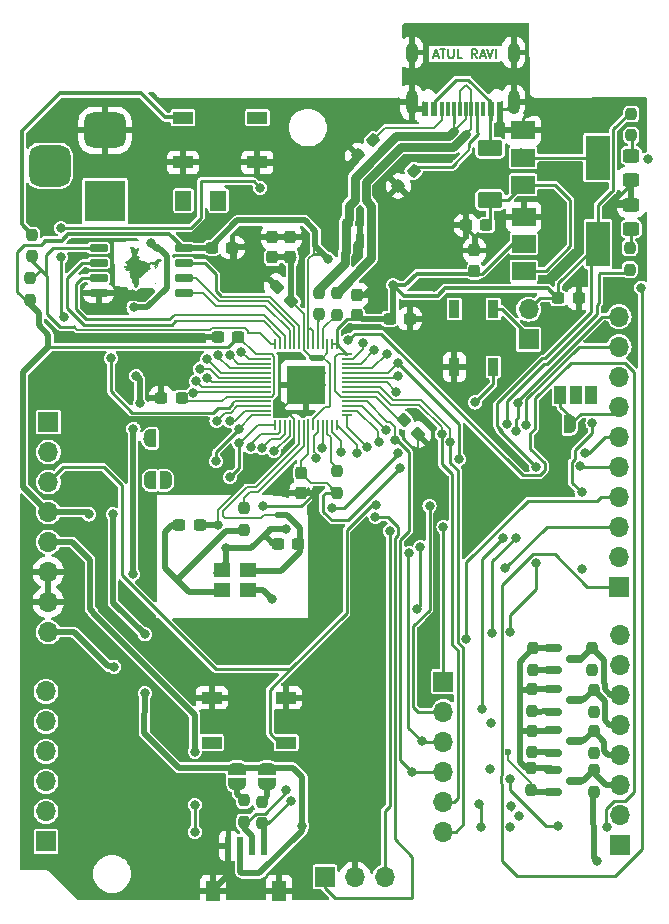
<source format=gbr>
%TF.GenerationSoftware,KiCad,Pcbnew,7.0.10*%
%TF.CreationDate,2024-04-20T18:17:20+05:30*%
%TF.ProjectId,rp2040-basic-m1,72703230-3430-42d6-9261-7369632d6d31,V2.2.5*%
%TF.SameCoordinates,Original*%
%TF.FileFunction,Copper,L1,Top*%
%TF.FilePolarity,Positive*%
%FSLAX46Y46*%
G04 Gerber Fmt 4.6, Leading zero omitted, Abs format (unit mm)*
G04 Created by KiCad (PCBNEW 7.0.10) date 2024-04-20 18:17:20*
%MOMM*%
%LPD*%
G01*
G04 APERTURE LIST*
G04 Aperture macros list*
%AMRoundRect*
0 Rectangle with rounded corners*
0 $1 Rounding radius*
0 $2 $3 $4 $5 $6 $7 $8 $9 X,Y pos of 4 corners*
0 Add a 4 corners polygon primitive as box body*
4,1,4,$2,$3,$4,$5,$6,$7,$8,$9,$2,$3,0*
0 Add four circle primitives for the rounded corners*
1,1,$1+$1,$2,$3*
1,1,$1+$1,$4,$5*
1,1,$1+$1,$6,$7*
1,1,$1+$1,$8,$9*
0 Add four rect primitives between the rounded corners*
20,1,$1+$1,$2,$3,$4,$5,0*
20,1,$1+$1,$4,$5,$6,$7,0*
20,1,$1+$1,$6,$7,$8,$9,0*
20,1,$1+$1,$8,$9,$2,$3,0*%
%AMFreePoly0*
4,1,19,0.500000,-0.750000,0.000000,-0.750000,0.000000,-0.744911,-0.071157,-0.744911,-0.207708,-0.704816,-0.327430,-0.627875,-0.420627,-0.520320,-0.479746,-0.390866,-0.500000,-0.250000,-0.500000,0.250000,-0.479746,0.390866,-0.420627,0.520320,-0.327430,0.627875,-0.207708,0.704816,-0.071157,0.744911,0.000000,0.744911,0.000000,0.750000,0.500000,0.750000,0.500000,-0.750000,0.500000,-0.750000,
$1*%
%AMFreePoly1*
4,1,19,0.000000,0.744911,0.071157,0.744911,0.207708,0.704816,0.327430,0.627875,0.420627,0.520320,0.479746,0.390866,0.500000,0.250000,0.500000,-0.250000,0.479746,-0.390866,0.420627,-0.520320,0.327430,-0.627875,0.207708,-0.704816,0.071157,-0.744911,0.000000,-0.744911,0.000000,-0.750000,-0.500000,-0.750000,-0.500000,0.750000,0.000000,0.750000,0.000000,0.744911,0.000000,0.744911,
$1*%
G04 Aperture macros list end*
%TA.AperFunction,NonConductor*%
%ADD10C,0.000000*%
%TD*%
%ADD11C,0.190500*%
%TA.AperFunction,NonConductor*%
%ADD12C,0.190500*%
%TD*%
%TA.AperFunction,SMDPad,CuDef*%
%ADD13R,1.700000X1.000000*%
%TD*%
%TA.AperFunction,SMDPad,CuDef*%
%ADD14RoundRect,0.237500X0.300000X0.237500X-0.300000X0.237500X-0.300000X-0.237500X0.300000X-0.237500X0*%
%TD*%
%TA.AperFunction,SMDPad,CuDef*%
%ADD15R,2.000000X1.500000*%
%TD*%
%TA.AperFunction,SMDPad,CuDef*%
%ADD16R,2.000000X3.800000*%
%TD*%
%TA.AperFunction,ComponentPad*%
%ADD17R,1.700000X1.700000*%
%TD*%
%TA.AperFunction,ComponentPad*%
%ADD18O,1.700000X1.700000*%
%TD*%
%TA.AperFunction,SMDPad,CuDef*%
%ADD19RoundRect,0.237500X-0.237500X0.250000X-0.237500X-0.250000X0.237500X-0.250000X0.237500X0.250000X0*%
%TD*%
%TA.AperFunction,SMDPad,CuDef*%
%ADD20R,1.000000X1.500000*%
%TD*%
%TA.AperFunction,SMDPad,CuDef*%
%ADD21RoundRect,0.150000X-0.587500X-0.150000X0.587500X-0.150000X0.587500X0.150000X-0.587500X0.150000X0*%
%TD*%
%TA.AperFunction,SMDPad,CuDef*%
%ADD22RoundRect,0.237500X0.380070X-0.044194X-0.044194X0.380070X-0.380070X0.044194X0.044194X-0.380070X0*%
%TD*%
%TA.AperFunction,SMDPad,CuDef*%
%ADD23RoundRect,0.237500X0.237500X-0.250000X0.237500X0.250000X-0.237500X0.250000X-0.237500X-0.250000X0*%
%TD*%
%TA.AperFunction,SMDPad,CuDef*%
%ADD24RoundRect,0.237500X-0.300000X-0.237500X0.300000X-0.237500X0.300000X0.237500X-0.300000X0.237500X0*%
%TD*%
%TA.AperFunction,SMDPad,CuDef*%
%ADD25RoundRect,0.150000X-0.150000X0.587500X-0.150000X-0.587500X0.150000X-0.587500X0.150000X0.587500X0*%
%TD*%
%TA.AperFunction,SMDPad,CuDef*%
%ADD26R,1.400000X1.200000*%
%TD*%
%TA.AperFunction,SMDPad,CuDef*%
%ADD27FreePoly0,0.000000*%
%TD*%
%TA.AperFunction,SMDPad,CuDef*%
%ADD28FreePoly1,0.000000*%
%TD*%
%TA.AperFunction,SMDPad,CuDef*%
%ADD29RoundRect,0.250001X-0.462499X-0.624999X0.462499X-0.624999X0.462499X0.624999X-0.462499X0.624999X0*%
%TD*%
%TA.AperFunction,SMDPad,CuDef*%
%ADD30RoundRect,0.237500X0.237500X-0.300000X0.237500X0.300000X-0.237500X0.300000X-0.237500X-0.300000X0*%
%TD*%
%TA.AperFunction,SMDPad,CuDef*%
%ADD31RoundRect,0.237500X-0.380070X0.044194X0.044194X-0.380070X0.380070X-0.044194X-0.044194X0.380070X0*%
%TD*%
%TA.AperFunction,SMDPad,CuDef*%
%ADD32FreePoly0,180.000000*%
%TD*%
%TA.AperFunction,SMDPad,CuDef*%
%ADD33FreePoly1,180.000000*%
%TD*%
%TA.AperFunction,SMDPad,CuDef*%
%ADD34FreePoly0,90.000000*%
%TD*%
%TA.AperFunction,SMDPad,CuDef*%
%ADD35FreePoly1,90.000000*%
%TD*%
%TA.AperFunction,SMDPad,CuDef*%
%ADD36R,0.600000X1.550000*%
%TD*%
%TA.AperFunction,SMDPad,CuDef*%
%ADD37R,1.200000X1.800000*%
%TD*%
%TA.AperFunction,SMDPad,CuDef*%
%ADD38RoundRect,0.250000X0.450000X-0.325000X0.450000X0.325000X-0.450000X0.325000X-0.450000X-0.325000X0*%
%TD*%
%TA.AperFunction,SMDPad,CuDef*%
%ADD39RoundRect,0.237500X0.008839X0.344715X-0.344715X-0.008839X-0.008839X-0.344715X0.344715X0.008839X0*%
%TD*%
%TA.AperFunction,SMDPad,CuDef*%
%ADD40RoundRect,0.050000X-0.387500X-0.050000X0.387500X-0.050000X0.387500X0.050000X-0.387500X0.050000X0*%
%TD*%
%TA.AperFunction,SMDPad,CuDef*%
%ADD41RoundRect,0.050000X-0.050000X-0.387500X0.050000X-0.387500X0.050000X0.387500X-0.050000X0.387500X0*%
%TD*%
%TA.AperFunction,SMDPad,CuDef*%
%ADD42R,3.200000X3.200000*%
%TD*%
%TA.AperFunction,SMDPad,CuDef*%
%ADD43R,0.600000X1.240000*%
%TD*%
%TA.AperFunction,SMDPad,CuDef*%
%ADD44R,0.300000X1.240000*%
%TD*%
%TA.AperFunction,ComponentPad*%
%ADD45O,1.000000X2.100000*%
%TD*%
%TA.AperFunction,ComponentPad*%
%ADD46O,1.000000X1.800000*%
%TD*%
%TA.AperFunction,SMDPad,CuDef*%
%ADD47RoundRect,0.237500X-0.237500X0.300000X-0.237500X-0.300000X0.237500X-0.300000X0.237500X0.300000X0*%
%TD*%
%TA.AperFunction,SMDPad,CuDef*%
%ADD48RoundRect,0.250000X-0.450000X0.325000X-0.450000X-0.325000X0.450000X-0.325000X0.450000X0.325000X0*%
%TD*%
%TA.AperFunction,SMDPad,CuDef*%
%ADD49RoundRect,0.150000X-0.650000X-0.150000X0.650000X-0.150000X0.650000X0.150000X-0.650000X0.150000X0*%
%TD*%
%TA.AperFunction,SMDPad,CuDef*%
%ADD50R,0.900000X1.500000*%
%TD*%
%TA.AperFunction,ComponentPad*%
%ADD51R,3.500000X3.500000*%
%TD*%
%TA.AperFunction,ComponentPad*%
%ADD52RoundRect,0.750000X-1.000000X0.750000X-1.000000X-0.750000X1.000000X-0.750000X1.000000X0.750000X0*%
%TD*%
%TA.AperFunction,ComponentPad*%
%ADD53RoundRect,0.875000X-0.875000X0.875000X-0.875000X-0.875000X0.875000X-0.875000X0.875000X0.875000X0*%
%TD*%
%TA.AperFunction,SMDPad,CuDef*%
%ADD54RoundRect,0.250000X0.800000X-0.450000X0.800000X0.450000X-0.800000X0.450000X-0.800000X-0.450000X0*%
%TD*%
%TA.AperFunction,ViaPad*%
%ADD55C,0.800000*%
%TD*%
%TA.AperFunction,ViaPad*%
%ADD56C,0.600000*%
%TD*%
%TA.AperFunction,Conductor*%
%ADD57C,0.250000*%
%TD*%
%TA.AperFunction,Conductor*%
%ADD58C,0.500000*%
%TD*%
%TA.AperFunction,Conductor*%
%ADD59C,0.200000*%
%TD*%
%TA.AperFunction,Conductor*%
%ADD60C,0.350000*%
%TD*%
%TA.AperFunction,Conductor*%
%ADD61C,0.770000*%
%TD*%
%TA.AperFunction,Conductor*%
%ADD62C,0.762000*%
%TD*%
G04 APERTURE END LIST*
D10*
%TA.AperFunction,NonConductor*%
G36*
X82456734Y-36511755D02*
G01*
X82459200Y-36516771D01*
X82465751Y-36518504D01*
X82469746Y-36534290D01*
X82473440Y-36535969D01*
X82471784Y-36538571D01*
X82486653Y-36543705D01*
X82490416Y-36551697D01*
X82488791Y-36560451D01*
X82495453Y-36570511D01*
X82513217Y-36574925D01*
X82513508Y-36567734D01*
X82521165Y-36566534D01*
X82522901Y-36577197D01*
X82517011Y-36587950D01*
X82516604Y-36596923D01*
X82521112Y-36600356D01*
X82525198Y-36597792D01*
X82528172Y-36603118D01*
X82524123Y-36626251D01*
X82534728Y-36633117D01*
X82536781Y-36647299D01*
X82541427Y-36640085D01*
X82544438Y-36645785D01*
X82550455Y-36644287D01*
X82551248Y-36647613D01*
X82561435Y-36645950D01*
X82563483Y-36650327D01*
X82561361Y-36659273D01*
X82556889Y-36659870D01*
X82551989Y-36671445D01*
X82548550Y-36671492D01*
X82545359Y-36674840D01*
X82544829Y-36682810D01*
X82536993Y-36686958D01*
X82529293Y-36686702D01*
X82520948Y-36694753D01*
X82520668Y-36700606D01*
X82518186Y-36700462D01*
X82517741Y-36702846D01*
X82524996Y-36707420D01*
X82520858Y-36718994D01*
X82504999Y-36721863D01*
X82493008Y-36733970D01*
X82486383Y-36733650D01*
X82481149Y-36736156D01*
X82471556Y-36750625D01*
X82476117Y-36755215D01*
X82469254Y-36756431D01*
X82468894Y-36767424D01*
X82470910Y-36771172D01*
X82476133Y-36773726D01*
X82472926Y-36778385D01*
X82474366Y-36781760D01*
X82468460Y-36783157D01*
X82469053Y-36787699D01*
X82464005Y-36785236D01*
X82461369Y-36789037D01*
X82463248Y-36793958D01*
X82456115Y-36801907D01*
X82463296Y-36807804D01*
X82459771Y-36810235D01*
X82458496Y-36804973D01*
X82451792Y-36809334D01*
X82446685Y-36823318D01*
X82448416Y-36829465D01*
X82453236Y-36834775D01*
X82454221Y-36840853D01*
X82451136Y-36841866D01*
X82439531Y-36837686D01*
X82437769Y-36845150D01*
X82440034Y-36848332D01*
X82433805Y-36851366D01*
X82430678Y-36866198D01*
X82422894Y-36870298D01*
X82414115Y-36868176D01*
X82404749Y-36861442D01*
X82396245Y-36864588D01*
X82388847Y-36863458D01*
X82386228Y-36865750D01*
X82382180Y-36863314D01*
X82369295Y-36864545D01*
X82370300Y-36870202D01*
X82366347Y-36873848D01*
X82367781Y-36877959D01*
X82360098Y-36889267D01*
X82352647Y-36893777D01*
X82349694Y-36903235D01*
X82344873Y-36902920D01*
X82343312Y-36898650D01*
X82337237Y-36896107D01*
X82335967Y-36910986D01*
X82339635Y-36926932D01*
X82334740Y-36935255D01*
X82340995Y-36940469D01*
X82341836Y-36947256D01*
X82344270Y-36944798D01*
X82346387Y-36950422D01*
X82342466Y-36961106D01*
X82346392Y-36967323D01*
X82343720Y-36969620D01*
X82344662Y-36976866D01*
X82340820Y-36983685D01*
X82342143Y-36993724D01*
X82365124Y-37002456D01*
X82368829Y-37000756D01*
X82377216Y-37001913D01*
X82376443Y-37013354D01*
X82378327Y-37016009D01*
X82376687Y-37020700D01*
X82370374Y-37021367D01*
X82363653Y-37027775D01*
X82362124Y-37021719D01*
X82364590Y-37016750D01*
X82347847Y-37012207D01*
X82341915Y-37014713D01*
X82336449Y-37020823D01*
X82324395Y-37000990D01*
X82318616Y-37003352D01*
X82305260Y-36994870D01*
X82301551Y-36999577D01*
X82292348Y-36988685D01*
X82284062Y-36996506D01*
X82280823Y-37006657D01*
X82282188Y-37011616D01*
X82294454Y-37017901D01*
X82296645Y-37024859D01*
X82305472Y-37026351D01*
X82303006Y-37035681D01*
X82303953Y-37055157D01*
X82301328Y-37059486D01*
X82309043Y-37058542D01*
X82312065Y-37068656D01*
X82319124Y-37069397D01*
X82317272Y-37075469D01*
X82314446Y-37075944D01*
X82319135Y-37080907D01*
X82315653Y-37087278D01*
X82318648Y-37099807D01*
X82316542Y-37103608D01*
X82320971Y-37104664D01*
X82322341Y-37107825D01*
X82320346Y-37111387D01*
X82323781Y-37116745D01*
X82325379Y-37128959D01*
X82317981Y-37130734D01*
X82316695Y-37142964D01*
X82313144Y-37146866D01*
X82307863Y-37147080D01*
X82307551Y-37152203D01*
X82302582Y-37151414D01*
X82295264Y-37154720D01*
X82293020Y-37161954D01*
X82286146Y-37159432D01*
X82286480Y-37162871D01*
X82293809Y-37166886D01*
X82292962Y-37170111D01*
X82288723Y-37169514D01*
X82287416Y-37173704D01*
X82283109Y-37175501D01*
X82272494Y-37187401D01*
X82270589Y-37195110D01*
X82260969Y-37195819D01*
X82261037Y-37199114D01*
X82253804Y-37200260D01*
X82246554Y-37205186D01*
X82243988Y-37213983D01*
X82245961Y-37217075D01*
X82244416Y-37224651D01*
X82240564Y-37232104D01*
X82240945Y-37238928D01*
X82236505Y-37249895D01*
X82231701Y-37248823D01*
X82230716Y-37257977D01*
X82216212Y-37257332D01*
X82205750Y-37252614D01*
X82196225Y-37260344D01*
X82191669Y-37259944D01*
X82181869Y-37225978D01*
X82185161Y-37215811D01*
X82172789Y-37219949D01*
X82171259Y-37212368D01*
X82173397Y-37211242D01*
X82169195Y-37208108D01*
X82165687Y-37216030D01*
X82158670Y-37215395D01*
X82158527Y-37209894D01*
X82164602Y-37205778D01*
X82159782Y-37200153D01*
X82156644Y-37190722D01*
X82157781Y-37187673D01*
X82153845Y-37186462D01*
X82154718Y-37184511D01*
X82149389Y-37180273D01*
X82147383Y-37174824D01*
X82130852Y-37162039D01*
X82115168Y-37166918D01*
X82106934Y-37151516D01*
X82104124Y-37146621D01*
X82107934Y-37146024D01*
X82115903Y-37139099D01*
X82106950Y-37126805D01*
X82106955Y-37119938D01*
X82112982Y-37109664D01*
X82113284Y-37101843D01*
X82120131Y-37096267D01*
X82119761Y-37090376D01*
X82125709Y-37087800D01*
X82129985Y-37079100D01*
X82140203Y-37071359D01*
X82144886Y-37082378D01*
X82151728Y-37080107D01*
X82153575Y-37085161D01*
X82160295Y-37084778D01*
X82170905Y-37076066D01*
X82164587Y-37068325D01*
X82176117Y-37063735D01*
X82174678Y-37057455D01*
X82170947Y-37056266D01*
X82168979Y-37052326D01*
X82162200Y-37051659D01*
X82157168Y-37046941D01*
X82150061Y-37046483D01*
X82151056Y-37037062D01*
X82137081Y-37027354D01*
X82137388Y-37022087D01*
X82129270Y-37021452D01*
X82130260Y-37027615D01*
X82127418Y-37025200D01*
X82121021Y-37025003D01*
X82121338Y-37022444D01*
X82125117Y-37023147D01*
X82132408Y-37016249D01*
X82130768Y-37012693D01*
X82122460Y-37011866D01*
X82122307Y-37008731D01*
X82126450Y-37006348D01*
X82130525Y-37009286D01*
X82134943Y-37008923D01*
X82137732Y-37002275D01*
X82137801Y-36993004D01*
X82137160Y-36987790D01*
X82132467Y-36984356D01*
X82120925Y-36983749D01*
X82120058Y-36981531D01*
X82123158Y-36978289D01*
X82119719Y-36972201D01*
X82133885Y-36968901D01*
X82137346Y-36964497D01*
X82145733Y-36961325D01*
X82142214Y-36953994D01*
X82146235Y-36929326D01*
X82140145Y-36928313D01*
X82134006Y-36931549D01*
X82130646Y-36927759D01*
X82133530Y-36923307D01*
X82141563Y-36919869D01*
X82137732Y-36910171D01*
X82137324Y-36890168D01*
X82127768Y-36890381D01*
X82124238Y-36881174D01*
X82126857Y-36877954D01*
X82125302Y-36870767D01*
X82127958Y-36861757D01*
X82147675Y-36852555D01*
X82151845Y-36846829D01*
X82150030Y-36842959D01*
X82158189Y-36826122D01*
X82155866Y-36812437D01*
X82156893Y-36797509D01*
X82159602Y-36791997D01*
X82167159Y-36793249D01*
X82169429Y-36786399D01*
X82169969Y-36770756D01*
X82167963Y-36768224D01*
X82170990Y-36767734D01*
X82178197Y-36748791D01*
X82182595Y-36749527D01*
X82184023Y-36756074D01*
X82187976Y-36755696D01*
X82188484Y-36751457D01*
X82184844Y-36749330D01*
X82189823Y-36747166D01*
X82190225Y-36735602D01*
X82197454Y-36733501D01*
X82200681Y-36727786D01*
X82200258Y-36710187D01*
X82208021Y-36704296D01*
X82212265Y-36708919D01*
X82218589Y-36703177D01*
X82221742Y-36705304D01*
X82223843Y-36700191D01*
X82230029Y-36702473D01*
X82232003Y-36710161D01*
X82235088Y-36705602D01*
X82237702Y-36707031D01*
X82236596Y-36703838D01*
X82241226Y-36703918D01*
X82245571Y-36698309D01*
X82256286Y-36698427D01*
X82257149Y-36695388D01*
X82259932Y-36694828D01*
X82260800Y-36687252D01*
X82266394Y-36685130D01*
X82268156Y-36681937D01*
X82270103Y-36685322D01*
X82272564Y-36683451D01*
X82270775Y-36675886D01*
X82274950Y-36671056D01*
X82272357Y-36662909D01*
X82273299Y-36658191D01*
X82282935Y-36656096D01*
X82283337Y-36653190D01*
X82292228Y-36648115D01*
X82289815Y-36638007D01*
X82291990Y-36633566D01*
X82301514Y-36633288D01*
X82306282Y-36628858D01*
X82311685Y-36630431D01*
X82315580Y-36625846D01*
X82314627Y-36615476D01*
X82319834Y-36608604D01*
X82319437Y-36603667D01*
X82314114Y-36599264D01*
X82311129Y-36599989D01*
X82309759Y-36594935D01*
X82303911Y-36597328D01*
X82300456Y-36596113D01*
X82300620Y-36591816D01*
X82296201Y-36593069D01*
X82289582Y-36578674D01*
X82279702Y-36581185D01*
X82277204Y-36577011D01*
X82269605Y-36574393D01*
X82264848Y-36579730D01*
X82260578Y-36578733D01*
X82257662Y-36583723D01*
X82255318Y-36581724D01*
X82255170Y-36576446D01*
X82252000Y-36575907D01*
X82251185Y-36571829D01*
X82254837Y-36570448D01*
X82256006Y-36563064D01*
X82259313Y-36563144D01*
X82264208Y-36555744D01*
X82262742Y-36551794D01*
X82258932Y-36549715D01*
X82257921Y-36542475D01*
X82254365Y-36539697D01*
X82255704Y-36533230D01*
X82261361Y-36530970D01*
X82268161Y-36539057D01*
X82267727Y-36541307D01*
X82274770Y-36544773D01*
X82282554Y-36543264D01*
X82289592Y-36537357D01*
X82293386Y-36539798D01*
X82298926Y-36538551D01*
X82303874Y-36543717D01*
X82316834Y-36543792D01*
X82321432Y-36539782D01*
X82320919Y-36542336D01*
X82323898Y-36545375D01*
X82327126Y-36543557D01*
X82335206Y-36545770D01*
X82349800Y-36544831D01*
X82356029Y-36548126D01*
X82359162Y-36546921D01*
X82357262Y-36543291D01*
X82363755Y-36543440D01*
X82371073Y-36539356D01*
X82371570Y-36533124D01*
X82381714Y-36531375D01*
X82388324Y-36526422D01*
X82402839Y-36537005D01*
X82419217Y-36536728D01*
X82430615Y-36531513D01*
X82433552Y-36523223D01*
X82440198Y-36519107D01*
X82441637Y-36513072D01*
X82445457Y-36509617D01*
X82456734Y-36511755D01*
G37*
%TD.AperFunction*%
%TA.AperFunction,NonConductor*%
G36*
X83078823Y-36757251D02*
G01*
X83082897Y-36764619D01*
X83081267Y-36770894D01*
X83077876Y-36771896D01*
X83071997Y-36760567D01*
X83072610Y-36756457D01*
X83078823Y-36757251D01*
G37*
%TD.AperFunction*%
%TA.AperFunction,NonConductor*%
G36*
X83055211Y-36786489D02*
G01*
X83055455Y-36790956D01*
X83051084Y-36792945D01*
X83054502Y-36784234D01*
X83055211Y-36786489D01*
G37*
%TD.AperFunction*%
%TA.AperFunction,NonConductor*%
G36*
X83073240Y-36803203D02*
G01*
X83075637Y-36805202D01*
X83077447Y-36810283D01*
X83074256Y-36810656D01*
X83074240Y-36807532D01*
X83071255Y-36804781D01*
X83068811Y-36798831D01*
X83072541Y-36798240D01*
X83073240Y-36803203D01*
G37*
%TD.AperFunction*%
%TA.AperFunction,NonConductor*%
G36*
X82094154Y-37756574D02*
G01*
X82102822Y-37756803D01*
X82107881Y-37766805D01*
X82111881Y-37769054D01*
X82111876Y-37763009D01*
X82115512Y-37780016D01*
X82110437Y-37795263D01*
X82105547Y-37835792D01*
X82094715Y-37871400D01*
X82064558Y-37917356D01*
X82059330Y-37931452D01*
X82054927Y-37928845D01*
X82048170Y-37935232D01*
X82045820Y-37928408D01*
X82049905Y-37927043D01*
X82047921Y-37925364D01*
X82044725Y-37927283D01*
X82041756Y-37922532D01*
X82037920Y-37926270D01*
X82043973Y-37927885D01*
X82041661Y-37931905D01*
X82044746Y-37932795D01*
X82046836Y-37937007D01*
X82045783Y-37938883D01*
X82042179Y-37935514D01*
X82039539Y-37939939D01*
X82044497Y-37943042D01*
X82049593Y-37940520D01*
X82049852Y-37944609D01*
X82053133Y-37942818D01*
X82055197Y-37946433D01*
X82050397Y-37974135D01*
X82059383Y-37997769D01*
X82061198Y-38040585D01*
X82055313Y-38039433D01*
X82053318Y-38041566D01*
X82047614Y-38039337D01*
X82049122Y-38044269D01*
X82044481Y-38043309D01*
X82047053Y-38049451D01*
X82056149Y-38052842D01*
X82056631Y-38058866D01*
X82060827Y-38058903D01*
X82063933Y-38117239D01*
X82059102Y-38119616D01*
X82048826Y-38119648D01*
X82009255Y-38114951D01*
X81999195Y-38121274D01*
X81991903Y-38134389D01*
X81991840Y-38140275D01*
X81996147Y-38146374D01*
X81983712Y-38158258D01*
X81980023Y-38167012D01*
X81965868Y-38183453D01*
X81959285Y-38194793D01*
X81955253Y-38209124D01*
X81959809Y-38217435D01*
X81973562Y-38229324D01*
X81987622Y-38231441D01*
X81976917Y-38233877D01*
X81961561Y-38232470D01*
X81952486Y-38234250D01*
X81936362Y-38239619D01*
X81935346Y-38241709D01*
X81928636Y-38241458D01*
X81926911Y-38243554D01*
X81928573Y-38245366D01*
X81919804Y-38248330D01*
X81901252Y-38250511D01*
X81878916Y-38267635D01*
X81874450Y-38276299D01*
X81873190Y-38288704D01*
X81876481Y-38288145D01*
X81881249Y-38291264D01*
X81874513Y-38291791D01*
X81867375Y-38302166D01*
X81866449Y-38310051D01*
X81871126Y-38309209D01*
X81870206Y-38319487D01*
X81862972Y-38328146D01*
X81861252Y-38332565D01*
X81863189Y-38333653D01*
X81834053Y-38347376D01*
X81827714Y-38355314D01*
X81808759Y-38359979D01*
X81806018Y-38366600D01*
X81779988Y-38361626D01*
X81755673Y-38341788D01*
X81758493Y-38339000D01*
X81762674Y-38340173D01*
X81759922Y-38332768D01*
X81768193Y-38326136D01*
X81765648Y-38319898D01*
X81772410Y-38319002D01*
X81774363Y-38314956D01*
X81762197Y-38292516D01*
X81764547Y-38292804D01*
X81768770Y-38288235D01*
X81771908Y-38278863D01*
X81767669Y-38272337D01*
X81764981Y-38272524D01*
X81764954Y-38269016D01*
X81759636Y-38261739D01*
X81765166Y-38258966D01*
X81766690Y-38253134D01*
X81772881Y-38247008D01*
X81771204Y-38242946D01*
X81774548Y-38239614D01*
X81774548Y-38230396D01*
X81776464Y-38226291D01*
X81779475Y-38226238D01*
X81782015Y-38214642D01*
X81786925Y-38212430D01*
X81788883Y-38207279D01*
X81783819Y-38203937D01*
X81782750Y-38196206D01*
X81780967Y-38199789D01*
X81778697Y-38196435D01*
X81773236Y-38199591D01*
X81766690Y-38195182D01*
X81761811Y-38194974D01*
X81766023Y-38182654D01*
X81768050Y-38181961D01*
X81768225Y-38175408D01*
X81770902Y-38174438D01*
X81768129Y-38171511D01*
X81769764Y-38167630D01*
X81767044Y-38165722D01*
X81770987Y-38157074D01*
X81773680Y-38155885D01*
X81772468Y-38148357D01*
X81765790Y-38140216D01*
X81773765Y-38137220D01*
X81776056Y-38127293D01*
X81772299Y-38125790D01*
X81772744Y-38122058D01*
X81768748Y-38116188D01*
X81769595Y-38112301D01*
X81763039Y-38111625D01*
X81750730Y-38118475D01*
X81749254Y-38122682D01*
X81741750Y-38127133D01*
X81734516Y-38125315D01*
X81729733Y-38120549D01*
X81729955Y-38117958D01*
X81727103Y-38119360D01*
X81725013Y-38117377D01*
X81727193Y-38110116D01*
X81723647Y-38103889D01*
X81726129Y-38084701D01*
X81723388Y-38080042D01*
X81730881Y-38079695D01*
X81728987Y-38074524D01*
X81733638Y-38063749D01*
X81732617Y-38060465D01*
X81727314Y-38059585D01*
X81724780Y-38053476D01*
X81706127Y-38046433D01*
X81712482Y-38034325D01*
X81722002Y-38033083D01*
X81715869Y-38032507D01*
X81716049Y-38024169D01*
X81710778Y-38021546D01*
X81714588Y-38014274D01*
X81711418Y-38011731D01*
X81703232Y-38016897D01*
X81688236Y-38014962D01*
X81684373Y-38017516D01*
X81683669Y-38011832D01*
X81694056Y-38004832D01*
X81693834Y-37998131D01*
X81690654Y-37998691D01*
X81683886Y-37994761D01*
X81679679Y-37988859D01*
X81671180Y-37986018D01*
X81669762Y-37987607D01*
X81665016Y-37984226D01*
X81660814Y-37985911D01*
X81659227Y-37974054D01*
X81664232Y-37970834D01*
X81667217Y-37974065D01*
X81673001Y-37971981D01*
X81676313Y-37967486D01*
X81681272Y-37967385D01*
X81681123Y-37963301D01*
X81684214Y-37963776D01*
X81690066Y-37958919D01*
X81694077Y-37962038D01*
X81696258Y-37968873D01*
X81716879Y-37968826D01*
X81724663Y-37970334D01*
X81726965Y-37972904D01*
X81728473Y-37969812D01*
X81725992Y-37965024D01*
X81733876Y-37949265D01*
X81740512Y-37951318D01*
X81741972Y-37947250D01*
X81745481Y-37947031D01*
X81748497Y-37949190D01*
X81747465Y-37951365D01*
X81751254Y-37949958D01*
X81752926Y-37955854D01*
X81757101Y-37957241D01*
X81756382Y-37951547D01*
X81770145Y-37949212D01*
X81771775Y-37947095D01*
X81776548Y-37947559D01*
X81781120Y-37952022D01*
X81784819Y-37949777D01*
X81791439Y-37952960D01*
X81795540Y-37942943D01*
X81795154Y-37937339D01*
X81797826Y-37938763D01*
X81798657Y-37932370D01*
X81818162Y-37931720D01*
X81821374Y-37923584D01*
X81830126Y-37912740D01*
X81825464Y-37905740D01*
X81796588Y-37901774D01*
X81797090Y-37895009D01*
X81805123Y-37892529D01*
X81811891Y-37884575D01*
X81813690Y-37878370D01*
X81814257Y-37870554D01*
X81808737Y-37871561D01*
X81812172Y-37867995D01*
X81809087Y-37867174D01*
X81808150Y-37861389D01*
X81811230Y-37854224D01*
X81810399Y-37850071D01*
X81817485Y-37848183D01*
X81820152Y-37851041D01*
X81822972Y-37848236D01*
X81826031Y-37849345D01*
X81833571Y-37835377D01*
X81831952Y-37830035D01*
X81846668Y-37824965D01*
X81848520Y-37827508D01*
X81845726Y-37831384D01*
X81847451Y-37832328D01*
X81849753Y-37828276D01*
X81853722Y-37834386D01*
X81855944Y-37834407D01*
X81857431Y-37828670D01*
X81860956Y-37829071D01*
X81869147Y-37837297D01*
X81880196Y-37839264D01*
X81880196Y-37839263D01*
X81880921Y-37843517D01*
X81876783Y-37847366D01*
X81885044Y-37846167D01*
X81887928Y-37850592D01*
X81896553Y-37855262D01*
X81906665Y-37854628D01*
X81906448Y-37849531D01*
X81909872Y-37849414D01*
X81910412Y-37844850D01*
X81912306Y-37845042D01*
X81912910Y-37844845D01*
X81913841Y-37847558D01*
X81916418Y-37846886D01*
X81916185Y-37840254D01*
X81920217Y-37837200D01*
X81925064Y-37820320D01*
X81927387Y-37820342D01*
X81923731Y-37813533D01*
X81927880Y-37809093D01*
X81932605Y-37810634D01*
X81933568Y-37804743D01*
X81938394Y-37805963D01*
X81952798Y-37801320D01*
X81953449Y-37808885D01*
X81958185Y-37809008D01*
X81954730Y-37807131D01*
X81957047Y-37803415D01*
X81964271Y-37802418D01*
X81974182Y-37809515D01*
X81983448Y-37810293D01*
X81987459Y-37801491D01*
X81990713Y-37799294D01*
X81990718Y-37795690D01*
X81996153Y-37795045D01*
X82000646Y-37800088D01*
X82005810Y-37796351D01*
X82005059Y-37792561D01*
X82013478Y-37789783D01*
X82013240Y-37787384D01*
X82015886Y-37786446D01*
X82014843Y-37784958D01*
X82012044Y-37786974D01*
X82013615Y-37779089D01*
X82008027Y-37776615D01*
X82014039Y-37774275D01*
X82025881Y-37775704D01*
X82027315Y-37780710D01*
X82030808Y-37783189D01*
X82040587Y-37779025D01*
X82041116Y-37785001D01*
X82043635Y-37784495D01*
X82042825Y-37787513D01*
X82046604Y-37785865D01*
X82048990Y-37788930D01*
X82053478Y-37785679D01*
X82046429Y-37780123D01*
X82050064Y-37776642D01*
X82052911Y-37779004D01*
X82055182Y-37776466D01*
X82060817Y-37776567D01*
X82069051Y-37772862D01*
X82072157Y-37768517D01*
X82069824Y-37765073D01*
X82073231Y-37763527D01*
X82073078Y-37759720D01*
X82076793Y-37758787D01*
X82077957Y-37755561D01*
X82081296Y-37755934D01*
X82080931Y-37753956D01*
X82076216Y-37753013D01*
X82076655Y-37750784D01*
X82085000Y-37749873D01*
X82094154Y-37756574D01*
G37*
%TD.AperFunction*%
%TA.AperFunction,NonConductor*%
G36*
X81617703Y-35448035D02*
G01*
X81626699Y-35460026D01*
X81616915Y-35464957D01*
X81605009Y-35478829D01*
X81592399Y-35483963D01*
X81592139Y-35490462D01*
X81596748Y-35493149D01*
X81587546Y-35504036D01*
X81589737Y-35506088D01*
X81595367Y-35504628D01*
X81599849Y-35506680D01*
X81610311Y-35515477D01*
X81622524Y-35521309D01*
X81631049Y-35539004D01*
X81625551Y-35538658D01*
X81634515Y-35560937D01*
X81651215Y-35591235D01*
X81649168Y-35598033D01*
X81652628Y-35600677D01*
X81653353Y-35605187D01*
X81667006Y-35603567D01*
X81666995Y-35600576D01*
X81671504Y-35599174D01*
X81669197Y-35592749D01*
X81673996Y-35591027D01*
X81674435Y-35587679D01*
X81676219Y-35594210D01*
X81683865Y-35605283D01*
X81681965Y-35608296D01*
X81685913Y-35604740D01*
X81688331Y-35609522D01*
X81691178Y-35608264D01*
X81691602Y-35610961D01*
X81693713Y-35608152D01*
X81693469Y-35611868D01*
X81697406Y-35608647D01*
X81700851Y-35612443D01*
X81698523Y-35616932D01*
X81703550Y-35615536D01*
X81704598Y-35617370D01*
X81699608Y-35621283D01*
X81699486Y-35628438D01*
X81703524Y-35630703D01*
X81700560Y-35638055D01*
X81701788Y-35644448D01*
X81713144Y-35649731D01*
X81719489Y-35657115D01*
X81719399Y-35660980D01*
X81725902Y-35666668D01*
X81728014Y-35671845D01*
X81725950Y-35675556D01*
X81722066Y-35675204D01*
X81722399Y-35672720D01*
X81719425Y-35673850D01*
X81718325Y-35671003D01*
X81710715Y-35676041D01*
X81714663Y-35684326D01*
X81722203Y-35687759D01*
X81725024Y-35685627D01*
X81726685Y-35689508D01*
X81729723Y-35686474D01*
X81729321Y-35691465D01*
X81735396Y-35696743D01*
X81732247Y-35704393D01*
X81736158Y-35707277D01*
X81732676Y-35711590D01*
X81732665Y-35717194D01*
X81736930Y-35723948D01*
X81731718Y-35727675D01*
X81731718Y-35724258D01*
X81726421Y-35718121D01*
X81723764Y-35720958D01*
X81718160Y-35717481D01*
X81711768Y-35723309D01*
X81713006Y-35726971D01*
X81716017Y-35727680D01*
X81713430Y-35731119D01*
X81708937Y-35732015D01*
X81701762Y-35739132D01*
X81694872Y-35739862D01*
X81693200Y-35744719D01*
X81698899Y-35740945D01*
X81702005Y-35744229D01*
X81701148Y-35746260D01*
X81704984Y-35747444D01*
X81703630Y-35760324D01*
X81700788Y-35763587D01*
X81698100Y-35764243D01*
X81695676Y-35761209D01*
X81689718Y-35764051D01*
X81688580Y-35761417D01*
X81684289Y-35760959D01*
X81679648Y-35747913D01*
X81676415Y-35750360D01*
X81678701Y-35753639D01*
X81677410Y-35757515D01*
X81670308Y-35754727D01*
X81672864Y-35757499D01*
X81669980Y-35759994D01*
X81662032Y-35758608D01*
X81656793Y-35753484D01*
X81657688Y-35756550D01*
X81655322Y-35756560D01*
X81662455Y-35760463D01*
X81656185Y-35769014D01*
X81658074Y-35770401D01*
X81655359Y-35771776D01*
X81656793Y-35781042D01*
X81652629Y-35783025D01*
X81654661Y-35788154D01*
X81661016Y-35790660D01*
X81647104Y-35799958D01*
X81642813Y-35798758D01*
X81638161Y-35806318D01*
X81636161Y-35805118D01*
X81630319Y-35808274D01*
X81620836Y-35806265D01*
X81615269Y-35797916D01*
X81611618Y-35798582D01*
X81608909Y-35796247D01*
X81601633Y-35798390D01*
X81600696Y-35805225D01*
X81592711Y-35802922D01*
X81591367Y-35806350D01*
X81586440Y-35806835D01*
X81585070Y-35803866D01*
X81580122Y-35804607D01*
X81572650Y-35798492D01*
X81565395Y-35810839D01*
X81560585Y-35813073D01*
X81562257Y-35817492D01*
X81558633Y-35816032D01*
X81554516Y-35823773D01*
X81557167Y-35826534D01*
X81556236Y-35829136D01*
X81548192Y-35831935D01*
X81547944Y-35824226D01*
X81542636Y-35821224D01*
X81540921Y-35817050D01*
X81545070Y-35813851D01*
X81544895Y-35809064D01*
X81549023Y-35805630D01*
X81543636Y-35794546D01*
X81540652Y-35796962D01*
X81540503Y-35801925D01*
X81533428Y-35798641D01*
X81535302Y-35796103D01*
X81532439Y-35793176D01*
X81534984Y-35790127D01*
X81532831Y-35784758D01*
X81530693Y-35789375D01*
X81522321Y-35792270D01*
X81514103Y-35780397D01*
X81510727Y-35781687D01*
X81510309Y-35777934D01*
X81506780Y-35779118D01*
X81501414Y-35774826D01*
X81492862Y-35778766D01*
X81489185Y-35777817D01*
X81483544Y-35783815D01*
X81484332Y-35786096D01*
X81470161Y-35781138D01*
X81400608Y-35777715D01*
X81401015Y-35767869D01*
X81408974Y-35758331D01*
X81408931Y-35748846D01*
X81407995Y-35740279D01*
X81398401Y-35726529D01*
X81401962Y-35720324D01*
X81404672Y-35719791D01*
X81405497Y-35714379D01*
X81408529Y-35715067D01*
X81410858Y-35709533D01*
X81416430Y-35704932D01*
X81421261Y-35705817D01*
X81420187Y-35702528D01*
X81422928Y-35699889D01*
X81422748Y-35695058D01*
X81424727Y-35695976D01*
X81425775Y-35692558D01*
X81429384Y-35692499D01*
X81438379Y-35681266D01*
X81443883Y-35679896D01*
X81441708Y-35675013D01*
X81445608Y-35673109D01*
X81444317Y-35670934D01*
X81447682Y-35664728D01*
X81452873Y-35664958D01*
X81453154Y-35659829D01*
X81458758Y-35657163D01*
X81464790Y-35649401D01*
X81472273Y-35645834D01*
X81474516Y-35636243D01*
X81481623Y-35638898D01*
X81487126Y-35637016D01*
X81489587Y-35632623D01*
X81487692Y-35628059D01*
X81482581Y-35629270D01*
X81481506Y-35627228D01*
X81478284Y-35627702D01*
X81477516Y-35632650D01*
X81473802Y-35633897D01*
X81472860Y-35629216D01*
X81468558Y-35627036D01*
X81469283Y-35609661D01*
X81473796Y-35606265D01*
X81483787Y-35585254D01*
X81482057Y-35581773D01*
X81475342Y-35579816D01*
X81479554Y-35575599D01*
X81479226Y-35571201D01*
X81469960Y-35550974D01*
X81470050Y-35548063D01*
X81473786Y-35547013D01*
X81474294Y-35537134D01*
X81479162Y-35529659D01*
X81481633Y-35530267D01*
X81485761Y-35525442D01*
X81490566Y-35524568D01*
X81491222Y-35520244D01*
X81494185Y-35522936D01*
X81495492Y-35520990D01*
X81502297Y-35520612D01*
X81503318Y-35515073D01*
X81508494Y-35511607D01*
X81509303Y-35508121D01*
X81515235Y-35506137D01*
X81523982Y-35510973D01*
X81536312Y-35503888D01*
X81541651Y-35505834D01*
X81545075Y-35499452D01*
X81549928Y-35503322D01*
X81563659Y-35483964D01*
X81564088Y-35479486D01*
X81559140Y-35470476D01*
X81569406Y-35472193D01*
X81575746Y-35470119D01*
X81575248Y-35473078D01*
X81577741Y-35474043D01*
X81578963Y-35478532D01*
X81582059Y-35468957D01*
X81602257Y-35459845D01*
X81606067Y-35452190D01*
X81612533Y-35450782D01*
X81620090Y-35439036D01*
X81617703Y-35448035D01*
G37*
%TD.AperFunction*%
%TA.AperFunction,NonConductor*%
G36*
X81462366Y-36766502D02*
G01*
X81467325Y-36768496D01*
X81471098Y-36773960D01*
X81468457Y-36786105D01*
X81469298Y-36795718D01*
X81473855Y-36796720D01*
X81474574Y-36801054D01*
X81500297Y-36809590D01*
X81512568Y-36807244D01*
X81529835Y-36815038D01*
X81536190Y-36827599D01*
X81547795Y-36833405D01*
X81556632Y-36832840D01*
X81556881Y-36835985D01*
X81563469Y-36834316D01*
X81567570Y-36836732D01*
X81575322Y-36835393D01*
X81584154Y-36837979D01*
X81590885Y-36835297D01*
X81598029Y-36837041D01*
X81621810Y-36834743D01*
X81630742Y-36835415D01*
X81640008Y-36840335D01*
X81645135Y-36837803D01*
X81651840Y-36851473D01*
X81650199Y-36853979D01*
X81653332Y-36859907D01*
X81652681Y-36861997D01*
X81646823Y-36862722D01*
X81653321Y-36872238D01*
X81663238Y-36871044D01*
X81665413Y-36873347D01*
X81675890Y-36873108D01*
X81684346Y-36868645D01*
X81688188Y-36858979D01*
X81703254Y-36859385D01*
X81707434Y-36848701D01*
X81703386Y-36842426D01*
X81721070Y-36826762D01*
X81721917Y-36823980D01*
X81718721Y-36820072D01*
X81721478Y-36817982D01*
X81722309Y-36811136D01*
X81726542Y-36811669D01*
X81728606Y-36809052D01*
X81734030Y-36810747D01*
X81752995Y-36796171D01*
X81762462Y-36797307D01*
X81763981Y-36795649D01*
X81767960Y-36799621D01*
X81769865Y-36796768D01*
X81776353Y-36796011D01*
X81776691Y-36791410D01*
X81797651Y-36790371D01*
X81805039Y-36798784D01*
X81808267Y-36807612D01*
X81808229Y-36815300D01*
X81812230Y-36817667D01*
X81807785Y-36819219D01*
X81795656Y-36816020D01*
X81791164Y-36818819D01*
X81793529Y-36825995D01*
X81796964Y-36827898D01*
X81798927Y-36837340D01*
X81809716Y-36838918D01*
X81811971Y-36838619D01*
X81811611Y-36835453D01*
X81817082Y-36835474D01*
X81818882Y-36838081D01*
X81821527Y-36835031D01*
X81823094Y-36839563D01*
X81826263Y-36838891D01*
X81828041Y-36836385D01*
X81832862Y-36835788D01*
X81833518Y-36833224D01*
X81842657Y-36837345D01*
X81848959Y-36836247D01*
X81874502Y-36822945D01*
X81875788Y-36815764D01*
X81885572Y-36814330D01*
X81885228Y-36811515D01*
X81889435Y-36814244D01*
X81893055Y-36811963D01*
X81895732Y-36813423D01*
X81897785Y-36808604D01*
X81902553Y-36810598D01*
X81903384Y-36822556D01*
X81912078Y-36819368D01*
X81918497Y-36820887D01*
X81920529Y-36824326D01*
X81935473Y-36826976D01*
X81938431Y-36823494D01*
X81941283Y-36826682D01*
X81942659Y-36824065D01*
X81953205Y-36824560D01*
X81954967Y-36822700D01*
X81958962Y-36824272D01*
X81959936Y-36821132D01*
X81955925Y-36816222D01*
X81958518Y-36815572D01*
X81956899Y-36811744D01*
X81965895Y-36808593D01*
X81967567Y-36810656D01*
X81976266Y-36810933D01*
X81982881Y-36803608D01*
X81990866Y-36804770D01*
X81991840Y-36796043D01*
X82005169Y-36801422D01*
X82010233Y-36801939D01*
X82012567Y-36799924D01*
X82020626Y-36801993D01*
X82025950Y-36817496D01*
X82038226Y-36815950D01*
X82047656Y-36810534D01*
X82061441Y-36819080D01*
X82067944Y-36819853D01*
X82070225Y-36815993D01*
X82076554Y-36818632D01*
X82084311Y-36816259D01*
X82090000Y-36810000D01*
X82098117Y-36806759D01*
X82106097Y-36808433D01*
X82118326Y-36820274D01*
X82122835Y-36830142D01*
X82120374Y-36833810D01*
X82121956Y-36837489D01*
X82126057Y-36838016D01*
X82126936Y-36834412D01*
X82131058Y-36834967D01*
X82142980Y-36843651D01*
X82150002Y-36842937D01*
X82151822Y-36846807D01*
X82147653Y-36852533D01*
X82127936Y-36861741D01*
X82125279Y-36870745D01*
X82126835Y-36877937D01*
X82124221Y-36881157D01*
X82127745Y-36890364D01*
X82137302Y-36890151D01*
X82137709Y-36910160D01*
X82141540Y-36919852D01*
X82133508Y-36923296D01*
X82130629Y-36927748D01*
X82133984Y-36931538D01*
X82140122Y-36928302D01*
X82146213Y-36929315D01*
X82142191Y-36953983D01*
X82145710Y-36961314D01*
X82137323Y-36964486D01*
X82133867Y-36968890D01*
X82119702Y-36972190D01*
X82123136Y-36978278D01*
X82120040Y-36981519D01*
X82120908Y-36983737D01*
X82132449Y-36984340D01*
X82137143Y-36987778D01*
X82137783Y-36992993D01*
X82137714Y-37002264D01*
X82134926Y-37008912D01*
X82130507Y-37009274D01*
X82126433Y-37006337D01*
X82122289Y-37008715D01*
X82122443Y-37011849D01*
X82130751Y-37012676D01*
X82132396Y-37016232D01*
X82125105Y-37023130D01*
X82121326Y-37022427D01*
X82121009Y-37024980D01*
X82127407Y-37025178D01*
X82130248Y-37027593D01*
X82129258Y-37021430D01*
X82137376Y-37022064D01*
X82137069Y-37027332D01*
X82151044Y-37037040D01*
X82150049Y-37046461D01*
X82157151Y-37046919D01*
X82162183Y-37051637D01*
X82168962Y-37052304D01*
X82170930Y-37056243D01*
X82174661Y-37057438D01*
X82176100Y-37063718D01*
X82164564Y-37068303D01*
X82170883Y-37076044D01*
X82160273Y-37084761D01*
X82153552Y-37085139D01*
X82151706Y-37080090D01*
X82144864Y-37082362D01*
X82140175Y-37071342D01*
X82129957Y-37079083D01*
X82125681Y-37087783D01*
X82119734Y-37090359D01*
X82120104Y-37096244D01*
X82113256Y-37101821D01*
X82112955Y-37109647D01*
X82106928Y-37119921D01*
X82106922Y-37126788D01*
X82115876Y-37139082D01*
X82107907Y-37146007D01*
X82104097Y-37146604D01*
X82106907Y-37151498D01*
X82099636Y-37153898D01*
X82098202Y-37156457D01*
X82094783Y-37154074D01*
X82089545Y-37156393D01*
X82078638Y-37145783D01*
X82069738Y-37143715D01*
X82065531Y-37138272D01*
X82070516Y-37134982D01*
X82070018Y-37115891D01*
X82067981Y-37112878D01*
X82061721Y-37114371D01*
X82061552Y-37106214D01*
X82070987Y-37098409D01*
X82068436Y-37091857D01*
X82073045Y-37083503D01*
X82074289Y-37071337D01*
X82070653Y-37063867D01*
X82058250Y-37055337D01*
X82053509Y-37048673D01*
X82048513Y-37047548D01*
X82037369Y-37050859D01*
X82032755Y-37059240D01*
X82027706Y-37057326D01*
X82026616Y-37053978D01*
X82018615Y-37059986D01*
X82007381Y-37051307D01*
X82001317Y-37051979D01*
X82000269Y-37049078D01*
X81993517Y-37046439D01*
X81992718Y-37056531D01*
X81989416Y-37060669D01*
X81991199Y-37063478D01*
X81986199Y-37064310D01*
X81977901Y-37056393D01*
X81968540Y-37054985D01*
X81965715Y-37052384D01*
X81961471Y-37053589D01*
X81964349Y-37049675D01*
X81963064Y-37042121D01*
X81957190Y-37039940D01*
X81950861Y-37041284D01*
X81949400Y-37029262D01*
X81942669Y-37026857D01*
X81935092Y-37028270D01*
X81922598Y-37022293D01*
X81914026Y-37021798D01*
X81910443Y-37025162D01*
X81908480Y-37022422D01*
X81899780Y-37020060D01*
X81898283Y-37015011D01*
X81892975Y-37014542D01*
X81891123Y-37010730D01*
X81888313Y-37018508D01*
X81893282Y-37019729D01*
X81896468Y-37026585D01*
X81893981Y-37034534D01*
X81887393Y-37037349D01*
X81885609Y-37040478D01*
X81890181Y-37047425D01*
X81890197Y-37051242D01*
X81886646Y-37052842D01*
X81889948Y-37064821D01*
X81875910Y-37070073D01*
X81877566Y-37079483D01*
X81874566Y-37090700D01*
X81864839Y-37088535D01*
X81861395Y-37090060D01*
X81860797Y-37086642D01*
X81850070Y-37078363D01*
X81840318Y-37082964D01*
X81840434Y-37085081D01*
X81845287Y-37087064D01*
X81841038Y-37088471D01*
X81838730Y-37095317D01*
X81840043Y-37097220D01*
X81837016Y-37102514D01*
X81838905Y-37107867D01*
X81833867Y-37106470D01*
X81833259Y-37112414D01*
X81829327Y-37111156D01*
X81828851Y-37115085D01*
X81829951Y-37120619D01*
X81835465Y-37120507D01*
X81834973Y-37124372D01*
X81839519Y-37124036D01*
X81838053Y-37128840D01*
X81842604Y-37129165D01*
X81849356Y-37139273D01*
X81837714Y-37141011D01*
X81832063Y-37155459D01*
X81828872Y-37152767D01*
X81826126Y-37156413D01*
X81826528Y-37170600D01*
X81817786Y-37173825D01*
X81816818Y-37170845D01*
X81811108Y-37171442D01*
X81811526Y-37180020D01*
X81808811Y-37178901D01*
X81805451Y-37181284D01*
X81809775Y-37183384D01*
X81803208Y-37185496D01*
X81806451Y-37186610D01*
X81802493Y-37194623D01*
X81807748Y-37198285D01*
X81805869Y-37201394D01*
X81801387Y-37199597D01*
X81801467Y-37202902D01*
X81796503Y-37205062D01*
X81793291Y-37199618D01*
X81784697Y-37199133D01*
X81790381Y-37190033D01*
X81785909Y-37188609D01*
X81785899Y-37183118D01*
X81782845Y-37185149D01*
X81780110Y-37182398D01*
X81771558Y-37187676D01*
X81772093Y-37192128D01*
X81766595Y-37198893D01*
X81767791Y-37202955D01*
X81763843Y-37202614D01*
X81761568Y-37210126D01*
X81755535Y-37212637D01*
X81757012Y-37217584D01*
X81751339Y-37217627D01*
X81748587Y-37213959D01*
X81747603Y-37216422D01*
X81743608Y-37213410D01*
X81739866Y-37213831D01*
X81736369Y-37221854D01*
X81741433Y-37224072D01*
X81739078Y-37226802D01*
X81739925Y-37230779D01*
X81735834Y-37231531D01*
X81735697Y-37245307D01*
X81723108Y-37250761D01*
X81716229Y-37247301D01*
X81715874Y-37252078D01*
X81721488Y-37255639D01*
X81718673Y-37260229D01*
X81713461Y-37260832D01*
X81714779Y-37266056D01*
X81711514Y-37267331D01*
X81710672Y-37272699D01*
X81707640Y-37271777D01*
X81702243Y-37262410D01*
X81697676Y-37270108D01*
X81697681Y-37263370D01*
X81692189Y-37263498D01*
X81692183Y-37268584D01*
X81688050Y-37268781D01*
X81688378Y-37274933D01*
X81681669Y-37276826D01*
X81680224Y-37281507D01*
X81670921Y-37282595D01*
X81671847Y-37288678D01*
X81674737Y-37291045D01*
X81672228Y-37294281D01*
X81675726Y-37294382D01*
X81670826Y-37297256D01*
X81671144Y-37301499D01*
X81675520Y-37301254D01*
X81674282Y-37308153D01*
X81679383Y-37308819D01*
X81676462Y-37315505D01*
X81673234Y-37315681D01*
X81672276Y-37311112D01*
X81664772Y-37313367D01*
X81661285Y-37308238D01*
X81653305Y-37311245D01*
X81653686Y-37317237D01*
X81652289Y-37312157D01*
X81647649Y-37309198D01*
X81642944Y-37313415D01*
X81640267Y-37310600D01*
X81626598Y-37314108D01*
X81622444Y-37310675D01*
X81621735Y-37303275D01*
X81618936Y-37306937D01*
X81614814Y-37302629D01*
X81612332Y-37308755D01*
X81605098Y-37302741D01*
X81600018Y-37303818D01*
X81598510Y-37298546D01*
X81593864Y-37296269D01*
X81591673Y-37306228D01*
X81587546Y-37307268D01*
X81588239Y-37311117D01*
X81591372Y-37311986D01*
X81590578Y-37316523D01*
X81596552Y-37321385D01*
X81596801Y-37327554D01*
X81593023Y-37331984D01*
X81598616Y-37340802D01*
X81598605Y-37344438D01*
X81594769Y-37347504D01*
X81597923Y-37347584D01*
X81598182Y-37356338D01*
X81594906Y-37357409D01*
X81591102Y-37355255D01*
X81590975Y-37351369D01*
X81587239Y-37350825D01*
X81586636Y-37355943D01*
X81578015Y-37358348D01*
X81575290Y-37353427D01*
X81571205Y-37355964D01*
X81567189Y-37354466D01*
X81561712Y-37357233D01*
X81555415Y-37356972D01*
X81554785Y-37366312D01*
X81547371Y-37370241D01*
X81543752Y-37370044D01*
X81544466Y-37366392D01*
X81539090Y-37366392D01*
X81533470Y-37357681D01*
X81526988Y-37360346D01*
X81526808Y-37358502D01*
X81516627Y-37358566D01*
X81515367Y-37360352D01*
X81519823Y-37362698D01*
X81519473Y-37365886D01*
X81513700Y-37368429D01*
X81515013Y-37378393D01*
X81507387Y-37378291D01*
X81490020Y-37384732D01*
X81489793Y-37389391D01*
X81485845Y-37393726D01*
X81489152Y-37397559D01*
X81483882Y-37397292D01*
X81483167Y-37400880D01*
X81476267Y-37403631D01*
X81473759Y-37394232D01*
X81467843Y-37394994D01*
X81465557Y-37391044D01*
X81465006Y-37397521D01*
X81457365Y-37400544D01*
X81455862Y-37406419D01*
X81452836Y-37405166D01*
X81453169Y-37403050D01*
X81449158Y-37403466D01*
X81447465Y-37409410D01*
X81443284Y-37404495D01*
X81444321Y-37409261D01*
X81440707Y-37410247D01*
X81442437Y-37412428D01*
X81445888Y-37409352D01*
X81445491Y-37414395D01*
X81450206Y-37415184D01*
X81450624Y-37421161D01*
X81453555Y-37421875D01*
X81452730Y-37425292D01*
X81450671Y-37422296D01*
X81448718Y-37423613D01*
X81448449Y-37429872D01*
X81451296Y-37433759D01*
X81449645Y-37436467D01*
X81451798Y-37433716D01*
X81459323Y-37435017D01*
X81459466Y-37437688D01*
X81468398Y-37440737D01*
X81469483Y-37445685D01*
X81466483Y-37450446D01*
X81466842Y-37457339D01*
X81460805Y-37454647D01*
X81453444Y-37461306D01*
X81455867Y-37463363D01*
X81460990Y-37460869D01*
X81464752Y-37462740D01*
X81456068Y-37478819D01*
X81458249Y-37484422D01*
X81456243Y-37484518D01*
X81454105Y-37479928D01*
X81450824Y-37484486D01*
X81455788Y-37485398D01*
X81453079Y-37493518D01*
X81445030Y-37497479D01*
X81440368Y-37497260D01*
X81437849Y-37492137D01*
X81435309Y-37495853D01*
X81427139Y-37499942D01*
X81427472Y-37504495D01*
X81423366Y-37505364D01*
X81426631Y-37507731D01*
X81415762Y-37512993D01*
X81412529Y-37512236D01*
X81409269Y-37508413D01*
X81406623Y-37497212D01*
X81399654Y-37496306D01*
X81397775Y-37490761D01*
X81394177Y-37497644D01*
X81377244Y-37499185D01*
X81373735Y-37496727D01*
X81376625Y-37495767D01*
X81367301Y-37477513D01*
X81358379Y-37474629D01*
X81355426Y-37463251D01*
X81352347Y-37461140D01*
X81353701Y-37459184D01*
X81350161Y-37444432D01*
X81344959Y-37425650D01*
X81342652Y-37425426D01*
X81346806Y-37420649D01*
X81342409Y-37421518D01*
X81342314Y-37416634D01*
X81336927Y-37408083D01*
X81337080Y-37403130D01*
X81339848Y-37401973D01*
X81336985Y-37397959D01*
X81339541Y-37393646D01*
X81337572Y-37393262D01*
X81336371Y-37374117D01*
X81332588Y-37364233D01*
X81334493Y-37353346D01*
X81331910Y-37353282D01*
X81333323Y-37350313D01*
X81330063Y-37348543D01*
X81334921Y-37342614D01*
X81331355Y-37338616D01*
X81326645Y-37320777D01*
X81322861Y-37317002D01*
X81326497Y-37316549D01*
X81327111Y-37319034D01*
X81328926Y-37316032D01*
X81324835Y-37307091D01*
X81320406Y-37304671D01*
X81324682Y-37300731D01*
X81322496Y-37300406D01*
X81322279Y-37292974D01*
X81317109Y-37287152D01*
X81320560Y-37284055D01*
X81315972Y-37277689D01*
X81314527Y-37271025D01*
X81316866Y-37268471D01*
X81311696Y-37257761D01*
X81310310Y-37247434D01*
X81308928Y-37248148D01*
X81305203Y-37241927D01*
X81306124Y-37237235D01*
X81300769Y-37228966D01*
X81302213Y-37226567D01*
X81298673Y-37219988D01*
X81300520Y-37212631D01*
X81294244Y-37209677D01*
X81294736Y-37202539D01*
X81297964Y-37202699D01*
X81299837Y-37207145D01*
X81309532Y-37209448D01*
X81308055Y-37213569D01*
X81311654Y-37217712D01*
X81310791Y-37208409D01*
X81307934Y-37203834D01*
X81301102Y-37203477D01*
X81296456Y-37196141D01*
X81292360Y-37193971D01*
X81293715Y-37190271D01*
X81290297Y-37180200D01*
X81293958Y-37172102D01*
X81285836Y-37153965D01*
X81287402Y-37141340D01*
X81292604Y-37142774D01*
X81295313Y-37138610D01*
X81298610Y-37143073D01*
X81299959Y-37140759D01*
X81300636Y-37134148D01*
X81293747Y-37135908D01*
X81291683Y-37129910D01*
X81297197Y-37129158D01*
X81295165Y-37124701D01*
X81296980Y-37121476D01*
X81299594Y-37122814D01*
X81305468Y-37118527D01*
X81302208Y-37118245D01*
X81301102Y-37111495D01*
X81297747Y-37111596D01*
X81296948Y-37115184D01*
X81291842Y-37119455D01*
X81286614Y-37118085D01*
X81284677Y-37127302D01*
X81280586Y-37131210D01*
X81282338Y-37125282D01*
X81278829Y-37124210D01*
X81281354Y-37115243D01*
X81282676Y-37116256D01*
X81283968Y-37113809D01*
X81281507Y-37113419D01*
X81282708Y-37107384D01*
X81277533Y-37098907D01*
X81277316Y-37085654D01*
X81279623Y-37079517D01*
X81275041Y-37074266D01*
X81273596Y-37064035D01*
X81277533Y-37060697D01*
X81278210Y-37056608D01*
X81275840Y-37059162D01*
X81270670Y-37055110D01*
X81270056Y-37048372D01*
X81272855Y-37048142D01*
X81267225Y-37024999D01*
X81263198Y-37019657D01*
X81263320Y-37017429D01*
X81266579Y-37016624D01*
X81264701Y-37008653D01*
X81270458Y-37003994D01*
X81269506Y-36992414D01*
X81272829Y-36984604D01*
X81279941Y-36985968D01*
X81279962Y-36983191D01*
X81283650Y-36983644D01*
X81283571Y-36978782D01*
X81287989Y-36974047D01*
X81298615Y-36975641D01*
X81300414Y-36980493D01*
X81298922Y-36985280D01*
X81300695Y-36987354D01*
X81303822Y-36984790D01*
X81303018Y-36987690D01*
X81307738Y-36992733D01*
X81308606Y-36989028D01*
X81317342Y-36990777D01*
X81322475Y-36994482D01*
X81325846Y-36986320D01*
X81333905Y-36983068D01*
X81336350Y-36976255D01*
X81340970Y-36977283D01*
X81342605Y-36975524D01*
X81343351Y-36977971D01*
X81349510Y-36976366D01*
X81348791Y-36959114D01*
X81345235Y-36954604D01*
X81349489Y-36951741D01*
X81357352Y-36936835D01*
X81355257Y-36936472D01*
X81355146Y-36931695D01*
X81350664Y-36930330D01*
X81346494Y-36924700D01*
X81350616Y-36922061D01*
X81352140Y-36916655D01*
X81355342Y-36915856D01*
X81357093Y-36923415D01*
X81361517Y-36920995D01*
X81369148Y-36925447D01*
X81372413Y-36932212D01*
X81376170Y-36934217D01*
X81379525Y-36932319D01*
X81384753Y-36933625D01*
X81394733Y-36927888D01*
X81395516Y-36921800D01*
X81393002Y-36918628D01*
X81397537Y-36918569D01*
X81399972Y-36914384D01*
X81403882Y-36915109D01*
X81407057Y-36912880D01*
X81406565Y-36901269D01*
X81401019Y-36889391D01*
X81402284Y-36884278D01*
X81392309Y-36882748D01*
X81391346Y-36879592D01*
X81387705Y-36881036D01*
X81384086Y-36875678D01*
X81385240Y-36868716D01*
X81374979Y-36869393D01*
X81367042Y-36862313D01*
X81369798Y-36861337D01*
X81372370Y-36866503D01*
X81377344Y-36864184D01*
X81383477Y-36865837D01*
X81384028Y-36862403D01*
X81392992Y-36861833D01*
X81394055Y-36850461D01*
X81400686Y-36851058D01*
X81406946Y-36846879D01*
X81407427Y-36834387D01*
X81409184Y-36835614D01*
X81418027Y-36832351D01*
X81420090Y-36824908D01*
X81424721Y-36828949D01*
X81426927Y-36827099D01*
X81437304Y-36827638D01*
X81438019Y-36825185D01*
X81440305Y-36827179D01*
X81448951Y-36823261D01*
X81449052Y-36817844D01*
X81446517Y-36814976D01*
X81442575Y-36818505D01*
X81439029Y-36816778D01*
X81435727Y-36819022D01*
X81433298Y-36815642D01*
X81420387Y-36815653D01*
X81397236Y-36823255D01*
X81393214Y-36811025D01*
X81389129Y-36807832D01*
X81399987Y-36805444D01*
X81401178Y-36798854D01*
X81393960Y-36791379D01*
X81395484Y-36788058D01*
X81391669Y-36784156D01*
X81428838Y-36768551D01*
X81428838Y-36768554D01*
X81434892Y-36771956D01*
X81444761Y-36770740D01*
X81446126Y-36766950D01*
X81451952Y-36765542D01*
X81455683Y-36760637D01*
X81462075Y-36759875D01*
X81462366Y-36766502D01*
G37*
%TD.AperFunction*%
%TA.AperFunction,NonConductor*%
G36*
X83614298Y-37892027D02*
G01*
X83614901Y-37897865D01*
X83608916Y-37896932D01*
X83607604Y-37892347D01*
X83610361Y-37888311D01*
X83614298Y-37892027D01*
G37*
%TD.AperFunction*%
%TA.AperFunction,NonConductor*%
G36*
X83436566Y-37971816D02*
G01*
X83436465Y-37978784D01*
X83430338Y-37978001D01*
X83430825Y-37970883D01*
X83436566Y-37971816D01*
G37*
%TD.AperFunction*%
%TA.AperFunction,NonConductor*%
G36*
X83562719Y-38374364D02*
G01*
X83563005Y-38379418D01*
X83564973Y-38378763D01*
X83568852Y-38382995D01*
X83568481Y-38389457D01*
X83564148Y-38385549D01*
X83556824Y-38387602D01*
X83555300Y-38384248D01*
X83557009Y-38381695D01*
X83552485Y-38382596D01*
X83553533Y-38374881D01*
X83559438Y-38372386D01*
X83562719Y-38374364D01*
G37*
%TD.AperFunction*%
%TA.AperFunction,NonConductor*%
G36*
X83523714Y-38325960D02*
G01*
X83521248Y-38324900D01*
X83522206Y-38322127D01*
X83523714Y-38325960D01*
G37*
%TD.AperFunction*%
%TA.AperFunction,NonConductor*%
G36*
X83515079Y-37814877D02*
G01*
X83515449Y-37818572D01*
X83512031Y-37817884D01*
X83512894Y-37812383D01*
X83514275Y-37814627D01*
X83518089Y-37811472D01*
X83515079Y-37814877D01*
G37*
%TD.AperFunction*%
%TA.AperFunction,NonConductor*%
G36*
X83002808Y-36787715D02*
G01*
X83005570Y-36788493D01*
X83005237Y-36790855D01*
X83001464Y-36791799D01*
X83000607Y-36796064D01*
X82996522Y-36795045D01*
X82994415Y-36786798D01*
X83000326Y-36781632D01*
X83000326Y-36781631D01*
X83002808Y-36787715D01*
G37*
%TD.AperFunction*%
%TA.AperFunction,NonConductor*%
G36*
X83057847Y-36745112D02*
G01*
X83049623Y-36749734D01*
X83045359Y-36756233D01*
X83043554Y-36756068D01*
X83041342Y-36753615D01*
X83053476Y-36742238D01*
X83055794Y-36741737D01*
X83057847Y-36745112D01*
G37*
%TD.AperFunction*%
%TA.AperFunction,NonConductor*%
G36*
X82965364Y-36125658D02*
G01*
X82971783Y-36127908D01*
X82972995Y-36135313D01*
X82978620Y-36138384D01*
X82985155Y-36135969D01*
X82989240Y-36138022D01*
X82997210Y-36136918D01*
X82999353Y-36139871D01*
X83011333Y-36142772D01*
X83022186Y-36134226D01*
X83021170Y-36130728D01*
X83025409Y-36129406D01*
X83032060Y-36129518D01*
X83036204Y-36132696D01*
X83039299Y-36130473D01*
X83043744Y-36135676D01*
X83046750Y-36134466D01*
X83059852Y-36139392D01*
X83060408Y-36158979D01*
X83065287Y-36153419D01*
X83069129Y-36156905D01*
X83067599Y-36160120D01*
X83070097Y-36162396D01*
X83077024Y-36160387D01*
X83079410Y-36164945D01*
X83084268Y-36166150D01*
X83085564Y-36173326D01*
X83088776Y-36176839D01*
X83102572Y-36175746D01*
X83116039Y-36169594D01*
X83117574Y-36172750D01*
X83124024Y-36173635D01*
X83125135Y-36177069D01*
X83136168Y-36175917D01*
X83143138Y-36180720D01*
X83145678Y-36180219D01*
X83146757Y-36182384D01*
X83142212Y-36186788D01*
X83144291Y-36187891D01*
X83147223Y-36187987D01*
X83148900Y-36185263D01*
X83154726Y-36187507D01*
X83158076Y-36185748D01*
X83160044Y-36190333D01*
X83163680Y-36188413D01*
X83169194Y-36189810D01*
X83171342Y-36196554D01*
X83169204Y-36199796D01*
X83171475Y-36204658D01*
X83169755Y-36205447D01*
X83168723Y-36216627D01*
X83170712Y-36220087D01*
X83165913Y-36227945D01*
X83168077Y-36227167D01*
X83169236Y-36229432D01*
X83160896Y-36233298D01*
X83160769Y-36236070D01*
X83157409Y-36237238D01*
X83158309Y-36241220D01*
X83153790Y-36239194D01*
X83155965Y-36243481D01*
X83154605Y-36245048D01*
X83152345Y-36243625D01*
X83154996Y-36247543D01*
X83151509Y-36250139D01*
X83155361Y-36250753D01*
X83151244Y-36253626D01*
X83155599Y-36255369D01*
X83153896Y-36256478D01*
X83151731Y-36256190D01*
X83149202Y-36252112D01*
X83148858Y-36249969D01*
X83144905Y-36248860D01*
X83147456Y-36255300D01*
X83142905Y-36255002D01*
X83142238Y-36258051D01*
X83140153Y-36257598D01*
X83144397Y-36262311D01*
X83140370Y-36264534D01*
X83142180Y-36266075D01*
X83144360Y-36263783D01*
X83146577Y-36269146D01*
X83138693Y-36274008D01*
X83138571Y-36280928D01*
X83134491Y-36280640D01*
X83134359Y-36276333D01*
X83122855Y-36275938D01*
X83121860Y-36271364D01*
X83118410Y-36276146D01*
X83113319Y-36275699D01*
X83105636Y-36270938D01*
X83105863Y-36268848D01*
X83103254Y-36269099D01*
X83104434Y-36265671D01*
X83099778Y-36261837D01*
X83092269Y-36259849D01*
X83089850Y-36254736D01*
X83090549Y-36247896D01*
X83086289Y-36242085D01*
X83090279Y-36237324D01*
X83084374Y-36237191D01*
X83086157Y-36235074D01*
X83083897Y-36231710D01*
X83084643Y-36227605D01*
X83078828Y-36227765D01*
X83070335Y-36219682D01*
X83068901Y-36223894D01*
X83066943Y-36223009D01*
X83064450Y-36226016D01*
X83065408Y-36231235D01*
X83070250Y-36231747D01*
X83070779Y-36233176D01*
X83073330Y-36233432D01*
X83075129Y-36236348D01*
X83073383Y-36239307D01*
X83077976Y-36241685D01*
X83081500Y-36240645D01*
X83082008Y-36245427D01*
X83071007Y-36247128D01*
X83067064Y-36241343D01*
X83061910Y-36240938D01*
X83059683Y-36242687D01*
X83061556Y-36247464D01*
X83057312Y-36248029D01*
X83054259Y-36244883D01*
X83054523Y-36239803D01*
X83052010Y-36238256D01*
X83047872Y-36239813D01*
X83046501Y-36233293D01*
X83041538Y-36235628D01*
X83039034Y-36229939D01*
X83041347Y-36228932D01*
X83032695Y-36223110D01*
X83032272Y-36218690D01*
X83029446Y-36218600D01*
X83029647Y-36221378D01*
X83025229Y-36220455D01*
X83025663Y-36216478D01*
X83021847Y-36217369D01*
X83017349Y-36209979D01*
X83011740Y-36209297D01*
X83009518Y-36198458D01*
X83005327Y-36203497D01*
X83000617Y-36217880D01*
X83002930Y-36221826D01*
X83004226Y-36216713D01*
X83017037Y-36219933D01*
X83021641Y-36232483D01*
X83017455Y-36233800D01*
X83014232Y-36230761D01*
X83012042Y-36235308D01*
X83008592Y-36236129D01*
X83009607Y-36237921D01*
X83002469Y-36242180D01*
X83002559Y-36249804D01*
X82991182Y-36253600D01*
X82983498Y-36258990D01*
X82981345Y-36267360D01*
X82984038Y-36268283D01*
X82982689Y-36272947D01*
X82984239Y-36274024D01*
X82979466Y-36275539D01*
X82973127Y-36287801D01*
X82975518Y-36290626D01*
X82976492Y-36302089D01*
X82980323Y-36304909D01*
X82984154Y-36301827D01*
X82986626Y-36303469D01*
X82993420Y-36300670D01*
X82993621Y-36304147D01*
X83005453Y-36312453D01*
X83008623Y-36317779D01*
X83014116Y-36318866D01*
X83012973Y-36326687D01*
X83018910Y-36328617D01*
X83018529Y-36331512D01*
X83027551Y-36337942D01*
X83031028Y-36336998D01*
X83035505Y-36341444D01*
X83040934Y-36342308D01*
X83042289Y-36338976D01*
X83048713Y-36339557D01*
X83048025Y-36335990D01*
X83053290Y-36336183D01*
X83056470Y-36342351D01*
X83054010Y-36349900D01*
X83057121Y-36351889D01*
X83056978Y-36355524D01*
X83061958Y-36360424D01*
X83063932Y-36358825D01*
X83066048Y-36362749D01*
X83075536Y-36364119D01*
X83069488Y-36368186D01*
X83069731Y-36373054D01*
X83067069Y-36373235D01*
X83068461Y-36377421D01*
X83065762Y-36379494D01*
X83057111Y-36374088D01*
X83052554Y-36378865D01*
X83049141Y-36376567D01*
X83046824Y-36378188D01*
X83042082Y-36374291D01*
X83031875Y-36374717D01*
X83026197Y-36378204D01*
X83018873Y-36374035D01*
X83012909Y-36375922D01*
X83014772Y-36382581D01*
X83012571Y-36384511D01*
X83013687Y-36390274D01*
X83011878Y-36393836D01*
X83013788Y-36395622D01*
X83007544Y-36403763D01*
X83007993Y-36406631D01*
X83001368Y-36407447D01*
X82999664Y-36410917D01*
X83002056Y-36413178D01*
X82999532Y-36416398D01*
X82994246Y-36412741D01*
X82992738Y-36415225D01*
X82992711Y-36409995D01*
X82988769Y-36404952D01*
X82978984Y-36407804D01*
X82982969Y-36417000D01*
X82979863Y-36418317D01*
X82978593Y-36423808D01*
X82977079Y-36421815D01*
X82975248Y-36426975D01*
X82971333Y-36428196D01*
X82970687Y-36434071D01*
X82964686Y-36440751D01*
X82979889Y-36460408D01*
X82985673Y-36465904D01*
X82993997Y-36468570D01*
X83000400Y-36475341D01*
X83013184Y-36476093D01*
X83022079Y-36480096D01*
X83024995Y-36485902D01*
X83026445Y-36482229D01*
X83028456Y-36482314D01*
X83033277Y-36484735D01*
X83041330Y-36484180D01*
X83044897Y-36488499D01*
X83044595Y-36497972D01*
X83040997Y-36501790D01*
X83042183Y-36507516D01*
X83040463Y-36508187D01*
X83041045Y-36510437D01*
X83043886Y-36510314D01*
X83044061Y-36522646D01*
X83047553Y-36520977D01*
X83048913Y-36523819D01*
X83044923Y-36524624D01*
X83044542Y-36532530D01*
X83041283Y-36532546D01*
X83036473Y-36537989D01*
X83027318Y-36538997D01*
X83030170Y-36544206D01*
X83025498Y-36548023D01*
X83027625Y-36550449D01*
X83025731Y-36565392D01*
X83029138Y-36566059D01*
X83027858Y-36570399D01*
X83034959Y-36569514D01*
X83036542Y-36576215D01*
X83045813Y-36584921D01*
X83051972Y-36583215D01*
X83051136Y-36589693D01*
X83048294Y-36589517D01*
X83047421Y-36592395D01*
X83047966Y-36599316D01*
X83044775Y-36601187D01*
X83046167Y-36605596D01*
X83040770Y-36607211D01*
X83043310Y-36612500D01*
X83051771Y-36616984D01*
X83053697Y-36616866D01*
X83054116Y-36612708D01*
X83057978Y-36615896D01*
X83064704Y-36615245D01*
X83065334Y-36617863D01*
X83073700Y-36617378D01*
X83072287Y-36621120D01*
X83070028Y-36620086D01*
X83065514Y-36627785D01*
X83059889Y-36631410D01*
X83060259Y-36642467D01*
X83057306Y-36642696D01*
X83059656Y-36644248D01*
X83058936Y-36648395D01*
X83062693Y-36648955D01*
X83064741Y-36652799D01*
X83064233Y-36657768D01*
X83068303Y-36657763D01*
X83070684Y-36661953D01*
X83069678Y-36667780D01*
X83065334Y-36671694D01*
X83069779Y-36680240D01*
X83066810Y-36688887D01*
X83069594Y-36689847D01*
X83067366Y-36694757D01*
X83059757Y-36697652D01*
X83056867Y-36702215D01*
X83058561Y-36705419D01*
X83057232Y-36716567D01*
X83060572Y-36720528D01*
X83054216Y-36719532D01*
X83052100Y-36728632D01*
X83045649Y-36734544D01*
X83045067Y-36738410D01*
X83039034Y-36737957D01*
X83032102Y-36750070D01*
X83034029Y-36757677D01*
X83029822Y-36766128D01*
X83030705Y-36773506D01*
X83027530Y-36776295D01*
X83026917Y-36774199D01*
X83023376Y-36774599D01*
X83021990Y-36780672D01*
X83018249Y-36777564D01*
X83021710Y-36771454D01*
X83009994Y-36774274D01*
X83007528Y-36776822D01*
X83006771Y-36787139D01*
X83003813Y-36787272D01*
X83002654Y-36780181D01*
X82998246Y-36781360D01*
X82992177Y-36786110D01*
X82993706Y-36792305D01*
X82987557Y-36791270D01*
X82981583Y-36777526D01*
X82983123Y-36771944D01*
X82980514Y-36767989D01*
X82986509Y-36760408D01*
X82988298Y-36754090D01*
X82985985Y-36743107D01*
X82981831Y-36739279D01*
X82971211Y-36737712D01*
X82975122Y-36726596D01*
X82968936Y-36736742D01*
X82961813Y-36733671D01*
X82958913Y-36728995D01*
X82957548Y-36714425D01*
X82954997Y-36710959D01*
X82950611Y-36710176D01*
X82957093Y-36719196D01*
X82956844Y-36731927D01*
X82964448Y-36738981D01*
X82978509Y-36740980D01*
X82984414Y-36751232D01*
X82970386Y-36761538D01*
X82969370Y-36761874D01*
X82961316Y-36780118D01*
X82955654Y-36786958D01*
X82951299Y-36787795D01*
X82940207Y-36799566D01*
X82936175Y-36799006D01*
X82929127Y-36804045D01*
X82906119Y-36809872D01*
X82903531Y-36805543D01*
X82904880Y-36798111D01*
X82901790Y-36795498D01*
X82901869Y-36791692D01*
X82893726Y-36791793D01*
X82891730Y-36788727D01*
X82881793Y-36785363D01*
X82878739Y-36768564D01*
X82871278Y-36766288D01*
X82870267Y-36771416D01*
X82863092Y-36774125D01*
X82863214Y-36779813D01*
X82856075Y-36779222D01*
X82852498Y-36774178D01*
X82856530Y-36764400D01*
X82854678Y-36758163D01*
X82847990Y-36753130D01*
X82834115Y-36751723D01*
X82829500Y-36744674D01*
X82821208Y-36745927D01*
X82822018Y-36737328D01*
X82826923Y-36737797D01*
X82827918Y-36737504D01*
X82830591Y-36737519D01*
X82831670Y-36734603D01*
X82831892Y-36731495D01*
X82832390Y-36733249D01*
X82840068Y-36732913D01*
X82840126Y-36727875D01*
X82833813Y-36724217D01*
X82835448Y-36715645D01*
X82826399Y-36712142D01*
X82824531Y-36706086D01*
X82829389Y-36706224D01*
X82830427Y-36703303D01*
X82826140Y-36694463D01*
X82814144Y-36694058D01*
X82810398Y-36682329D01*
X82801688Y-36676646D01*
X82798068Y-36678949D01*
X82788046Y-36669923D01*
X82789892Y-36659815D01*
X82793242Y-36655464D01*
X82789892Y-36652239D01*
X82794057Y-36649099D01*
X82795623Y-36650927D01*
X82799370Y-36649717D01*
X82801799Y-36644541D01*
X82798692Y-36647073D01*
X82797041Y-36644221D01*
X82788056Y-36643634D01*
X82785490Y-36646113D01*
X82774991Y-36641411D01*
X82765487Y-36643986D01*
X82758571Y-36638079D01*
X82757079Y-36632987D01*
X82747268Y-36629906D01*
X82746045Y-36625689D01*
X82732536Y-36627384D01*
X82726170Y-36619563D01*
X82723297Y-36619467D01*
X82722720Y-36611257D01*
X82728440Y-36603932D01*
X82727144Y-36598958D01*
X82730403Y-36598264D01*
X82726763Y-36593504D01*
X82727112Y-36586216D01*
X82735737Y-36588103D01*
X82747183Y-36583379D01*
X82743140Y-36576358D01*
X82747141Y-36572461D01*
X82757989Y-36574407D01*
X82758073Y-36585869D01*
X82766429Y-36587938D01*
X82768397Y-36586274D01*
X82766836Y-36590390D01*
X82768890Y-36592336D01*
X82772800Y-36589729D01*
X82775182Y-36592283D01*
X82776764Y-36591280D01*
X82775198Y-36589414D01*
X82783156Y-36584701D01*
X82781135Y-36583033D01*
X82781606Y-36577387D01*
X82784146Y-36572386D01*
X82790649Y-36569385D01*
X82790676Y-36566900D01*
X82800513Y-36566980D01*
X82807487Y-36561867D01*
X82818812Y-36559037D01*
X82823003Y-36559127D01*
X82823717Y-36561089D01*
X82829691Y-36559905D01*
X82832760Y-36550965D01*
X82829781Y-36542440D01*
X82832872Y-36544876D01*
X82838465Y-36540888D01*
X82838910Y-36538676D01*
X82841100Y-36536549D01*
X82845683Y-36540809D01*
X82849064Y-36538324D01*
X82866484Y-36546854D01*
X82869210Y-36546934D01*
X82871168Y-36543879D01*
X82867236Y-36538132D01*
X82874406Y-36539673D01*
X82873623Y-36541304D01*
X82876946Y-36542525D01*
X82879618Y-36543085D01*
X82880227Y-36533270D01*
X82882687Y-36537402D01*
X82885360Y-36534294D01*
X82885058Y-36527358D01*
X82881698Y-36526089D01*
X82879089Y-36516967D01*
X82889551Y-36518204D01*
X82887672Y-36521435D01*
X82889058Y-36522458D01*
X82892244Y-36520854D01*
X82903467Y-36524228D01*
X82900795Y-36520960D01*
X82906209Y-36520315D01*
X82909288Y-36517132D01*
X82907150Y-36515650D01*
X82907415Y-36507968D01*
X82916564Y-36511614D01*
X82915792Y-36509002D01*
X82920046Y-36506299D01*
X82915813Y-36503057D01*
X82929127Y-36503767D01*
X82929460Y-36499347D01*
X82923385Y-36496255D01*
X82923168Y-36492491D01*
X82928222Y-36492011D01*
X82931428Y-36486456D01*
X82936519Y-36485048D01*
X82942472Y-36472498D01*
X82939673Y-36471533D01*
X82943901Y-36461793D01*
X82942102Y-36459815D01*
X82940827Y-36462203D01*
X82942065Y-36455603D01*
X82937974Y-36451135D01*
X82946700Y-36454883D01*
X82951034Y-36453460D01*
X82953542Y-36449659D01*
X82949420Y-36447595D01*
X82952616Y-36447372D01*
X82950733Y-36445655D01*
X82953929Y-36441758D01*
X82950960Y-36439865D01*
X82952532Y-36434064D01*
X82945769Y-36432033D01*
X82943372Y-36428637D01*
X82945526Y-36425966D01*
X82945272Y-36428968D01*
X82947404Y-36428840D01*
X82949854Y-36425246D01*
X82948859Y-36421664D01*
X82952273Y-36421477D01*
X82951225Y-36418001D01*
X82960575Y-36412680D01*
X82959813Y-36408623D01*
X82949897Y-36396569D01*
X82938768Y-36388822D01*
X82939991Y-36372972D01*
X82945425Y-36375579D01*
X82943890Y-36371277D01*
X82947621Y-36365945D01*
X82939588Y-36359233D01*
X82940128Y-36354344D01*
X82937567Y-36353641D01*
X82936831Y-36350314D01*
X82939297Y-36345446D01*
X82942324Y-36346731D01*
X82945107Y-36342994D01*
X82948388Y-36342893D01*
X82950134Y-36336671D01*
X82952325Y-36338110D01*
X82955320Y-36334187D01*
X82961967Y-36335589D01*
X82962035Y-36338318D01*
X82963983Y-36339374D01*
X82964343Y-36337364D01*
X82966565Y-36340344D01*
X82971307Y-36341038D01*
X82971576Y-36338159D01*
X82967470Y-36334123D01*
X82965840Y-36327944D01*
X82969523Y-36322293D01*
X82967449Y-36321802D01*
X82968888Y-36315180D01*
X82959183Y-36310979D01*
X82956013Y-36305227D01*
X82952256Y-36305419D01*
X82953590Y-36299864D01*
X82950584Y-36298163D01*
X82953632Y-36295306D01*
X82943880Y-36292875D01*
X82941769Y-36287858D01*
X82944668Y-36284979D01*
X82946018Y-36271517D01*
X82953860Y-36265770D01*
X82955876Y-36268494D01*
X82956628Y-36266580D01*
X82959977Y-36266964D01*
X82959528Y-36258231D01*
X82964957Y-36259607D01*
X82967656Y-36255054D01*
X82971243Y-36255299D01*
X82979514Y-36245761D01*
X82987245Y-36242189D01*
X82995844Y-36233243D01*
X82993151Y-36229868D01*
X82989833Y-36230588D01*
X82989039Y-36228285D01*
X82993188Y-36224841D01*
X82988880Y-36221695D01*
X82988573Y-36218086D01*
X82984975Y-36218614D01*
X82983340Y-36216311D01*
X82989362Y-36211128D01*
X82989124Y-36208692D01*
X82982149Y-36210505D01*
X82979615Y-36213778D01*
X82975265Y-36210723D01*
X82975270Y-36210700D01*
X82975275Y-36210676D01*
X82975186Y-36210255D01*
X82981567Y-36198227D01*
X82984610Y-36181439D01*
X82983012Y-36169774D01*
X82978895Y-36165647D01*
X82979969Y-36162902D01*
X82977133Y-36159202D01*
X82978736Y-36154825D01*
X82974032Y-36152490D01*
X82972312Y-36148619D01*
X82967973Y-36148464D01*
X82966137Y-36142099D01*
X82962866Y-36139876D01*
X82965946Y-36131708D01*
X82965364Y-36125658D01*
G37*
%TD.AperFunction*%
%TA.AperFunction,NonConductor*%
G36*
X83469655Y-37971278D02*
G01*
X83465305Y-37975207D01*
X83466363Y-37969641D01*
X83469655Y-37971278D01*
G37*
%TD.AperFunction*%
%TA.AperFunction,NonConductor*%
G36*
X81212420Y-37970686D02*
G01*
X81211959Y-37970532D01*
X81212113Y-37970090D01*
X81212113Y-37970089D01*
X81212420Y-37970686D01*
G37*
%TD.AperFunction*%
%TA.AperFunction,NonConductor*%
G36*
X81399644Y-37496319D02*
G01*
X81406613Y-37497226D01*
X81409259Y-37508427D01*
X81412519Y-37512250D01*
X81415752Y-37513007D01*
X81426621Y-37507745D01*
X81431876Y-37507542D01*
X81433728Y-37504210D01*
X81436284Y-37507888D01*
X81438316Y-37505873D01*
X81440940Y-37507291D01*
X81442412Y-37512431D01*
X81440835Y-37517463D01*
X81444486Y-37522048D01*
X81441062Y-37526249D01*
X81443962Y-37531592D01*
X81443978Y-37537861D01*
X81449042Y-37540319D01*
X81450513Y-37548870D01*
X81441194Y-37552928D01*
X81446640Y-37556889D01*
X81448322Y-37561389D01*
X81444745Y-37566086D01*
X81443502Y-37571518D01*
X81446158Y-37577953D01*
X81441655Y-37583594D01*
X81442586Y-37586361D01*
X81436130Y-37591559D01*
X81431733Y-37588157D01*
X81432093Y-37592987D01*
X81428103Y-37591665D01*
X81423452Y-37594512D01*
X81417419Y-37591895D01*
X81418588Y-37587337D01*
X81408989Y-37574963D01*
X81402899Y-37572889D01*
X81406963Y-37565771D01*
X81401025Y-37544409D01*
X81398655Y-37539999D01*
X81395051Y-37541119D01*
X81388590Y-37535372D01*
X81399020Y-37536939D01*
X81401232Y-37534855D01*
X81395940Y-37530574D01*
X81389140Y-37529486D01*
X81391109Y-37525648D01*
X81386590Y-37525679D01*
X81383420Y-37511898D01*
X81377234Y-37499199D01*
X81377234Y-37499198D01*
X81394167Y-37497658D01*
X81397766Y-37490775D01*
X81399644Y-37496319D01*
G37*
%TD.AperFunction*%
%TA.AperFunction,NonConductor*%
G36*
X83062329Y-36707275D02*
G01*
X83065578Y-36714947D01*
X83061853Y-36717714D01*
X83059101Y-36702434D01*
X83062488Y-36698852D01*
X83062329Y-36707275D01*
G37*
%TD.AperFunction*%
%TA.AperFunction,NonConductor*%
G36*
X83465316Y-38053081D02*
G01*
X83465496Y-38050853D01*
X83468422Y-38053300D01*
X83468650Y-38060311D01*
X83471671Y-38061921D01*
X83472677Y-38074178D01*
X83466390Y-38081578D01*
X83469650Y-38085405D01*
X83463400Y-38092981D01*
X83454722Y-38088855D01*
X83449245Y-38090668D01*
X83453150Y-38081364D01*
X83448689Y-38075409D01*
X83448224Y-38062529D01*
X83450594Y-38064912D01*
X83457177Y-38053524D01*
X83461897Y-38050213D01*
X83463120Y-38052644D01*
X83463712Y-38049424D01*
X83465316Y-38053081D01*
G37*
%TD.AperFunction*%
%TA.AperFunction,NonConductor*%
G36*
X80793733Y-36538694D02*
G01*
X80795278Y-36544947D01*
X80788716Y-36544505D01*
X80787944Y-36541728D01*
X80790701Y-36538614D01*
X80793733Y-36538694D01*
G37*
%TD.AperFunction*%
%TA.AperFunction,NonConductor*%
G36*
X81548735Y-36417218D02*
G01*
X81548626Y-36417204D01*
X81548661Y-36417141D01*
X81548735Y-36417218D01*
G37*
%TD.AperFunction*%
%TA.AperFunction,NonConductor*%
G36*
X81759223Y-35918531D02*
G01*
X81760404Y-35921538D01*
X81765685Y-35918350D01*
X81769055Y-35922349D01*
X81766796Y-35927419D01*
X81769870Y-35928389D01*
X81776543Y-35937906D01*
X81780814Y-35937474D01*
X81779454Y-35946494D01*
X81782221Y-35951015D01*
X81777527Y-35956341D01*
X81782391Y-35963640D01*
X81771860Y-35966721D01*
X81769987Y-35969323D01*
X81771638Y-35973759D01*
X81763346Y-35976334D01*
X81758086Y-35972047D01*
X81756911Y-35965548D01*
X81753011Y-35962211D01*
X81750386Y-35962851D01*
X81745656Y-35959369D01*
X81745597Y-35962952D01*
X81741491Y-35961294D01*
X81731622Y-35963629D01*
X81726997Y-35957573D01*
X81726706Y-35953222D01*
X81728902Y-35953105D01*
X81731463Y-35947379D01*
X81737660Y-35947374D01*
X81735845Y-35944895D01*
X81739951Y-35938806D01*
X81738591Y-35924198D01*
X81748476Y-35922162D01*
X81753381Y-35916105D01*
X81759223Y-35918531D01*
G37*
%TD.AperFunction*%
%TA.AperFunction,NonConductor*%
G36*
X83037421Y-36773629D02*
G01*
X83035198Y-36776492D01*
X83034378Y-36772430D01*
X83037421Y-36773629D01*
G37*
%TD.AperFunction*%
%TA.AperFunction,NonConductor*%
G36*
X81408974Y-35758330D02*
G01*
X81401015Y-35767868D01*
X81400607Y-35777715D01*
X81470161Y-35781137D01*
X81468611Y-35785701D01*
X81471780Y-35786357D01*
X81473982Y-35791091D01*
X81464203Y-35801087D01*
X81464949Y-35806658D01*
X81470912Y-35807000D01*
X81477649Y-35803524D01*
X81479728Y-35805523D01*
X81475421Y-35829722D01*
X81480723Y-35834365D01*
X81476792Y-35843104D01*
X81472791Y-35842091D01*
X81471272Y-35844260D01*
X81471516Y-35847390D01*
X81474453Y-35848200D01*
X81478765Y-35855398D01*
X81478660Y-35859711D01*
X81483761Y-35859343D01*
X81484687Y-35854102D01*
X81496477Y-35856187D01*
X81505838Y-35850061D01*
X81515368Y-35855083D01*
X81518241Y-35865618D01*
X81522443Y-35866913D01*
X81527856Y-35864952D01*
X81532084Y-35871914D01*
X81535423Y-35872639D01*
X81543371Y-35867308D01*
X81548192Y-35871594D01*
X81558802Y-35864152D01*
X81558326Y-35871466D01*
X81561686Y-35872714D01*
X81563093Y-35869094D01*
X81567268Y-35868161D01*
X81567819Y-35877453D01*
X81563443Y-35883339D01*
X81567327Y-35885141D01*
X81565602Y-35892525D01*
X81571100Y-35893234D01*
X81571592Y-35899355D01*
X81580053Y-35900085D01*
X81580651Y-35904579D01*
X81575174Y-35910817D01*
X81580302Y-35922183D01*
X81578661Y-35928384D01*
X81582027Y-35933118D01*
X81584996Y-35950290D01*
X81591901Y-35951858D01*
X81593124Y-35958964D01*
X81609644Y-35970128D01*
X81608766Y-35976440D01*
X81621937Y-35978205D01*
X81625609Y-35981329D01*
X81629186Y-35987684D01*
X81636282Y-35992418D01*
X81635446Y-35997361D01*
X81640082Y-35999568D01*
X81639203Y-36002255D01*
X81644500Y-36008263D01*
X81641415Y-36009612D01*
X81641558Y-36006680D01*
X81637282Y-36006056D01*
X81627133Y-36016031D01*
X81632224Y-36017705D01*
X81632499Y-36021410D01*
X81635944Y-36016617D01*
X81638156Y-36018489D01*
X81634801Y-36020936D01*
X81635325Y-36023175D01*
X81630885Y-36023900D01*
X81633160Y-36026512D01*
X81629382Y-36027664D01*
X81632758Y-36029722D01*
X81630128Y-36035719D01*
X81627398Y-36033939D01*
X81625747Y-36036205D01*
X81626329Y-36038252D01*
X81631705Y-36039196D01*
X81630118Y-36044793D01*
X81639711Y-36046910D01*
X81643966Y-36044324D01*
X81653364Y-36051980D01*
X81658941Y-36047779D01*
X81655597Y-36044895D01*
X81656211Y-36040486D01*
X81652644Y-36038470D01*
X81654089Y-36031209D01*
X81651374Y-36027920D01*
X81657899Y-36023809D01*
X81653851Y-36020339D01*
X81662026Y-36018872D01*
X81665445Y-36020381D01*
X81667127Y-36024529D01*
X81672012Y-36023260D01*
X81673488Y-36018462D01*
X81667154Y-36015082D01*
X81673599Y-36011632D01*
X81665122Y-36005299D01*
X81671419Y-36005474D01*
X81675943Y-36010422D01*
X81686378Y-36008321D01*
X81689352Y-36014383D01*
X81685267Y-36013717D01*
X81683902Y-36016073D01*
X81689336Y-36019651D01*
X81684473Y-36021548D01*
X81693861Y-36022876D01*
X81693829Y-36031497D01*
X81700560Y-36026555D01*
X81707328Y-36025398D01*
X81706349Y-36015620D01*
X81721886Y-36008007D01*
X81722976Y-36001162D01*
X81728421Y-35999264D01*
X81740745Y-36009676D01*
X81735967Y-36028090D01*
X81736020Y-36037239D01*
X81738205Y-36037969D01*
X81736856Y-36048621D01*
X81734321Y-36048818D01*
X81732141Y-36061587D01*
X81735517Y-36065362D01*
X81731792Y-36065543D01*
X81734194Y-36070661D01*
X81737692Y-36068587D01*
X81741713Y-36070837D01*
X81744264Y-36060233D01*
X81753757Y-36060644D01*
X81752440Y-36057466D01*
X81747270Y-36055664D01*
X81749222Y-36050402D01*
X81758996Y-36055872D01*
X81761758Y-36053942D01*
X81761668Y-36050962D01*
X81764997Y-36051831D01*
X81763668Y-36054811D01*
X81766452Y-36050162D01*
X81770653Y-36054699D01*
X81774061Y-36050898D01*
X81775532Y-36052092D01*
X81778670Y-36054422D01*
X81777951Y-36063117D01*
X81782263Y-36065938D01*
X81782904Y-36071354D01*
X81779454Y-36076531D01*
X81783766Y-36078818D01*
X81781581Y-36081612D01*
X81782105Y-36086757D01*
X81787344Y-36088447D01*
X81788894Y-36093293D01*
X81792566Y-36095265D01*
X81790974Y-36099850D01*
X81792826Y-36103129D01*
X81800065Y-36105358D01*
X81808627Y-36112187D01*
X81813008Y-36110102D01*
X81810521Y-36115455D01*
X81816342Y-36123159D01*
X81815823Y-36125857D01*
X81819533Y-36127968D01*
X81817495Y-36131060D01*
X81812013Y-36131945D01*
X81810426Y-36137607D01*
X81800192Y-36141088D01*
X81802737Y-36144575D01*
X81807642Y-36143226D01*
X81806727Y-36148355D01*
X81814479Y-36151021D01*
X81819570Y-36146526D01*
X81822919Y-36152913D01*
X81824994Y-36152908D01*
X81825454Y-36149021D01*
X81828619Y-36150114D01*
X81826550Y-36154422D01*
X81816866Y-36156213D01*
X81791778Y-36169510D01*
X81793635Y-36175465D01*
X81792461Y-36181564D01*
X81796413Y-36181633D01*
X81794641Y-36184470D01*
X81799631Y-36181953D01*
X81798260Y-36179362D01*
X81800144Y-36171882D01*
X81802658Y-36175108D01*
X81811945Y-36173770D01*
X81824274Y-36167729D01*
X81824618Y-36163363D01*
X81828439Y-36160708D01*
X81843583Y-36166716D01*
X81844668Y-36162350D01*
X81849325Y-36165431D01*
X81856495Y-36164083D01*
X81858194Y-36170278D01*
X81861051Y-36168540D01*
X81860432Y-36163486D01*
X81866994Y-36164786D01*
X81868089Y-36158778D01*
X81878493Y-36160564D01*
X81879673Y-36158687D01*
X81884800Y-36162478D01*
X81880853Y-36167564D01*
X81876926Y-36166823D01*
X81878995Y-36173359D01*
X81873582Y-36174484D01*
X81875265Y-36178904D01*
X81866814Y-36178216D01*
X81868613Y-36183489D01*
X81865628Y-36185541D01*
X81865253Y-36192387D01*
X81854892Y-36189950D01*
X81849981Y-36194620D01*
X81844076Y-36194972D01*
X81842393Y-36200181D01*
X81835858Y-36202719D01*
X81835037Y-36208312D01*
X81827433Y-36209495D01*
X81824068Y-36214581D01*
X81818946Y-36214075D01*
X81802901Y-36225655D01*
X81792360Y-36226646D01*
X81792884Y-36231844D01*
X81782052Y-36232804D01*
X81777099Y-36240438D01*
X81767479Y-36247641D01*
X81758721Y-36247571D01*
X81755139Y-36253399D01*
X81748831Y-36254508D01*
X81743433Y-36260633D01*
X81732548Y-36265464D01*
X81726193Y-36273338D01*
X81727283Y-36275598D01*
X81723526Y-36282796D01*
X81717943Y-36284187D01*
X81718663Y-36286613D01*
X81715446Y-36289023D01*
X81705783Y-36288244D01*
X81703619Y-36292931D01*
X81699867Y-36292520D01*
X81692845Y-36301919D01*
X81692988Y-36309809D01*
X81687643Y-36311761D01*
X81687130Y-36314602D01*
X81690792Y-36317337D01*
X81691845Y-36334931D01*
X81696719Y-36345689D01*
X81699449Y-36347033D01*
X81700952Y-36352252D01*
X81709651Y-36357594D01*
X81719145Y-36358735D01*
X81719515Y-36361683D01*
X81727590Y-36359433D01*
X81733152Y-36360430D01*
X81738539Y-36366204D01*
X81740412Y-36363528D01*
X81747662Y-36363048D01*
X81753345Y-36358308D01*
X81767706Y-36361779D01*
X81769379Y-36354161D01*
X81776327Y-36348003D01*
X81778798Y-36346425D01*
X81785010Y-36349304D01*
X81782248Y-36360041D01*
X81786169Y-36360697D01*
X81783714Y-36366647D01*
X81790000Y-36372228D01*
X81791286Y-36376307D01*
X81788264Y-36376904D01*
X81789127Y-36386085D01*
X81778528Y-36389689D01*
X81774035Y-36385354D01*
X81763769Y-36386031D01*
X81757663Y-36391501D01*
X81753540Y-36392866D01*
X81744285Y-36390174D01*
X81728849Y-36398704D01*
X81732929Y-36409798D01*
X81736215Y-36410156D01*
X81735438Y-36413685D01*
X81739322Y-36415524D01*
X81736845Y-36418345D01*
X81726336Y-36419517D01*
X81723002Y-36422012D01*
X81728066Y-36430505D01*
X81734945Y-36430942D01*
X81739634Y-36428661D01*
X81741877Y-36432787D01*
X81747936Y-36435330D01*
X81751567Y-36443690D01*
X81752149Y-36452545D01*
X81750556Y-36457839D01*
X81748524Y-36457562D01*
X81745148Y-36463768D01*
X81741142Y-36465847D01*
X81735527Y-36462573D01*
X81735332Y-36455760D01*
X81731643Y-36457989D01*
X81730162Y-36455051D01*
X81724441Y-36456880D01*
X81728511Y-36464839D01*
X81727278Y-36480732D01*
X81731045Y-36488969D01*
X81738829Y-36496854D01*
X81735691Y-36498992D01*
X81733898Y-36505997D01*
X81729029Y-36505043D01*
X81722949Y-36507303D01*
X81717843Y-36501012D01*
X81711874Y-36501092D01*
X81708889Y-36498416D01*
X81712027Y-36491677D01*
X81710969Y-36487263D01*
X81702481Y-36489971D01*
X81702222Y-36492487D01*
X81699348Y-36491587D01*
X81700380Y-36493975D01*
X81696882Y-36497520D01*
X81698428Y-36499967D01*
X81693078Y-36502068D01*
X81686267Y-36493799D01*
X81684415Y-36495575D01*
X81681134Y-36494338D01*
X81680118Y-36496715D01*
X81670419Y-36491091D01*
X81665529Y-36495708D01*
X81658089Y-36495575D01*
X81655772Y-36487295D01*
X81657052Y-36484112D01*
X81654756Y-36481607D01*
X81650051Y-36487236D01*
X81651321Y-36492296D01*
X81647649Y-36498059D01*
X81649130Y-36510353D01*
X81639410Y-36512742D01*
X81629800Y-36518851D01*
X81631530Y-36530079D01*
X81620762Y-36535949D01*
X81618772Y-36534611D01*
X81611411Y-36537191D01*
X81609512Y-36539676D01*
X81606490Y-36535288D01*
X81601236Y-36533587D01*
X81600770Y-36536856D01*
X81604204Y-36539153D01*
X81602955Y-36543904D01*
X81599585Y-36543877D01*
X81599257Y-36550989D01*
X81595637Y-36545978D01*
X81587964Y-36546170D01*
X81585033Y-36543067D01*
X81587260Y-36541179D01*
X81585535Y-36538940D01*
X81574005Y-36531556D01*
X81574920Y-36524279D01*
X81580413Y-36516015D01*
X81586239Y-36519177D01*
X81588112Y-36522919D01*
X81593748Y-36521954D01*
X81597563Y-36517860D01*
X81601024Y-36525692D01*
X81607850Y-36522184D01*
X81609798Y-36514389D01*
X81615798Y-36512763D01*
X81616021Y-36508397D01*
X81610904Y-36508589D01*
X81609427Y-36505038D01*
X81605797Y-36504964D01*
X81609120Y-36495079D01*
X81615031Y-36491971D01*
X81613295Y-36485025D01*
X81608189Y-36484145D01*
X81605178Y-36479608D01*
X81603956Y-36472624D01*
X81607099Y-36472128D01*
X81606374Y-36469803D01*
X81611073Y-36464099D01*
X81617291Y-36470955D01*
X81624128Y-36466418D01*
X81624440Y-36461993D01*
X81622143Y-36459898D01*
X81625905Y-36456998D01*
X81623863Y-36454711D01*
X81625059Y-36452354D01*
X81619084Y-36447295D01*
X81616306Y-36449400D01*
X81615174Y-36447241D01*
X81617460Y-36442390D01*
X81615063Y-36440140D01*
X81616349Y-36433012D01*
X81607586Y-36428747D01*
X81591377Y-36438077D01*
X81587895Y-36433892D01*
X81573491Y-36437485D01*
X81553039Y-36432665D01*
X81547467Y-36433924D01*
X81543985Y-36428342D01*
X81546303Y-36423229D01*
X81551340Y-36419897D01*
X81548735Y-36417218D01*
X81554335Y-36417897D01*
X81557304Y-36422807D01*
X81569639Y-36416623D01*
X81570427Y-36413094D01*
X81559548Y-36413792D01*
X81557918Y-36415941D01*
X81552399Y-36413467D01*
X81555902Y-36409372D01*
X81552939Y-36404627D01*
X81553997Y-36402815D01*
X81558204Y-36412155D01*
X81560823Y-36404484D01*
X81558770Y-36399168D01*
X81562379Y-36396886D01*
X81561717Y-36394722D01*
X81541064Y-36394397D01*
X81541646Y-36400986D01*
X81536254Y-36404206D01*
X81536603Y-36413547D01*
X81529676Y-36414416D01*
X81528242Y-36417193D01*
X81514585Y-36413206D01*
X81513796Y-36408733D01*
X81510663Y-36406120D01*
X81508727Y-36407682D01*
X81506414Y-36403113D01*
X81503895Y-36408716D01*
X81507473Y-36417929D01*
X81506695Y-36425334D01*
X81507769Y-36422839D01*
X81514241Y-36426006D01*
X81524221Y-36424918D01*
X81525681Y-36430212D01*
X81522707Y-36430218D01*
X81523422Y-36435624D01*
X81519247Y-36436557D01*
X81517109Y-36441493D01*
X81511568Y-36442112D01*
X81501207Y-36424972D01*
X81498546Y-36438156D01*
X81503176Y-36440118D01*
X81499450Y-36444383D01*
X81500186Y-36447555D01*
X81495519Y-36449261D01*
X81496492Y-36454411D01*
X81491529Y-36459737D01*
X81498953Y-36463096D01*
X81503149Y-36462147D01*
X81503308Y-36465708D01*
X81507721Y-36465053D01*
X81499842Y-36476723D01*
X81499472Y-36483398D01*
X81496053Y-36487556D01*
X81509002Y-36487796D01*
X81511727Y-36490110D01*
X81513008Y-36493516D01*
X81510272Y-36495974D01*
X81522660Y-36518323D01*
X81514722Y-36529737D01*
X81512987Y-36537244D01*
X81516849Y-36554107D01*
X81513204Y-36560414D01*
X81516759Y-36566769D01*
X81513029Y-36567670D01*
X81506314Y-36575997D01*
X81501604Y-36578433D01*
X81499620Y-36576738D01*
X81493931Y-36582496D01*
X81490280Y-36582106D01*
X81485189Y-36586862D01*
X81480612Y-36587230D01*
X81476246Y-36591927D01*
X81475887Y-36597343D01*
X81470076Y-36603266D01*
X81473971Y-36608853D01*
X81476014Y-36606630D01*
X81484253Y-36611605D01*
X81490333Y-36610101D01*
X81492656Y-36613684D01*
X81489656Y-36616035D01*
X81495275Y-36614867D01*
X81495265Y-36617357D01*
X81491926Y-36619458D01*
X81486787Y-36618642D01*
X81480019Y-36625477D01*
X81473114Y-36627012D01*
X81469410Y-36632237D01*
X81455995Y-36629438D01*
X81448418Y-36635382D01*
X81443962Y-36631485D01*
X81444586Y-36628627D01*
X81439919Y-36620236D01*
X81435654Y-36619778D01*
X81432934Y-36624581D01*
X81426732Y-36621372D01*
X81427484Y-36610432D01*
X81423928Y-36607249D01*
X81417588Y-36607212D01*
X81416281Y-36602830D01*
X81411640Y-36602190D01*
X81409455Y-36597413D01*
X81406825Y-36597850D01*
X81405894Y-36601732D01*
X81400951Y-36602254D01*
X81394067Y-36589000D01*
X81388632Y-36590471D01*
X81386600Y-36587571D01*
X81382325Y-36593126D01*
X81379896Y-36587907D01*
X81374250Y-36589757D01*
X81371985Y-36588312D01*
X81374826Y-36582059D01*
X81372466Y-36576738D01*
X81375086Y-36567675D01*
X81365836Y-36563745D01*
X81358771Y-36568416D01*
X81358221Y-36557929D01*
X81354983Y-36557247D01*
X81348469Y-36548722D01*
X81343531Y-36550257D01*
X81342066Y-36547735D01*
X81342002Y-36538704D01*
X81348934Y-36530302D01*
X81346759Y-36523083D01*
X81347722Y-36515726D01*
X81342838Y-36511237D01*
X81343262Y-36506354D01*
X81339018Y-36507942D01*
X81338721Y-36512975D01*
X81334128Y-36518605D01*
X81329122Y-36520631D01*
X81323926Y-36515678D01*
X81326683Y-36509995D01*
X81314538Y-36505085D01*
X81311051Y-36499444D01*
X81317946Y-36484490D01*
X81321899Y-36485263D01*
X81323264Y-36480139D01*
X81325270Y-36481280D01*
X81327530Y-36477570D01*
X81325265Y-36476264D01*
X81320719Y-36479276D01*
X81311305Y-36473939D01*
X81313893Y-36470058D01*
X81312348Y-36461709D01*
X81307548Y-36465308D01*
X81303310Y-36463218D01*
X81301928Y-36464652D01*
X81297827Y-36475245D01*
X81300944Y-36477655D01*
X81293462Y-36482240D01*
X81287281Y-36477431D01*
X81272263Y-36477986D01*
X81267935Y-36470916D01*
X81268353Y-36466289D01*
X81256309Y-36464423D01*
X81251446Y-36460232D01*
X81246567Y-36467131D01*
X81247361Y-36472057D01*
X81242593Y-36472393D01*
X81239492Y-36465884D01*
X81240132Y-36460552D01*
X81234375Y-36461213D01*
X81230766Y-36454667D01*
X81223808Y-36456383D01*
X81218923Y-36451292D01*
X81222051Y-36448871D01*
X81227231Y-36450476D01*
X81230306Y-36446659D01*
X81226020Y-36447789D01*
X81216595Y-36444857D01*
X81214452Y-36447336D01*
X81209441Y-36447102D01*
X81200524Y-36442431D01*
X81200561Y-36437020D01*
X81196931Y-36435948D01*
X81184935Y-36445603D01*
X81182268Y-36440645D01*
X81177437Y-36439691D01*
X81175431Y-36448360D01*
X81170267Y-36446206D01*
X81168854Y-36440261D01*
X81153630Y-36444809D01*
X81148650Y-36440240D01*
X81134437Y-36439850D01*
X81122779Y-36446221D01*
X81119229Y-36442372D01*
X81113328Y-36447938D01*
X81092215Y-36439019D01*
X81074308Y-36407979D01*
X81068640Y-36382314D01*
X81054474Y-36367483D01*
X81052014Y-36360605D01*
X81044256Y-36352208D01*
X81045770Y-36336475D01*
X81043346Y-36314334D01*
X81037922Y-36313172D01*
X81028974Y-36316856D01*
X81013845Y-36318450D01*
X81000547Y-36313833D01*
X80980216Y-36283860D01*
X80978719Y-36267866D01*
X80988699Y-36246690D01*
X80989948Y-36216739D01*
X80988154Y-36208811D01*
X80976909Y-36202781D01*
X80956208Y-36205047D01*
X80949123Y-36203672D01*
X80938767Y-36196010D01*
X80915034Y-36184255D01*
X80912383Y-36177074D01*
X80915648Y-36150849D01*
X80922839Y-36132317D01*
X80954282Y-36102680D01*
X80962511Y-36090253D01*
X80971374Y-36083503D01*
X80981513Y-36057076D01*
X80986958Y-36048642D01*
X81010136Y-36026757D01*
X81023158Y-36023515D01*
X81031895Y-36025301D01*
X81044023Y-36038565D01*
X81044722Y-36048018D01*
X81053501Y-36063303D01*
X81067518Y-36065659D01*
X81110582Y-36047655D01*
X81125732Y-36044659D01*
X81153265Y-36044259D01*
X81179749Y-36033149D01*
X81183729Y-36011829D01*
X81190661Y-36001747D01*
X81211547Y-35982704D01*
X81224564Y-35943939D01*
X81233730Y-35931389D01*
X81269909Y-35909701D01*
X81295436Y-35897999D01*
X81301897Y-35882735D01*
X81311776Y-35869791D01*
X81331948Y-35830558D01*
X81345246Y-35781840D01*
X81369593Y-35771001D01*
X81389093Y-35765361D01*
X81408931Y-35748846D01*
X81408974Y-35758330D01*
G37*
%TD.AperFunction*%
%TA.AperFunction,NonConductor*%
G36*
X83056704Y-36750657D02*
G01*
X83058191Y-36752570D01*
X83051163Y-36754570D01*
X83050047Y-36757262D01*
X83047406Y-36756484D01*
X83050301Y-36750251D01*
X83054307Y-36748737D01*
X83056704Y-36750657D01*
G37*
%TD.AperFunction*%
%TA.AperFunction,NonConductor*%
G36*
X83512407Y-37877654D02*
G01*
X83509856Y-37883924D01*
X83508417Y-37883343D01*
X83509660Y-37877606D01*
X83512407Y-37877654D01*
G37*
%TD.AperFunction*%
%TA.AperFunction,NonConductor*%
G36*
X81309898Y-38340889D02*
G01*
X81309686Y-38343373D01*
X81307717Y-38345489D01*
X81305744Y-38345516D01*
X81304325Y-38344961D01*
X81304267Y-38344274D01*
X81304881Y-38344833D01*
X81306786Y-38344679D01*
X81308416Y-38343714D01*
X81309898Y-38340888D01*
X81309898Y-38340889D01*
G37*
%TD.AperFunction*%
%TA.AperFunction,NonConductor*%
G36*
X80815831Y-36607159D02*
G01*
X80816138Y-36610182D01*
X80811428Y-36611456D01*
X80811613Y-36613365D01*
X80807644Y-36610209D01*
X80810936Y-36608998D01*
X80809862Y-36605080D01*
X80815831Y-36607159D01*
G37*
%TD.AperFunction*%
%TA.AperFunction,NonConductor*%
G36*
X83520603Y-37745789D02*
G01*
X83522328Y-37751269D01*
X83521185Y-37761537D01*
X83522360Y-37765115D01*
X83524143Y-37763153D01*
X83525191Y-37764864D01*
X83523466Y-37767588D01*
X83527376Y-37772861D01*
X83524630Y-37776604D01*
X83520974Y-37771795D01*
X83517709Y-37770872D01*
X83515860Y-37773617D01*
X83518391Y-37774674D01*
X83518725Y-37779616D01*
X83522450Y-37779013D01*
X83522413Y-37781610D01*
X83524725Y-37780090D01*
X83520910Y-37790758D01*
X83521207Y-37801906D01*
X83517777Y-37807872D01*
X83513560Y-37807136D01*
X83514539Y-37809658D01*
X83510110Y-37804188D01*
X83508073Y-37804966D01*
X83506453Y-37808645D01*
X83510533Y-37814392D01*
X83507633Y-37817207D01*
X83507035Y-37812830D01*
X83504300Y-37813091D01*
X83501215Y-37819382D01*
X83503266Y-37824405D01*
X83503267Y-37824405D01*
X83506146Y-37820700D01*
X83506147Y-37820699D01*
X83508697Y-37821105D01*
X83506829Y-37824212D01*
X83509369Y-37824346D01*
X83512264Y-37833074D01*
X83510051Y-37836853D01*
X83515184Y-37844136D01*
X83512697Y-37851775D01*
X83513845Y-37868345D01*
X83509824Y-37870158D01*
X83509713Y-37871848D01*
X83512687Y-37871635D01*
X83507961Y-37874359D01*
X83507871Y-37878656D01*
X83498537Y-37876172D01*
X83505686Y-37888396D01*
X83498775Y-37890385D01*
X83492033Y-37888439D01*
X83490176Y-37891169D01*
X83486371Y-37890641D01*
X83484048Y-37887437D01*
X83484937Y-37856952D01*
X83482392Y-37855683D01*
X83484572Y-37855758D01*
X83490017Y-37848561D01*
X83487223Y-37846018D01*
X83489218Y-37842680D01*
X83486757Y-37830791D01*
X83488297Y-37832700D01*
X83496488Y-37822432D01*
X83498596Y-37824117D01*
X83494542Y-37820864D01*
X83494537Y-37812761D01*
X83497209Y-37812633D01*
X83497966Y-37809679D01*
X83493896Y-37809039D01*
X83494817Y-37800941D01*
X83497648Y-37800152D01*
X83496294Y-37796676D01*
X83500447Y-37795279D01*
X83496262Y-37793696D01*
X83498262Y-37784179D01*
X83501220Y-37781839D01*
X83497680Y-37779557D01*
X83499865Y-37776742D01*
X83497584Y-37775852D01*
X83498621Y-37771949D01*
X83511867Y-37771949D01*
X83515795Y-37773589D01*
X83514047Y-37770089D01*
X83511867Y-37771949D01*
X83498621Y-37771949D01*
X83499553Y-37768441D01*
X83502601Y-37767215D01*
X83499955Y-37765317D01*
X83502696Y-37765317D01*
X83504511Y-37762182D01*
X83503125Y-37757427D01*
X83509528Y-37753972D01*
X83508205Y-37750016D01*
X83513439Y-37749094D01*
X83516116Y-37750992D01*
X83515994Y-37745826D01*
X83518465Y-37749376D01*
X83520603Y-37745788D01*
X83520603Y-37745789D01*
G37*
%TD.AperFunction*%
%TA.AperFunction,NonConductor*%
G36*
X83070584Y-36774887D02*
G01*
X83069107Y-36777468D01*
X83063652Y-36781797D01*
X83056153Y-36772877D01*
X83064858Y-36771646D01*
X83070584Y-36774887D01*
G37*
%TD.AperFunction*%
%TA.AperFunction,NonConductor*%
G36*
X83525344Y-37943336D02*
G01*
X83522884Y-37945981D01*
X83519095Y-37944158D01*
X83519656Y-37942456D01*
X83525344Y-37943336D01*
G37*
%TD.AperFunction*%
%TA.AperFunction,NonConductor*%
G36*
X83072563Y-36717223D02*
G01*
X83072441Y-36724074D01*
X83076838Y-36727411D01*
X83073579Y-36728782D01*
X83081670Y-36739306D01*
X83081860Y-36745415D01*
X83084914Y-36744499D01*
X83081109Y-36747692D01*
X83076436Y-36738442D01*
X83071208Y-36737941D01*
X83069266Y-36732172D01*
X83071166Y-36715037D01*
X83072563Y-36717223D01*
G37*
%TD.AperFunction*%
%TA.AperFunction,NonConductor*%
G36*
X83046639Y-36768458D02*
G01*
X83050089Y-36769145D01*
X83051179Y-36770708D01*
X83045707Y-36770313D01*
X83043649Y-36766197D01*
X83046051Y-36765478D01*
X83046051Y-36765477D01*
X83046639Y-36768458D01*
G37*
%TD.AperFunction*%
%TA.AperFunction,NonConductor*%
G36*
X83050904Y-36742760D02*
G01*
X83039172Y-36753311D01*
X83045015Y-36759335D01*
X83043988Y-36761964D01*
X83036754Y-36759426D01*
X83033738Y-36750336D01*
X83040337Y-36739242D01*
X83050904Y-36742760D01*
G37*
%TD.AperFunction*%
%TA.AperFunction,NonConductor*%
G36*
X83027197Y-36777611D02*
G01*
X83024964Y-36784004D01*
X83023144Y-36781295D01*
X83025774Y-36775319D01*
X83027197Y-36777611D01*
G37*
%TD.AperFunction*%
%TA.AperFunction,NonConductor*%
G36*
X83392814Y-36264913D02*
G01*
X83392190Y-36270543D01*
X83397947Y-36277047D01*
X83405583Y-36271918D01*
X83412425Y-36272937D01*
X83421320Y-36271321D01*
X83426321Y-36267168D01*
X83433285Y-36269263D01*
X83439508Y-36267211D01*
X83423892Y-36283807D01*
X83424702Y-36287881D01*
X83431549Y-36288467D01*
X83426496Y-36293015D01*
X83423538Y-36300095D01*
X83424379Y-36317459D01*
X83431941Y-36311994D01*
X83443524Y-36310885D01*
X83449229Y-36307388D01*
X83454557Y-36310117D01*
X83454441Y-36315097D01*
X83458134Y-36316153D01*
X83462151Y-36323483D01*
X83468342Y-36324827D01*
X83469993Y-36331171D01*
X83473322Y-36331549D01*
X83478957Y-36327268D01*
X83477989Y-36334002D01*
X83469427Y-36342607D01*
X83472829Y-36342090D01*
X83474047Y-36348866D01*
X83479047Y-36346557D01*
X83479693Y-36349628D01*
X83481206Y-36348796D01*
X83486122Y-36353973D01*
X83488218Y-36353200D01*
X83490821Y-36358851D01*
X83493462Y-36359188D01*
X83494329Y-36364999D01*
X83491276Y-36369397D01*
X83495679Y-36373081D01*
X83480449Y-36378263D01*
X83475433Y-36385546D01*
X83464691Y-36382805D01*
X83466717Y-36387763D01*
X83460219Y-36386724D01*
X83457891Y-36395419D01*
X83453753Y-36396064D01*
X83445032Y-36393575D01*
X83445106Y-36390381D01*
X83432443Y-36388083D01*
X83414018Y-36376685D01*
X83382411Y-36379345D01*
X83379199Y-36377927D01*
X83378214Y-36381435D01*
X83374156Y-36380507D01*
X83367197Y-36384927D01*
X83362884Y-36382102D01*
X83364192Y-36378407D01*
X83348316Y-36383562D01*
X83342305Y-36379121D01*
X83333722Y-36378854D01*
X83326128Y-36374920D01*
X83304941Y-36375757D01*
X83281065Y-36380832D01*
X83272032Y-36377420D01*
X83266920Y-36381040D01*
X83261771Y-36378924D01*
X83242266Y-36378508D01*
X83235138Y-36382256D01*
X83222856Y-36376247D01*
X83197784Y-36372148D01*
X83181841Y-36362807D01*
X83166669Y-36363708D01*
X83168125Y-36361922D01*
X83165272Y-36352699D01*
X83168977Y-36341551D01*
X83171733Y-36340005D01*
X83170643Y-36333166D01*
X83186947Y-36326038D01*
X83173130Y-36309681D01*
X83177660Y-36308503D01*
X83180068Y-36304819D01*
X83178888Y-36298650D01*
X83185947Y-36295894D01*
X83187455Y-36293586D01*
X83185550Y-36291965D01*
X83198171Y-36281771D01*
X83205246Y-36283845D01*
X83220951Y-36280156D01*
X83225454Y-36275715D01*
X83228947Y-36275240D01*
X83232508Y-36278343D01*
X83237901Y-36275107D01*
X83244230Y-36282171D01*
X83241806Y-36289800D01*
X83249548Y-36281953D01*
X83254702Y-36284714D01*
X83252215Y-36287823D01*
X83254236Y-36289470D01*
X83261025Y-36283062D01*
X83267820Y-36282262D01*
X83267058Y-36287460D01*
X83271212Y-36288313D01*
X83274736Y-36282896D01*
X83277720Y-36284618D01*
X83282842Y-36282950D01*
X83286843Y-36287695D01*
X83286483Y-36284005D01*
X83289457Y-36283461D01*
X83292193Y-36290920D01*
X83299035Y-36290813D01*
X83295887Y-36298927D01*
X83301236Y-36295648D01*
X83304501Y-36295179D01*
X83301326Y-36298106D01*
X83302808Y-36299156D01*
X83317561Y-36294390D01*
X83315730Y-36304589D01*
X83317069Y-36310347D01*
X83320598Y-36311104D01*
X83326329Y-36308209D01*
X83332748Y-36296880D01*
X83342204Y-36294918D01*
X83345030Y-36296608D01*
X83354005Y-36292679D01*
X83354481Y-36290610D01*
X83352052Y-36293351D01*
X83348390Y-36292881D01*
X83354661Y-36286409D01*
X83351370Y-36286771D01*
X83359588Y-36272899D01*
X83365821Y-36274221D01*
X83366467Y-36281328D01*
X83363498Y-36284404D01*
X83369943Y-36288669D01*
X83375579Y-36282661D01*
X83376807Y-36269674D01*
X83386554Y-36262317D01*
X83392814Y-36264913D01*
G37*
%TD.AperFunction*%
%TA.AperFunction,NonConductor*%
G36*
X83060651Y-36780794D02*
G01*
X83064472Y-36794544D01*
X83056952Y-36788296D01*
X83058317Y-36779174D01*
X83060651Y-36780794D01*
G37*
%TD.AperFunction*%
%TA.AperFunction,NonConductor*%
G36*
X83028912Y-36799988D02*
G01*
X83023800Y-36805117D01*
X83020948Y-36798517D01*
X83024297Y-36796875D01*
X83027250Y-36796219D01*
X83028912Y-36799988D01*
G37*
%TD.AperFunction*%
%TA.AperFunction,NonConductor*%
G36*
X80802845Y-36587886D02*
G01*
X80801612Y-36594305D01*
X80798781Y-36592487D01*
X80799183Y-36588185D01*
X80794722Y-36592221D01*
X80793738Y-36590776D01*
X80800405Y-36584927D01*
X80802845Y-36587886D01*
G37*
%TD.AperFunction*%
%TA.AperFunction,NonConductor*%
G36*
X83015619Y-36802142D02*
G01*
X83013068Y-36807756D01*
X83011491Y-36801625D01*
X83013777Y-36797802D01*
X83015619Y-36802142D01*
G37*
%TD.AperFunction*%
%TA.AperFunction,NonConductor*%
G36*
X81898929Y-36174750D02*
G01*
X81902929Y-36173828D01*
X81905686Y-36178088D01*
X81918434Y-36183110D01*
X81928758Y-36181670D01*
X81934997Y-36177821D01*
X81935838Y-36180417D01*
X81937844Y-36178775D01*
X81940648Y-36182257D01*
X81945638Y-36182139D01*
X81951565Y-36189699D01*
X81955888Y-36188617D01*
X81960783Y-36190680D01*
X81959651Y-36194913D01*
X81965773Y-36192194D01*
X81967154Y-36201396D01*
X81964270Y-36205917D01*
X81965567Y-36204894D01*
X81966302Y-36208786D01*
X81968805Y-36208700D01*
X81973277Y-36214698D01*
X81971896Y-36220557D01*
X81980569Y-36221954D01*
X81979516Y-36225382D01*
X81976145Y-36225297D01*
X81975034Y-36232126D01*
X81981347Y-36234323D01*
X81979341Y-36235544D01*
X81980553Y-36237905D01*
X81976923Y-36238412D01*
X81975785Y-36243306D01*
X81973975Y-36241424D01*
X81970631Y-36243978D01*
X81972848Y-36248200D01*
X81968789Y-36248030D01*
X81968181Y-36252583D01*
X81964022Y-36252828D01*
X81966604Y-36257840D01*
X81960175Y-36259796D01*
X81966879Y-36266887D01*
X81960360Y-36272426D01*
X81958725Y-36283244D01*
X81952835Y-36287402D01*
X81953534Y-36293000D01*
X81949538Y-36294205D01*
X81951232Y-36301770D01*
X81945623Y-36297953D01*
X81944247Y-36299424D01*
X81946840Y-36299792D01*
X81946644Y-36301743D01*
X81938479Y-36307943D01*
X81945628Y-36317135D01*
X81944951Y-36323282D01*
X81930753Y-36327030D01*
X81927605Y-36330532D01*
X81923175Y-36327648D01*
X81920133Y-36330698D01*
X81909618Y-36328490D01*
X81906179Y-36332217D01*
X81903310Y-36330751D01*
X81901024Y-36334563D01*
X81902358Y-36341360D01*
X81897558Y-36344954D01*
X81894256Y-36344159D01*
X81892341Y-36350775D01*
X81888488Y-36353995D01*
X81892452Y-36358676D01*
X81889875Y-36361833D01*
X81893986Y-36363432D01*
X81895029Y-36369803D01*
X81899818Y-36373274D01*
X81898442Y-36376046D01*
X81905210Y-36379250D01*
X81902093Y-36381159D01*
X81904819Y-36384187D01*
X81899548Y-36383973D01*
X81892060Y-36389091D01*
X81892034Y-36400021D01*
X81874074Y-36414437D01*
X81873899Y-36417454D01*
X81878905Y-36422839D01*
X81880165Y-36430873D01*
X81885493Y-36440678D01*
X81884435Y-36453974D01*
X81880096Y-36458292D01*
X81885620Y-36463975D01*
X81885319Y-36467489D01*
X81895738Y-36474995D01*
X81891865Y-36481836D01*
X81897807Y-36488420D01*
X81903914Y-36485727D01*
X81911735Y-36474004D01*
X81919831Y-36478498D01*
X81929875Y-36492136D01*
X81933171Y-36493426D01*
X81936865Y-36491069D01*
X81938378Y-36492840D01*
X81939971Y-36490499D01*
X81943453Y-36500026D01*
X81945871Y-36496369D01*
X81953110Y-36494812D01*
X81956312Y-36485296D01*
X81962858Y-36478914D01*
X81964800Y-36468225D01*
X81956402Y-36465122D01*
X81956984Y-36460969D01*
X81958857Y-36462958D01*
X81962805Y-36461438D01*
X81953428Y-36444026D01*
X81941813Y-36449714D01*
X81938775Y-36448264D01*
X81937733Y-36441547D01*
X81941315Y-36436152D01*
X81940447Y-36425052D01*
X81942220Y-36422605D01*
X81940437Y-36416932D01*
X81929795Y-36411915D01*
X81928165Y-36406792D01*
X81924662Y-36404265D01*
X81926863Y-36392435D01*
X81921905Y-36387978D01*
X81918741Y-36368262D01*
X81910777Y-36363933D01*
X81906051Y-36366791D01*
X81903093Y-36364573D01*
X81904559Y-36362670D01*
X81907491Y-36364040D01*
X81910274Y-36360254D01*
X81911168Y-36362675D01*
X81913920Y-36362376D01*
X81915735Y-36359919D01*
X81913925Y-36355446D01*
X81919582Y-36356805D01*
X81917910Y-36351426D01*
X81920926Y-36351868D01*
X81922604Y-36348803D01*
X81925387Y-36350103D01*
X81928059Y-36345492D01*
X81931721Y-36345028D01*
X81933452Y-36347353D01*
X81929874Y-36350424D01*
X81928477Y-36348430D01*
X81928631Y-36352375D01*
X81934293Y-36353511D01*
X81934806Y-36356677D01*
X81940426Y-36356011D01*
X81938071Y-36349336D01*
X81945802Y-36347161D01*
X81939394Y-36346740D01*
X81936029Y-36343120D01*
X81936817Y-36338524D01*
X81939558Y-36341542D01*
X81947681Y-36342826D01*
X81949438Y-36344218D01*
X81945908Y-36345209D01*
X81948173Y-36346910D01*
X81950708Y-36342645D01*
X81947512Y-36337378D01*
X81952793Y-36335619D01*
X81952607Y-36331599D01*
X81956597Y-36331311D01*
X81957317Y-36333529D01*
X81958857Y-36331263D01*
X81960090Y-36334776D01*
X81957264Y-36336056D01*
X81959402Y-36341062D01*
X81955809Y-36345135D01*
X81958677Y-36347417D01*
X81962111Y-36346121D01*
X81964149Y-36353846D01*
X81958624Y-36356821D01*
X81954613Y-36353932D01*
X81958899Y-36353708D01*
X81960915Y-36350877D01*
X81952655Y-36352418D01*
X81948554Y-36356779D01*
X81949189Y-36359210D01*
X81943479Y-36361364D01*
X81942516Y-36363475D01*
X81945665Y-36363203D01*
X81944998Y-36366748D01*
X81948998Y-36371877D01*
X81952846Y-36357722D01*
X81958508Y-36359290D01*
X81961302Y-36357056D01*
X81963207Y-36365000D01*
X81959952Y-36367761D01*
X81956402Y-36366327D01*
X81954528Y-36369878D01*
X81952777Y-36368609D01*
X81952332Y-36379623D01*
X81960804Y-36372975D01*
X81966064Y-36375950D01*
X81965937Y-36371312D01*
X81963334Y-36369942D01*
X81967080Y-36366007D01*
X81967869Y-36369537D01*
X81972779Y-36372298D01*
X81969250Y-36377102D01*
X81968937Y-36382422D01*
X81971297Y-36383036D01*
X81975864Y-36376366D01*
X81979865Y-36379847D01*
X81978473Y-36382358D01*
X81980838Y-36386394D01*
X81986389Y-36385547D01*
X81985003Y-36382524D01*
X81987003Y-36381447D01*
X81989390Y-36386026D01*
X81992935Y-36385706D01*
X81993501Y-36382715D01*
X81990221Y-36381788D01*
X81992655Y-36380242D01*
X81995237Y-36381185D01*
X81995338Y-36385008D01*
X82000116Y-36383632D01*
X82001370Y-36381356D01*
X81997412Y-36375774D01*
X81996835Y-36369552D01*
X82003370Y-36375353D01*
X82004963Y-36373706D01*
X82002984Y-36371786D01*
X82004201Y-36366524D01*
X82000873Y-36367857D01*
X81998402Y-36364376D01*
X81995264Y-36366689D01*
X81995343Y-36361923D01*
X81999174Y-36358244D01*
X82004847Y-36359124D01*
X82003169Y-36363912D01*
X82005625Y-36367430D01*
X82007228Y-36363879D01*
X82012530Y-36368187D01*
X82017192Y-36365159D01*
X82020849Y-36366822D01*
X82017393Y-36366929D01*
X82013832Y-36372378D01*
X82015568Y-36373913D01*
X82011901Y-36374377D01*
X82009048Y-36379100D01*
X82010742Y-36386063D01*
X82012514Y-36382923D01*
X82014277Y-36386793D01*
X82018409Y-36383493D01*
X82017542Y-36388164D01*
X82020791Y-36389827D01*
X82029173Y-36378205D01*
X82031850Y-36381915D01*
X82033300Y-36381004D01*
X82032755Y-36383861D01*
X82049122Y-36382337D01*
X82061341Y-36387897D01*
X82060425Y-36383621D01*
X82063129Y-36381547D01*
X82060367Y-36370522D01*
X82066489Y-36368470D01*
X82067712Y-36371354D01*
X82070940Y-36366631D01*
X82076941Y-36367031D01*
X82079597Y-36357882D01*
X82086529Y-36356325D01*
X82090958Y-36358463D01*
X82098113Y-36352908D01*
X82098779Y-36348909D01*
X82104463Y-36350296D01*
X82105643Y-36347369D01*
X82111723Y-36352460D01*
X82110982Y-36364546D01*
X82119174Y-36370853D01*
X82121502Y-36370181D01*
X82124238Y-36378626D01*
X82116216Y-36382214D01*
X82106870Y-36396262D01*
X82112374Y-36399578D01*
X82117052Y-36396774D01*
X82119634Y-36398773D01*
X82117819Y-36392893D01*
X82126116Y-36389913D01*
X82129387Y-36394492D01*
X82132043Y-36394418D01*
X82132683Y-36388996D01*
X82130043Y-36387439D01*
X82133736Y-36387588D01*
X82137493Y-36391677D01*
X82139605Y-36388766D01*
X82144515Y-36391123D01*
X82143999Y-36387224D01*
X82150003Y-36390845D01*
X82152548Y-36389945D01*
X82151913Y-36393330D01*
X82157855Y-36391166D01*
X82163253Y-36392408D01*
X82163258Y-36389641D01*
X82157638Y-36387967D01*
X82157649Y-36384912D01*
X82154797Y-36383163D01*
X82165872Y-36382022D01*
X82168989Y-36386453D01*
X82169936Y-36376350D01*
X82174561Y-36375993D01*
X82177540Y-36380322D01*
X82173116Y-36384816D01*
X82173746Y-36391261D01*
X82168872Y-36395164D01*
X82171254Y-36400191D01*
X82164809Y-36403422D01*
X82166158Y-36406770D01*
X82169783Y-36407981D01*
X82175313Y-36406227D01*
X82177001Y-36407362D01*
X82176699Y-36405267D01*
X82181075Y-36403337D01*
X82183113Y-36409063D01*
X82189934Y-36408237D01*
X82189129Y-36405560D01*
X82196537Y-36405811D01*
X82202745Y-36413179D01*
X82205957Y-36405049D01*
X82210116Y-36407954D01*
X82208502Y-36408632D01*
X82211624Y-36407981D01*
X82210418Y-36400491D01*
X82217053Y-36391582D01*
X82215291Y-36387034D01*
X82217884Y-36379411D01*
X82222011Y-36379624D01*
X82222927Y-36385718D01*
X82222742Y-36379922D01*
X82224620Y-36378829D01*
X82231410Y-36384880D01*
X82235727Y-36383596D01*
X82236627Y-36386437D01*
X82232479Y-36386763D01*
X82241654Y-36390788D01*
X82244300Y-36386880D01*
X82240453Y-36383164D01*
X82242951Y-36381298D01*
X82246189Y-36382364D01*
X82244517Y-36377044D01*
X82250814Y-36375977D01*
X82252518Y-36379347D01*
X82256640Y-36380402D01*
X82253666Y-36383255D01*
X82254672Y-36387690D01*
X82256392Y-36384939D01*
X82258074Y-36387317D01*
X82253851Y-36390191D01*
X82255021Y-36392526D01*
X82261038Y-36390201D01*
X82263609Y-36394605D01*
X82269202Y-36394003D01*
X82275494Y-36398726D01*
X82279945Y-36397596D01*
X82286231Y-36400848D01*
X82287602Y-36398790D01*
X82289104Y-36408424D01*
X82287374Y-36413121D01*
X82294322Y-36420697D01*
X82299386Y-36418239D01*
X82311276Y-36425388D01*
X82316505Y-36425388D01*
X82320553Y-36421443D01*
X82318674Y-36423874D01*
X82322050Y-36426705D01*
X82319823Y-36426604D01*
X82317997Y-36431828D01*
X82322527Y-36433161D01*
X82320944Y-36430304D01*
X82323527Y-36430341D01*
X82323320Y-36428469D01*
X82325247Y-36430015D01*
X82325834Y-36427403D01*
X82324315Y-36440363D01*
X82326876Y-36440795D01*
X82328019Y-36438321D01*
X82331681Y-36440326D01*
X82331406Y-36447198D01*
X82335375Y-36445972D01*
X82344170Y-36449139D01*
X82343334Y-36438636D01*
X82346736Y-36435896D01*
X82348567Y-36439356D01*
X82356277Y-36439302D01*
X82357473Y-36442528D01*
X82371729Y-36436610D01*
X82375936Y-36439627D01*
X82375851Y-36443466D01*
X82383339Y-36443296D01*
X82383043Y-36448894D01*
X82387059Y-36448899D01*
X82387551Y-36454646D01*
X82381487Y-36456011D01*
X82377777Y-36454215D01*
X82378121Y-36459445D01*
X82380439Y-36461097D01*
X82377179Y-36475071D01*
X82383095Y-36476548D01*
X82383492Y-36486363D01*
X82381916Y-36493219D01*
X82379375Y-36494786D01*
X82378645Y-36505038D01*
X82373158Y-36502671D01*
X82371665Y-36505550D01*
X82377317Y-36512118D01*
X82383725Y-36512470D01*
X82381037Y-36519337D01*
X82387165Y-36521309D01*
X82388323Y-36526422D01*
X82381714Y-36531375D01*
X82371570Y-36533124D01*
X82371073Y-36539356D01*
X82363755Y-36543440D01*
X82357262Y-36543291D01*
X82359161Y-36546921D01*
X82356029Y-36548126D01*
X82349800Y-36544831D01*
X82335206Y-36545770D01*
X82327125Y-36543557D01*
X82323898Y-36545375D01*
X82320919Y-36542336D01*
X82321432Y-36539782D01*
X82316833Y-36543792D01*
X82303874Y-36543717D01*
X82298926Y-36538551D01*
X82293386Y-36539798D01*
X82289592Y-36537357D01*
X82282554Y-36543264D01*
X82274770Y-36544773D01*
X82267727Y-36541307D01*
X82268161Y-36539057D01*
X82261361Y-36530970D01*
X82255704Y-36533230D01*
X82254365Y-36539697D01*
X82257921Y-36542475D01*
X82258932Y-36549715D01*
X82262742Y-36551794D01*
X82264208Y-36555744D01*
X82259313Y-36563144D01*
X82256006Y-36563064D01*
X82254836Y-36570448D01*
X82251185Y-36571829D01*
X82252000Y-36575907D01*
X82255170Y-36576446D01*
X82255318Y-36581724D01*
X82257662Y-36583723D01*
X82260578Y-36578733D01*
X82264848Y-36579730D01*
X82269605Y-36574393D01*
X82277204Y-36577011D01*
X82279702Y-36581185D01*
X82289581Y-36578674D01*
X82296201Y-36593069D01*
X82300620Y-36591816D01*
X82300456Y-36596113D01*
X82303911Y-36597328D01*
X82309759Y-36594935D01*
X82311129Y-36599989D01*
X82314114Y-36599264D01*
X82319437Y-36603667D01*
X82319834Y-36608604D01*
X82314627Y-36615476D01*
X82315579Y-36625846D01*
X82311685Y-36630431D01*
X82306282Y-36628858D01*
X82301514Y-36633288D01*
X82291989Y-36633566D01*
X82289814Y-36638007D01*
X82292227Y-36648115D01*
X82283337Y-36653190D01*
X82282935Y-36656096D01*
X82273299Y-36658191D01*
X82272357Y-36662909D01*
X82274950Y-36671056D01*
X82270775Y-36675886D01*
X82272563Y-36683451D01*
X82270103Y-36685322D01*
X82268155Y-36681937D01*
X82266393Y-36685130D01*
X82260800Y-36687252D01*
X82259932Y-36694828D01*
X82257149Y-36695388D01*
X82256286Y-36698427D01*
X82245571Y-36698309D01*
X82241226Y-36703918D01*
X82236596Y-36703838D01*
X82237702Y-36707031D01*
X82235088Y-36705602D01*
X82232003Y-36710161D01*
X82230029Y-36702473D01*
X82223843Y-36700191D01*
X82221742Y-36705304D01*
X82218588Y-36703177D01*
X82212265Y-36708919D01*
X82208021Y-36704296D01*
X82200258Y-36710187D01*
X82200681Y-36727786D01*
X82197453Y-36733501D01*
X82190225Y-36735602D01*
X82189823Y-36747166D01*
X82184843Y-36749330D01*
X82188484Y-36751457D01*
X82187976Y-36755696D01*
X82184023Y-36756074D01*
X82182594Y-36749527D01*
X82178197Y-36748791D01*
X82170990Y-36767734D01*
X82167963Y-36768224D01*
X82169968Y-36770756D01*
X82169429Y-36786399D01*
X82167159Y-36793249D01*
X82159602Y-36791997D01*
X82156893Y-36797509D01*
X82155866Y-36812437D01*
X82158189Y-36826122D01*
X82150030Y-36842959D01*
X82143008Y-36843673D01*
X82131080Y-36834988D01*
X82126963Y-36834429D01*
X82126085Y-36838033D01*
X82121984Y-36837510D01*
X82120396Y-36833826D01*
X82122862Y-36830159D01*
X82118354Y-36820290D01*
X82106130Y-36808449D01*
X82098150Y-36806775D01*
X82090033Y-36810017D01*
X82084344Y-36816276D01*
X82076587Y-36818648D01*
X82070252Y-36816009D01*
X82067977Y-36819869D01*
X82061468Y-36819096D01*
X82047684Y-36810555D01*
X82038249Y-36815972D01*
X82025972Y-36817518D01*
X82020648Y-36802009D01*
X82012584Y-36799946D01*
X82010250Y-36801961D01*
X82005192Y-36801444D01*
X81991862Y-36796065D01*
X81990888Y-36804792D01*
X81982903Y-36803630D01*
X81976288Y-36810955D01*
X81967584Y-36810678D01*
X81965911Y-36808620D01*
X81956916Y-36811766D01*
X81958535Y-36815593D01*
X81955942Y-36816244D01*
X81959953Y-36821154D01*
X81958979Y-36824294D01*
X81954984Y-36822721D01*
X81953217Y-36824582D01*
X81942670Y-36824086D01*
X81941295Y-36826704D01*
X81938442Y-36823521D01*
X81935484Y-36827003D01*
X81920541Y-36824353D01*
X81918514Y-36820914D01*
X81912090Y-36819395D01*
X81903396Y-36822583D01*
X81902565Y-36810624D01*
X81897797Y-36808631D01*
X81895739Y-36813450D01*
X81893061Y-36811984D01*
X81889441Y-36814266D01*
X81885235Y-36811536D01*
X81885579Y-36814356D01*
X81875799Y-36815785D01*
X81874514Y-36822967D01*
X81848971Y-36836268D01*
X81842668Y-36837366D01*
X81833530Y-36833245D01*
X81832874Y-36835810D01*
X81828053Y-36836412D01*
X81826275Y-36838913D01*
X81823105Y-36839584D01*
X81821539Y-36835058D01*
X81818893Y-36838108D01*
X81817094Y-36835500D01*
X81811617Y-36835479D01*
X81811977Y-36838641D01*
X81809723Y-36838939D01*
X81798933Y-36837361D01*
X81796970Y-36827925D01*
X81793535Y-36826016D01*
X81791170Y-36818845D01*
X81795663Y-36816041D01*
X81807791Y-36819240D01*
X81812236Y-36817688D01*
X81808236Y-36815316D01*
X81808273Y-36807628D01*
X81805039Y-36798800D01*
X81797652Y-36790387D01*
X81776692Y-36791426D01*
X81776348Y-36796027D01*
X81769860Y-36796784D01*
X81767955Y-36799636D01*
X81763976Y-36795665D01*
X81762457Y-36797317D01*
X81752996Y-36796187D01*
X81734031Y-36810763D01*
X81728607Y-36809067D01*
X81726543Y-36811685D01*
X81722310Y-36811152D01*
X81721479Y-36817998D01*
X81718722Y-36820087D01*
X81721918Y-36823995D01*
X81721077Y-36826783D01*
X81703392Y-36842442D01*
X81707440Y-36848717D01*
X81703260Y-36859400D01*
X81688200Y-36858995D01*
X81684358Y-36868655D01*
X81675902Y-36873118D01*
X81665419Y-36873357D01*
X81663244Y-36871060D01*
X81653333Y-36872248D01*
X81646835Y-36862732D01*
X81652693Y-36862007D01*
X81653343Y-36859923D01*
X81650205Y-36853989D01*
X81651846Y-36851488D01*
X81645141Y-36837814D01*
X81640014Y-36840346D01*
X81630748Y-36835425D01*
X81621816Y-36834753D01*
X81598035Y-36837051D01*
X81590886Y-36835302D01*
X81584155Y-36837984D01*
X81575323Y-36835398D01*
X81567571Y-36836736D01*
X81563470Y-36834321D01*
X81556882Y-36835985D01*
X81556628Y-36832844D01*
X81547791Y-36833410D01*
X81536191Y-36827604D01*
X81529831Y-36815043D01*
X81512569Y-36807249D01*
X81500293Y-36809595D01*
X81474575Y-36801064D01*
X81473850Y-36796725D01*
X81469294Y-36795728D01*
X81468458Y-36786115D01*
X81471093Y-36773971D01*
X81467320Y-36768501D01*
X81462362Y-36766507D01*
X81462071Y-36759880D01*
X81455679Y-36760642D01*
X81451948Y-36765547D01*
X81446127Y-36766949D01*
X81444757Y-36770740D01*
X81434888Y-36771956D01*
X81428839Y-36768554D01*
X81429707Y-36764678D01*
X81423489Y-36761202D01*
X81432686Y-36752688D01*
X81429797Y-36750428D01*
X81427093Y-36751355D01*
X81426268Y-36737558D01*
X81421061Y-36736475D01*
X81422812Y-36733868D01*
X81419219Y-36728825D01*
X81420637Y-36719889D01*
X81425066Y-36718519D01*
X81427538Y-36723238D01*
X81433829Y-36724480D01*
X81435570Y-36718999D01*
X81437814Y-36720092D01*
X81441243Y-36715113D01*
X81445254Y-36715779D01*
X81440804Y-36711141D01*
X81435332Y-36710661D01*
X81433803Y-36705772D01*
X81433348Y-36709818D01*
X81430506Y-36711258D01*
X81428644Y-36708309D01*
X81426289Y-36712617D01*
X81424109Y-36706971D01*
X81421315Y-36707238D01*
X81422108Y-36702088D01*
X81417420Y-36704215D01*
X81416505Y-36702104D01*
X81420061Y-36696997D01*
X81429649Y-36701016D01*
X81442058Y-36685710D01*
X81455224Y-36685859D01*
X81457314Y-36675373D01*
X81465717Y-36659981D01*
X81462674Y-36652101D01*
X81457018Y-36655071D01*
X81452768Y-36651009D01*
X81450509Y-36647197D01*
X81453742Y-36645352D01*
X81448419Y-36635382D01*
X81455996Y-36629438D01*
X81469411Y-36632237D01*
X81473115Y-36627012D01*
X81480020Y-36625477D01*
X81486788Y-36618642D01*
X81491927Y-36619458D01*
X81495266Y-36617357D01*
X81495276Y-36614867D01*
X81489657Y-36616035D01*
X81492657Y-36613684D01*
X81490334Y-36610101D01*
X81484254Y-36611605D01*
X81476015Y-36606630D01*
X81473972Y-36608853D01*
X81470077Y-36603266D01*
X81475888Y-36597343D01*
X81476247Y-36591927D01*
X81480613Y-36587230D01*
X81485190Y-36586862D01*
X81490281Y-36582106D01*
X81493932Y-36582496D01*
X81499621Y-36576738D01*
X81501605Y-36578433D01*
X81506315Y-36575997D01*
X81513030Y-36567670D01*
X81516760Y-36566769D01*
X81513204Y-36560414D01*
X81516850Y-36554107D01*
X81512988Y-36537244D01*
X81514723Y-36529737D01*
X81522661Y-36518323D01*
X81510273Y-36495974D01*
X81513009Y-36493516D01*
X81511728Y-36490110D01*
X81509003Y-36487796D01*
X81496054Y-36487556D01*
X81499473Y-36483398D01*
X81499843Y-36476723D01*
X81507722Y-36465053D01*
X81503309Y-36465708D01*
X81503150Y-36462147D01*
X81498954Y-36463096D01*
X81491530Y-36459737D01*
X81496493Y-36454411D01*
X81495520Y-36449261D01*
X81500187Y-36447555D01*
X81499451Y-36444383D01*
X81503177Y-36440118D01*
X81498546Y-36438156D01*
X81501208Y-36424972D01*
X81511569Y-36442112D01*
X81517110Y-36441493D01*
X81519248Y-36436557D01*
X81523423Y-36435624D01*
X81522708Y-36430218D01*
X81525682Y-36430212D01*
X81524222Y-36424918D01*
X81514242Y-36426006D01*
X81507770Y-36422839D01*
X81506696Y-36425334D01*
X81507474Y-36417929D01*
X81503896Y-36408716D01*
X81506415Y-36403113D01*
X81508728Y-36407682D01*
X81510664Y-36406120D01*
X81513797Y-36408733D01*
X81514585Y-36413206D01*
X81528243Y-36417193D01*
X81529677Y-36414416D01*
X81531926Y-36414134D01*
X81545738Y-36414134D01*
X81548662Y-36417141D01*
X81551124Y-36412737D01*
X81548188Y-36413430D01*
X81546500Y-36410988D01*
X81545738Y-36414134D01*
X81531926Y-36414134D01*
X81536604Y-36413547D01*
X81536255Y-36404206D01*
X81541647Y-36400986D01*
X81541065Y-36394397D01*
X81561718Y-36394722D01*
X81562380Y-36396886D01*
X81558771Y-36399168D01*
X81560824Y-36404484D01*
X81558205Y-36412155D01*
X81553998Y-36402815D01*
X81552939Y-36404627D01*
X81555903Y-36409372D01*
X81552400Y-36413467D01*
X81557919Y-36415941D01*
X81559549Y-36413792D01*
X81570428Y-36413094D01*
X81569640Y-36416623D01*
X81557305Y-36422807D01*
X81554336Y-36417897D01*
X81548736Y-36417218D01*
X81551341Y-36419897D01*
X81546304Y-36423229D01*
X81543986Y-36428342D01*
X81547468Y-36433924D01*
X81553040Y-36432665D01*
X81573492Y-36437485D01*
X81587896Y-36433892D01*
X81591378Y-36438077D01*
X81607587Y-36428747D01*
X81616350Y-36433012D01*
X81615064Y-36440140D01*
X81617461Y-36442390D01*
X81615175Y-36447241D01*
X81616307Y-36449400D01*
X81619085Y-36447295D01*
X81625060Y-36452354D01*
X81623864Y-36454711D01*
X81625906Y-36456998D01*
X81622144Y-36459898D01*
X81624441Y-36461993D01*
X81624128Y-36466418D01*
X81617292Y-36470955D01*
X81611074Y-36464099D01*
X81606375Y-36469803D01*
X81607100Y-36472128D01*
X81603957Y-36472624D01*
X81605179Y-36479608D01*
X81608190Y-36484145D01*
X81613296Y-36485025D01*
X81615032Y-36491971D01*
X81609121Y-36495079D01*
X81605798Y-36504964D01*
X81609428Y-36505038D01*
X81610905Y-36508589D01*
X81616021Y-36508397D01*
X81615799Y-36512763D01*
X81609799Y-36514389D01*
X81607851Y-36522184D01*
X81601025Y-36525692D01*
X81597564Y-36517860D01*
X81593749Y-36521954D01*
X81588113Y-36522919D01*
X81586240Y-36519177D01*
X81580414Y-36516015D01*
X81574921Y-36524279D01*
X81574006Y-36531556D01*
X81585536Y-36538940D01*
X81587261Y-36541179D01*
X81585033Y-36543067D01*
X81587965Y-36546170D01*
X81595638Y-36545978D01*
X81599258Y-36550989D01*
X81599586Y-36543877D01*
X81602956Y-36543904D01*
X81604205Y-36539153D01*
X81600771Y-36536856D01*
X81601236Y-36533587D01*
X81606491Y-36535288D01*
X81609513Y-36539676D01*
X81611412Y-36537191D01*
X81618773Y-36534611D01*
X81620763Y-36535949D01*
X81631531Y-36530079D01*
X81629801Y-36518851D01*
X81639411Y-36512742D01*
X81649131Y-36510353D01*
X81647650Y-36498059D01*
X81651322Y-36492296D01*
X81650052Y-36487236D01*
X81654756Y-36481607D01*
X81657053Y-36484112D01*
X81655772Y-36487295D01*
X81658090Y-36495575D01*
X81665530Y-36495708D01*
X81670420Y-36491091D01*
X81680119Y-36496715D01*
X81681135Y-36494338D01*
X81684416Y-36495575D01*
X81686268Y-36493799D01*
X81693079Y-36502068D01*
X81698429Y-36499967D01*
X81696883Y-36497520D01*
X81700381Y-36493975D01*
X81699349Y-36491587D01*
X81702223Y-36492487D01*
X81702482Y-36489971D01*
X81710970Y-36487263D01*
X81712028Y-36491677D01*
X81708890Y-36498416D01*
X81711875Y-36501092D01*
X81717844Y-36501012D01*
X81722950Y-36507303D01*
X81729030Y-36505043D01*
X81733899Y-36505997D01*
X81735692Y-36498992D01*
X81738830Y-36496854D01*
X81731046Y-36488969D01*
X81727279Y-36480732D01*
X81728512Y-36464839D01*
X81724442Y-36456880D01*
X81730163Y-36455051D01*
X81731644Y-36457989D01*
X81735333Y-36455760D01*
X81735528Y-36462573D01*
X81741143Y-36465847D01*
X81745149Y-36463768D01*
X81748525Y-36457562D01*
X81750557Y-36457839D01*
X81752150Y-36452545D01*
X81751568Y-36443690D01*
X81747937Y-36435330D01*
X81741878Y-36432787D01*
X81739635Y-36428661D01*
X81734946Y-36430942D01*
X81728067Y-36430505D01*
X81723003Y-36422012D01*
X81726337Y-36419517D01*
X81736846Y-36418345D01*
X81739323Y-36415524D01*
X81735438Y-36413685D01*
X81736216Y-36410156D01*
X81732930Y-36409798D01*
X81728850Y-36398704D01*
X81744286Y-36390174D01*
X81753541Y-36392866D01*
X81757664Y-36391501D01*
X81763770Y-36386031D01*
X81774036Y-36385354D01*
X81778529Y-36389689D01*
X81789128Y-36386085D01*
X81788265Y-36376904D01*
X81791287Y-36376307D01*
X81790001Y-36372228D01*
X81783715Y-36366647D01*
X81786170Y-36360697D01*
X81782249Y-36360041D01*
X81785011Y-36349304D01*
X81778799Y-36346425D01*
X81776327Y-36348003D01*
X81769380Y-36354161D01*
X81767707Y-36361779D01*
X81753346Y-36358308D01*
X81747663Y-36363048D01*
X81740413Y-36363528D01*
X81738540Y-36366204D01*
X81733153Y-36360430D01*
X81727591Y-36359433D01*
X81719516Y-36361683D01*
X81719146Y-36358735D01*
X81709652Y-36357594D01*
X81700953Y-36352252D01*
X81699450Y-36347033D01*
X81696720Y-36345689D01*
X81691846Y-36334931D01*
X81690793Y-36317337D01*
X81687131Y-36314602D01*
X81687644Y-36311761D01*
X81692989Y-36309809D01*
X81692846Y-36301919D01*
X81699868Y-36292520D01*
X81703620Y-36292931D01*
X81705784Y-36288244D01*
X81715447Y-36289023D01*
X81718664Y-36286613D01*
X81717944Y-36284187D01*
X81723527Y-36282796D01*
X81727284Y-36275598D01*
X81726194Y-36273338D01*
X81732549Y-36265464D01*
X81743434Y-36260633D01*
X81748832Y-36254508D01*
X81755140Y-36253399D01*
X81758722Y-36247571D01*
X81767480Y-36247641D01*
X81777100Y-36240438D01*
X81782053Y-36232804D01*
X81792885Y-36231844D01*
X81792361Y-36226646D01*
X81802902Y-36225655D01*
X81818946Y-36214075D01*
X81824069Y-36214581D01*
X81827434Y-36209495D01*
X81835038Y-36208312D01*
X81835859Y-36202719D01*
X81842394Y-36200181D01*
X81844077Y-36194972D01*
X81849982Y-36194620D01*
X81854893Y-36189950D01*
X81865254Y-36192387D01*
X81865629Y-36185541D01*
X81868614Y-36183489D01*
X81866815Y-36178216D01*
X81875266Y-36178904D01*
X81873583Y-36174484D01*
X81878995Y-36173359D01*
X81884652Y-36175241D01*
X81887001Y-36169877D01*
X81894674Y-36168592D01*
X81898929Y-36174750D01*
G37*
%TD.AperFunction*%
%TA.AperFunction,NonConductor*%
G36*
X81214357Y-38051925D02*
G01*
X81210607Y-38058414D01*
X81212420Y-38055092D01*
X81213002Y-38052677D01*
X81213711Y-38051893D01*
X81214357Y-38051925D01*
G37*
%TD.AperFunction*%
%TA.AperFunction,NonConductor*%
G36*
X83001818Y-36800281D02*
G01*
X83003146Y-36805186D01*
X82998405Y-36809894D01*
X82997939Y-36798165D01*
X83001818Y-36800281D01*
G37*
%TD.AperFunction*%
%TA.AperFunction,NonConductor*%
G36*
X83484525Y-37905947D02*
G01*
X83489647Y-37905116D01*
X83486557Y-37916040D01*
X83493373Y-37919388D01*
X83490981Y-37922378D01*
X83488462Y-37920070D01*
X83488171Y-37922900D01*
X83491732Y-37924815D01*
X83486218Y-37929064D01*
X83486806Y-37941646D01*
X83489282Y-37932396D01*
X83493473Y-37931953D01*
X83493917Y-37935899D01*
X83490282Y-37958429D01*
X83488922Y-37957240D01*
X83488615Y-37959809D01*
X83484313Y-37957885D01*
X83485017Y-37962075D01*
X83480360Y-37963915D01*
X83481186Y-37967161D01*
X83482742Y-37965418D01*
X83483503Y-37967444D01*
X83487414Y-37963312D01*
X83486482Y-37960247D01*
X83490367Y-37962609D01*
X83485355Y-37983902D01*
X83483916Y-37980533D01*
X83478222Y-37978843D01*
X83478265Y-37973149D01*
X83475010Y-37974231D01*
X83473942Y-37967785D01*
X83477027Y-37968260D01*
X83477947Y-37965914D01*
X83476550Y-37964262D01*
X83473926Y-37966117D01*
X83471714Y-37956675D01*
X83468803Y-37959330D01*
X83467089Y-37943395D01*
X83464501Y-37944482D01*
X83463453Y-37941939D01*
X83468867Y-37930776D01*
X83471566Y-37937456D01*
X83473217Y-37936368D01*
X83473497Y-37940783D01*
X83474259Y-37939300D01*
X83475656Y-37913054D01*
X83484207Y-37897984D01*
X83484525Y-37905947D01*
G37*
%TD.AperFunction*%
%TA.AperFunction,NonConductor*%
G36*
X82982588Y-36785539D02*
G01*
X82982387Y-36793856D01*
X82979366Y-36801363D01*
X82980620Y-36804887D01*
X82975572Y-36807771D01*
X82968100Y-36804988D01*
X82967549Y-36801906D01*
X82971550Y-36789346D01*
X82978652Y-36778006D01*
X82982588Y-36785539D01*
G37*
%TD.AperFunction*%
%TA.AperFunction,NonConductor*%
G36*
X81272665Y-38023621D02*
G01*
X81271247Y-38025567D01*
X81270697Y-38024874D01*
X81270792Y-38023930D01*
X81272512Y-38022677D01*
X81272665Y-38023621D01*
G37*
%TD.AperFunction*%
%TA.AperFunction,NonConductor*%
G36*
X83069314Y-36741151D02*
G01*
X83072558Y-36745234D01*
X83070340Y-36752069D01*
X83065901Y-36755321D01*
X83065821Y-36760151D01*
X83068282Y-36763052D01*
X83067033Y-36756457D01*
X83070229Y-36756233D01*
X83071208Y-36764512D01*
X83076622Y-36772424D01*
X83075648Y-36774775D01*
X83067192Y-36770691D01*
X83064583Y-36763718D01*
X83063334Y-36755231D01*
X83066578Y-36751301D01*
X83062498Y-36742729D01*
X83065356Y-36743752D01*
X83069314Y-36741150D01*
X83069314Y-36741151D01*
G37*
%TD.AperFunction*%
%TA.AperFunction,NonConductor*%
G36*
X81724574Y-35658458D02*
G01*
X81728638Y-35661737D01*
X81734141Y-35658303D01*
X81739861Y-35669430D01*
X81742671Y-35671035D01*
X81744756Y-35669030D01*
X81743719Y-35673844D01*
X81746434Y-35678349D01*
X81748714Y-35676638D01*
X81753493Y-35678019D01*
X81761795Y-35685024D01*
X81762425Y-35696764D01*
X81757334Y-35700928D01*
X81759499Y-35704254D01*
X81765515Y-35706264D01*
X81767426Y-35712139D01*
X81772871Y-35711612D01*
X81779401Y-35715578D01*
X81783316Y-35714512D01*
X81789360Y-35720067D01*
X81794889Y-35714085D01*
X81795202Y-35717284D01*
X81791111Y-35721400D01*
X81798911Y-35720862D01*
X81801456Y-35716197D01*
X81805118Y-35722840D01*
X81808664Y-35724482D01*
X81810563Y-35726236D01*
X81808161Y-35733907D01*
X81803335Y-35737629D01*
X81797408Y-35749672D01*
X81791900Y-35752258D01*
X81789069Y-35758645D01*
X81790889Y-35760138D01*
X81774934Y-35767676D01*
X81774130Y-35773604D01*
X81764944Y-35785899D01*
X81761864Y-35800352D01*
X81757948Y-35803220D01*
X81760859Y-35811521D01*
X81754466Y-35824961D01*
X81757133Y-35831066D01*
X81754387Y-35833539D01*
X81760425Y-35845210D01*
X81758922Y-35849224D01*
X81761245Y-35851885D01*
X81757932Y-35853553D01*
X81758276Y-35856976D01*
X81762034Y-35858794D01*
X81759324Y-35866775D01*
X81760938Y-35870528D01*
X81758853Y-35872879D01*
X81760488Y-35878323D01*
X81758499Y-35888020D01*
X81768706Y-35900698D01*
X81766045Y-35907085D01*
X81769484Y-35913621D01*
X81765119Y-35915434D01*
X81765685Y-35918350D01*
X81760404Y-35921538D01*
X81759224Y-35918532D01*
X81753381Y-35916106D01*
X81748476Y-35922162D01*
X81738591Y-35924199D01*
X81739951Y-35938807D01*
X81735845Y-35944895D01*
X81737660Y-35947374D01*
X81731463Y-35947380D01*
X81728902Y-35953105D01*
X81726706Y-35953223D01*
X81726997Y-35957573D01*
X81731622Y-35963630D01*
X81741491Y-35961295D01*
X81745598Y-35962953D01*
X81745656Y-35959370D01*
X81750387Y-35962851D01*
X81753011Y-35962211D01*
X81756911Y-35965549D01*
X81758086Y-35972048D01*
X81763346Y-35976334D01*
X81771638Y-35973759D01*
X81769987Y-35969323D01*
X81771860Y-35966722D01*
X81782391Y-35963640D01*
X81797551Y-35975700D01*
X81799731Y-35982668D01*
X81796355Y-35985227D01*
X81799906Y-35989135D01*
X81799567Y-35992461D01*
X81796747Y-35993837D01*
X81804933Y-35996609D01*
X81802097Y-35998875D01*
X81802483Y-36002399D01*
X81799165Y-36001114D01*
X81799499Y-36004500D01*
X81805060Y-36004937D01*
X81799969Y-36007677D01*
X81799520Y-36015466D01*
X81797959Y-36014213D01*
X81796921Y-36016975D01*
X81798054Y-36022242D01*
X81804272Y-36028629D01*
X81801541Y-36031791D01*
X81804504Y-36033102D01*
X81802494Y-36036360D01*
X81796906Y-36036226D01*
X81795768Y-36042208D01*
X81790651Y-36040843D01*
X81790661Y-36045503D01*
X81782570Y-36045439D01*
X81775533Y-36052092D01*
X81774061Y-36050898D01*
X81770654Y-36054700D01*
X81766452Y-36050163D01*
X81763669Y-36054812D01*
X81764997Y-36051831D01*
X81761668Y-36050962D01*
X81761758Y-36053942D01*
X81758996Y-36055872D01*
X81749222Y-36050402D01*
X81747270Y-36055664D01*
X81752440Y-36057466D01*
X81753757Y-36060644D01*
X81744264Y-36060233D01*
X81741713Y-36070837D01*
X81737692Y-36068587D01*
X81734194Y-36070661D01*
X81731792Y-36065543D01*
X81735517Y-36065362D01*
X81732141Y-36061587D01*
X81734321Y-36048819D01*
X81736856Y-36048621D01*
X81738205Y-36037969D01*
X81736020Y-36037239D01*
X81735967Y-36028090D01*
X81740745Y-36009676D01*
X81728421Y-35999264D01*
X81722976Y-36001162D01*
X81721886Y-36008007D01*
X81706349Y-36015620D01*
X81707328Y-36025398D01*
X81700560Y-36026555D01*
X81693829Y-36031497D01*
X81693861Y-36022876D01*
X81684474Y-36021549D01*
X81689337Y-36019651D01*
X81683902Y-36016073D01*
X81685267Y-36013717D01*
X81689353Y-36014383D01*
X81686379Y-36008322D01*
X81675944Y-36010422D01*
X81671419Y-36005475D01*
X81665122Y-36005299D01*
X81673599Y-36011633D01*
X81667154Y-36015082D01*
X81673488Y-36018462D01*
X81672012Y-36023260D01*
X81667128Y-36024529D01*
X81665445Y-36020381D01*
X81662026Y-36018873D01*
X81653851Y-36020339D01*
X81657899Y-36023809D01*
X81651374Y-36027920D01*
X81654089Y-36031209D01*
X81652644Y-36038471D01*
X81656211Y-36040486D01*
X81655597Y-36044895D01*
X81658941Y-36047779D01*
X81653364Y-36051980D01*
X81643966Y-36044324D01*
X81639712Y-36046910D01*
X81630118Y-36044794D01*
X81631705Y-36039196D01*
X81626329Y-36038252D01*
X81625747Y-36036205D01*
X81627398Y-36033939D01*
X81630128Y-36035720D01*
X81632758Y-36029722D01*
X81629382Y-36027664D01*
X81633160Y-36026512D01*
X81630885Y-36023900D01*
X81635325Y-36023175D01*
X81634801Y-36020936D01*
X81638156Y-36018489D01*
X81635944Y-36016618D01*
X81632499Y-36021410D01*
X81632224Y-36017705D01*
X81627133Y-36016031D01*
X81637283Y-36006056D01*
X81641558Y-36006680D01*
X81641415Y-36009612D01*
X81644501Y-36008263D01*
X81639203Y-36002255D01*
X81640082Y-35999568D01*
X81635446Y-35997361D01*
X81636283Y-35992419D01*
X81629186Y-35987684D01*
X81625609Y-35981329D01*
X81621937Y-35978205D01*
X81608766Y-35976441D01*
X81609644Y-35970128D01*
X81593124Y-35958964D01*
X81591901Y-35951858D01*
X81584996Y-35950290D01*
X81582027Y-35933118D01*
X81578662Y-35928384D01*
X81580302Y-35922183D01*
X81575174Y-35910817D01*
X81580651Y-35904579D01*
X81580053Y-35900085D01*
X81571592Y-35899355D01*
X81571100Y-35893234D01*
X81565602Y-35892525D01*
X81567327Y-35885141D01*
X81563443Y-35883339D01*
X81567819Y-35877454D01*
X81567269Y-35868161D01*
X81563093Y-35869094D01*
X81561686Y-35872714D01*
X81558326Y-35871467D01*
X81558802Y-35864152D01*
X81548192Y-35871594D01*
X81543371Y-35867308D01*
X81535423Y-35872639D01*
X81532084Y-35871914D01*
X81527856Y-35864952D01*
X81522443Y-35866914D01*
X81518241Y-35865618D01*
X81515368Y-35855083D01*
X81505838Y-35850061D01*
X81496477Y-35856187D01*
X81484687Y-35854102D01*
X81483761Y-35859343D01*
X81478660Y-35859711D01*
X81478766Y-35855398D01*
X81474453Y-35848200D01*
X81471516Y-35847390D01*
X81471273Y-35844261D01*
X81472791Y-35842091D01*
X81476792Y-35843104D01*
X81480723Y-35834366D01*
X81475421Y-35829722D01*
X81479729Y-35805523D01*
X81477649Y-35803524D01*
X81470913Y-35807000D01*
X81464949Y-35806659D01*
X81464203Y-35801087D01*
X81473982Y-35791091D01*
X81471780Y-35786357D01*
X81468611Y-35785701D01*
X81470161Y-35781137D01*
X81484332Y-35786096D01*
X81483544Y-35783814D01*
X81489185Y-35777816D01*
X81492862Y-35778765D01*
X81501414Y-35774825D01*
X81506780Y-35779117D01*
X81510309Y-35777933D01*
X81510727Y-35781687D01*
X81514103Y-35780396D01*
X81522321Y-35792269D01*
X81530693Y-35789374D01*
X81532831Y-35784757D01*
X81534984Y-35790126D01*
X81532439Y-35793176D01*
X81535302Y-35796102D01*
X81533428Y-35798640D01*
X81540503Y-35801924D01*
X81540652Y-35796961D01*
X81543636Y-35794546D01*
X81549023Y-35805630D01*
X81544895Y-35809063D01*
X81545070Y-35813851D01*
X81540921Y-35817049D01*
X81542636Y-35821224D01*
X81547944Y-35824225D01*
X81548192Y-35831934D01*
X81556236Y-35829135D01*
X81557167Y-35826534D01*
X81554516Y-35823772D01*
X81558633Y-35816031D01*
X81562257Y-35817492D01*
X81560585Y-35813072D01*
X81565395Y-35810838D01*
X81572650Y-35798491D01*
X81580122Y-35804606D01*
X81585070Y-35803865D01*
X81586440Y-35806834D01*
X81591367Y-35806349D01*
X81592711Y-35802921D01*
X81600696Y-35805224D01*
X81601633Y-35798389D01*
X81608909Y-35796246D01*
X81611618Y-35798581D01*
X81615269Y-35797915D01*
X81620836Y-35806264D01*
X81630319Y-35808274D01*
X81636161Y-35805118D01*
X81638161Y-35806317D01*
X81642813Y-35798757D01*
X81647104Y-35799957D01*
X81661016Y-35790659D01*
X81654661Y-35788153D01*
X81652629Y-35783024D01*
X81656793Y-35781041D01*
X81655359Y-35771775D01*
X81658074Y-35770400D01*
X81656185Y-35769014D01*
X81662455Y-35760462D01*
X81655322Y-35756560D01*
X81657688Y-35756549D01*
X81656793Y-35753484D01*
X81662032Y-35758607D01*
X81669980Y-35759993D01*
X81672864Y-35757498D01*
X81670308Y-35754726D01*
X81677410Y-35757514D01*
X81678701Y-35753638D01*
X81676415Y-35750359D01*
X81679648Y-35747912D01*
X81684289Y-35760958D01*
X81688580Y-35761416D01*
X81689718Y-35764050D01*
X81695676Y-35761208D01*
X81698100Y-35764242D01*
X81700788Y-35763586D01*
X81703630Y-35760323D01*
X81704984Y-35747443D01*
X81701148Y-35746259D01*
X81702005Y-35744228D01*
X81698899Y-35740944D01*
X81693200Y-35744719D01*
X81694872Y-35739862D01*
X81701762Y-35739131D01*
X81708937Y-35732014D01*
X81713430Y-35731118D01*
X81716017Y-35727680D01*
X81713006Y-35726971D01*
X81711768Y-35723308D01*
X81718160Y-35717481D01*
X81723764Y-35720957D01*
X81726421Y-35718120D01*
X81731718Y-35724257D01*
X81731718Y-35727674D01*
X81736930Y-35723948D01*
X81732665Y-35717193D01*
X81732676Y-35711590D01*
X81736158Y-35707277D01*
X81732247Y-35704392D01*
X81735396Y-35696742D01*
X81729321Y-35691464D01*
X81729723Y-35686474D01*
X81726685Y-35689507D01*
X81725024Y-35685626D01*
X81725950Y-35675555D01*
X81728014Y-35671845D01*
X81725902Y-35666668D01*
X81719399Y-35660979D01*
X81719488Y-35657115D01*
X81723955Y-35654012D01*
X81724574Y-35658458D01*
G37*
%TD.AperFunction*%
%TA.AperFunction,NonConductor*%
G36*
X80793457Y-36529844D02*
G01*
X80786224Y-36533928D01*
X80785430Y-36543870D01*
X80783583Y-36545353D01*
X80781678Y-36543231D01*
X80777461Y-36547075D01*
X80777582Y-36559331D01*
X80774445Y-36560648D01*
X80769370Y-36554581D01*
X80773989Y-36549266D01*
X80771619Y-36542021D01*
X80774021Y-36541855D01*
X80778725Y-36532280D01*
X80785097Y-36531944D01*
X80787896Y-36524662D01*
X80791896Y-36526144D01*
X80795675Y-36522492D01*
X80793457Y-36529844D01*
G37*
%TD.AperFunction*%
%TA.AperFunction,NonConductor*%
G36*
X81277682Y-38013513D02*
G01*
X81275809Y-38017720D01*
X81277655Y-38010842D01*
X81279005Y-38008709D01*
X81277682Y-38013513D01*
G37*
%TD.AperFunction*%
%TA.AperFunction,NonConductor*%
G36*
X83058360Y-36740159D02*
G01*
X83064921Y-36752250D01*
X83060106Y-36752549D01*
X83055502Y-36747847D01*
X83060180Y-36745991D01*
X83056460Y-36739578D01*
X83058360Y-36740159D01*
G37*
%TD.AperFunction*%
%TA.AperFunction,NonConductor*%
G36*
X83513972Y-37920892D02*
G01*
X83513973Y-37920891D01*
X83515407Y-37919772D01*
X83518391Y-37922565D01*
X83523328Y-37935681D01*
X83522074Y-37938048D01*
X83517386Y-37930349D01*
X83514513Y-37930552D01*
X83509099Y-37925184D01*
X83513470Y-37919068D01*
X83513972Y-37920892D01*
G37*
%TD.AperFunction*%
%TA.AperFunction,NonConductor*%
G36*
X83042771Y-36762977D02*
G01*
X83038606Y-36769892D01*
X83033124Y-36768074D01*
X83036595Y-36760754D01*
X83042771Y-36762977D01*
G37*
%TD.AperFunction*%
%TA.AperFunction,NonConductor*%
G36*
X83026869Y-36788434D02*
G01*
X83026901Y-36794677D01*
X83021027Y-36796634D01*
X83019334Y-36790460D01*
X83023805Y-36785742D01*
X83026869Y-36788434D01*
G37*
%TD.AperFunction*%
%TA.AperFunction,NonConductor*%
G36*
X83522386Y-37919559D02*
G01*
X83518116Y-37916109D01*
X83518148Y-37912543D01*
X83512427Y-37908576D01*
X83515682Y-37907904D01*
X83517909Y-37910964D01*
X83520423Y-37906902D01*
X83522386Y-37919559D01*
G37*
%TD.AperFunction*%
%TA.AperFunction,NonConductor*%
G36*
X81524390Y-37838367D02*
G01*
X81521749Y-37841843D01*
X81524787Y-37842638D01*
X81524226Y-37844189D01*
X81528941Y-37843565D01*
X81528735Y-37849776D01*
X81532645Y-37849056D01*
X81532979Y-37845490D01*
X81540127Y-37847926D01*
X81539276Y-37852815D01*
X81541069Y-37854665D01*
X81545753Y-37853749D01*
X81548129Y-37860845D01*
X81554087Y-37855279D01*
X81559754Y-37858286D01*
X81554103Y-37860674D01*
X81554579Y-37865893D01*
X81560532Y-37869066D01*
X81561194Y-37872952D01*
X81569353Y-37868335D01*
X81570243Y-37872499D01*
X81564051Y-37873453D01*
X81563940Y-37878518D01*
X81570121Y-37883087D01*
X81569872Y-37892209D01*
X81576915Y-37892235D01*
X81587340Y-37907600D01*
X81593790Y-37908549D01*
X81596817Y-37914360D01*
X81601156Y-37913326D01*
X81602866Y-37917660D01*
X81612020Y-37916631D01*
X81614756Y-37926484D01*
X81620556Y-37931420D01*
X81633594Y-37933393D01*
X81646162Y-37928030D01*
X81646178Y-37941566D01*
X81654592Y-37940137D01*
X81658412Y-37947356D01*
X81664339Y-37946961D01*
X81671313Y-37955219D01*
X81679362Y-37952650D01*
X81680605Y-37956760D01*
X81678113Y-37958573D01*
X81681108Y-37963302D01*
X81681256Y-37967386D01*
X81676298Y-37967487D01*
X81672985Y-37971981D01*
X81667202Y-37974065D01*
X81664217Y-37970835D01*
X81659211Y-37974055D01*
X81660799Y-37985912D01*
X81665000Y-37984227D01*
X81669747Y-37987607D01*
X81671165Y-37986018D01*
X81679664Y-37988860D01*
X81683870Y-37994761D01*
X81690639Y-37998691D01*
X81693819Y-37998131D01*
X81694041Y-38004833D01*
X81683654Y-38011833D01*
X81684357Y-38017516D01*
X81688220Y-38014962D01*
X81703217Y-38016897D01*
X81711403Y-38011731D01*
X81714573Y-38014274D01*
X81710763Y-38021546D01*
X81716033Y-38024169D01*
X81715853Y-38032508D01*
X81721986Y-38033084D01*
X81712467Y-38034326D01*
X81706111Y-38046433D01*
X81724764Y-38053476D01*
X81727299Y-38059586D01*
X81732601Y-38060465D01*
X81733623Y-38063749D01*
X81728971Y-38074524D01*
X81730866Y-38079696D01*
X81723373Y-38080042D01*
X81726114Y-38084702D01*
X81723632Y-38103889D01*
X81727178Y-38110116D01*
X81724997Y-38117377D01*
X81727088Y-38119360D01*
X81729940Y-38117958D01*
X81729717Y-38120549D01*
X81734501Y-38125316D01*
X81741735Y-38127134D01*
X81749239Y-38122682D01*
X81750715Y-38118475D01*
X81763023Y-38111625D01*
X81769580Y-38112302D01*
X81768733Y-38116188D01*
X81772728Y-38122058D01*
X81772284Y-38125790D01*
X81776041Y-38127293D01*
X81773750Y-38137221D01*
X81765775Y-38140217D01*
X81772453Y-38148358D01*
X81773665Y-38155886D01*
X81770971Y-38157075D01*
X81767029Y-38165722D01*
X81769749Y-38167630D01*
X81768114Y-38171512D01*
X81770887Y-38174439D01*
X81768209Y-38175409D01*
X81768035Y-38181961D01*
X81766008Y-38182654D01*
X81761796Y-38194975D01*
X81766675Y-38195183D01*
X81773220Y-38199592D01*
X81778681Y-38196436D01*
X81780952Y-38199789D01*
X81782735Y-38196206D01*
X81783804Y-38203937D01*
X81788868Y-38207280D01*
X81786910Y-38212430D01*
X81781999Y-38214642D01*
X81779459Y-38226238D01*
X81776448Y-38226291D01*
X81774533Y-38230396D01*
X81774533Y-38239614D01*
X81771189Y-38242946D01*
X81772866Y-38247009D01*
X81766675Y-38253134D01*
X81765151Y-38258967D01*
X81759621Y-38261739D01*
X81764939Y-38269017D01*
X81764966Y-38272524D01*
X81767654Y-38272337D01*
X81771892Y-38278863D01*
X81768754Y-38288236D01*
X81764532Y-38292804D01*
X81762182Y-38292517D01*
X81774348Y-38314956D01*
X81772395Y-38319003D01*
X81765632Y-38319898D01*
X81768178Y-38326136D01*
X81759907Y-38332768D01*
X81762658Y-38340173D01*
X81758478Y-38339001D01*
X81755658Y-38341789D01*
X81742190Y-38332027D01*
X81704185Y-38281443D01*
X81694708Y-38274022D01*
X81691660Y-38260992D01*
X81671631Y-38216342D01*
X81660492Y-38154536D01*
X81662249Y-38154066D01*
X81666953Y-38163039D01*
X81674145Y-38170727D01*
X81674155Y-38184359D01*
X81677420Y-38186636D01*
X81673758Y-38204042D01*
X81676648Y-38206159D01*
X81676648Y-38203962D01*
X81689787Y-38203370D01*
X81680278Y-38199468D01*
X81681844Y-38194377D01*
X81680860Y-38189973D01*
X81678796Y-38190314D01*
X81680029Y-38184754D01*
X81676579Y-38184002D01*
X81675997Y-38165843D01*
X81671875Y-38159685D01*
X81670060Y-38160277D01*
X81671356Y-38163689D01*
X81669509Y-38163151D01*
X81661847Y-38147269D01*
X81663508Y-38141697D01*
X81656984Y-38134063D01*
X81661169Y-38152770D01*
X81659016Y-38153208D01*
X81645199Y-38107742D01*
X81624244Y-38061306D01*
X81618429Y-38035774D01*
X81604924Y-37997932D01*
X81599045Y-37987190D01*
X81591812Y-37983921D01*
X81583504Y-37960746D01*
X81568306Y-37943035D01*
X81562797Y-37940610D01*
X81552886Y-37924024D01*
X81548981Y-37921961D01*
X81545748Y-37924082D01*
X81543562Y-37913910D01*
X81520485Y-37868098D01*
X81508712Y-37839049D01*
X81522580Y-37834955D01*
X81524390Y-37838367D01*
G37*
%TD.AperFunction*%
%TA.AperFunction,NonConductor*%
G36*
X83577753Y-38353007D02*
G01*
X83573075Y-38358562D01*
X83578086Y-38365269D01*
X83578303Y-38371112D01*
X83576123Y-38369683D01*
X83573662Y-38371368D01*
X83572826Y-38375468D01*
X83571106Y-38370179D01*
X83573361Y-38370600D01*
X83573942Y-38367615D01*
X83571080Y-38369342D01*
X83571273Y-38367585D01*
X83573991Y-38367585D01*
X83574737Y-38369897D01*
X83576044Y-38366346D01*
X83573991Y-38367585D01*
X83571273Y-38367585D01*
X83571567Y-38364906D01*
X83568249Y-38361473D01*
X83567635Y-38355715D01*
X83575668Y-38349254D01*
X83575668Y-38349253D01*
X83577753Y-38353007D01*
G37*
%TD.AperFunction*%
%TA.AperFunction,NonConductor*%
G36*
X83427088Y-36458281D02*
G01*
X83432163Y-36460568D01*
X83432168Y-36465900D01*
X83436761Y-36475779D01*
X83430152Y-36491618D01*
X83439434Y-36491320D01*
X83443884Y-36504088D01*
X83441370Y-36517715D01*
X83443021Y-36523196D01*
X83441074Y-36526725D01*
X83443254Y-36532643D01*
X83442042Y-36538225D01*
X83438915Y-36537542D01*
X83437010Y-36540261D01*
X83438338Y-36544175D01*
X83435306Y-36544393D01*
X83436317Y-36554864D01*
X83433983Y-36555408D01*
X83431390Y-36563506D01*
X83430687Y-36558921D01*
X83427237Y-36557060D01*
X83426548Y-36553184D01*
X83424643Y-36553526D01*
X83414399Y-36565041D01*
X83409134Y-36563426D01*
X83404758Y-36554731D01*
X83402382Y-36554976D01*
X83400185Y-36560537D01*
X83403821Y-36584682D01*
X83400133Y-36586292D01*
X83400127Y-36590104D01*
X83395883Y-36589640D01*
X83389661Y-36594625D01*
X83381633Y-36609387D01*
X83388343Y-36631438D01*
X83386094Y-36634525D01*
X83382030Y-36634914D01*
X83376003Y-36644303D01*
X83373156Y-36642629D01*
X83368039Y-36643914D01*
X83362800Y-36648248D01*
X83358694Y-36646281D01*
X83350910Y-36624481D01*
X83352396Y-36620984D01*
X83348338Y-36620162D01*
X83349634Y-36617342D01*
X83346724Y-36612214D01*
X83342734Y-36612177D01*
X83338876Y-36621298D01*
X83342544Y-36635805D01*
X83337633Y-36635224D01*
X83332394Y-36623927D01*
X83332611Y-36612448D01*
X83329743Y-36607879D01*
X83331420Y-36606477D01*
X83328732Y-36604206D01*
X83331870Y-36599205D01*
X83328663Y-36600154D01*
X83323911Y-36583803D01*
X83318715Y-36580407D01*
X83319948Y-36576702D01*
X83317895Y-36576744D01*
X83314169Y-36570181D01*
X83313661Y-36561896D01*
X83317831Y-36564759D01*
X83319064Y-36559844D01*
X83313328Y-36559401D01*
X83313566Y-36553553D01*
X83317461Y-36551873D01*
X83320678Y-36553473D01*
X83324340Y-36541403D01*
X83321556Y-36536114D01*
X83323435Y-36532462D01*
X83321858Y-36530601D01*
X83326404Y-36530889D01*
X83325912Y-36526352D01*
X83327224Y-36523990D01*
X83328991Y-36525249D01*
X83329743Y-36522108D01*
X83337691Y-36524747D01*
X83339723Y-36515695D01*
X83337675Y-36508626D01*
X83356196Y-36512683D01*
X83366038Y-36509463D01*
X83368933Y-36499131D01*
X83367589Y-36495873D01*
X83369748Y-36493917D01*
X83371674Y-36501348D01*
X83376860Y-36504627D01*
X83380231Y-36504504D01*
X83378156Y-36491880D01*
X83386141Y-36496534D01*
X83389676Y-36494172D01*
X83389041Y-36497893D01*
X83394195Y-36505272D01*
X83396593Y-36504637D01*
X83400138Y-36489395D01*
X83397762Y-36481094D01*
X83401826Y-36478594D01*
X83406065Y-36482853D01*
X83403704Y-36474649D01*
X83419781Y-36475235D01*
X83421987Y-36470288D01*
X83425713Y-36469499D01*
X83423458Y-36461038D01*
X83423839Y-36458116D01*
X83427088Y-36458281D01*
G37*
%TD.AperFunction*%
%TA.AperFunction,NonConductor*%
G36*
X81314396Y-36964721D02*
G01*
X81319772Y-36963276D01*
X81321703Y-36966907D01*
X81319417Y-36966432D01*
X81314126Y-36973337D01*
X81310406Y-36973609D01*
X81311025Y-36982266D01*
X81312247Y-36980219D01*
X81315729Y-36982256D01*
X81318518Y-36980347D01*
X81318036Y-36976311D01*
X81325143Y-36977447D01*
X81327180Y-36979484D01*
X81323598Y-36984234D01*
X81325852Y-36986356D01*
X81322481Y-36994518D01*
X81317348Y-36990807D01*
X81308612Y-36989058D01*
X81307744Y-36992769D01*
X81303024Y-36987720D01*
X81303828Y-36984820D01*
X81300701Y-36987390D01*
X81298923Y-36985316D01*
X81300415Y-36980528D01*
X81298616Y-36975677D01*
X81293541Y-36967829D01*
X81295906Y-36966086D01*
X81300129Y-36968655D01*
X81300833Y-36966240D01*
X81304161Y-36966379D01*
X81304087Y-36963250D01*
X81306786Y-36966358D01*
X81307485Y-36962588D01*
X81311961Y-36962135D01*
X81313787Y-36958126D01*
X81314396Y-36964721D01*
G37*
%TD.AperFunction*%
%TA.AperFunction,NonConductor*%
G36*
X83079913Y-36795115D02*
G01*
X83077182Y-36796586D01*
X83075754Y-36791884D01*
X83079913Y-36795115D01*
G37*
%TD.AperFunction*%
%TA.AperFunction,NonConductor*%
G36*
X83520423Y-37739679D02*
G01*
X83514767Y-37736475D01*
X83519095Y-37734065D01*
X83520423Y-37739679D01*
G37*
%TD.AperFunction*%
%TA.AperFunction,NonConductor*%
G36*
X82003651Y-38228061D02*
G01*
X82001370Y-38231335D01*
X82002635Y-38233648D01*
X82015250Y-38245292D01*
X81999619Y-38235339D01*
X81990295Y-38234528D01*
X81989157Y-38231905D01*
X81990941Y-38230247D01*
X81996169Y-38230124D01*
X82001127Y-38226163D01*
X82003651Y-38228061D01*
G37*
%TD.AperFunction*%
%TA.AperFunction,NonConductor*%
G36*
X83063572Y-36816126D02*
G01*
X83056841Y-36816355D01*
X83055952Y-36809995D01*
X83063572Y-36816126D01*
G37*
%TD.AperFunction*%
%TA.AperFunction,NonConductor*%
G36*
X82919940Y-36361785D02*
G01*
X82928491Y-36361934D01*
X82931111Y-36368534D01*
X82939477Y-36369787D01*
X82939953Y-36372938D01*
X82938726Y-36388788D01*
X82949854Y-36396529D01*
X82959770Y-36408583D01*
X82960532Y-36412640D01*
X82951182Y-36417961D01*
X82952230Y-36421442D01*
X82948822Y-36421629D01*
X82949817Y-36425212D01*
X82947367Y-36428800D01*
X82945234Y-36428933D01*
X82945488Y-36425926D01*
X82943334Y-36428597D01*
X82945731Y-36431994D01*
X82952494Y-36434025D01*
X82950922Y-36439825D01*
X82953891Y-36441718D01*
X82950695Y-36445620D01*
X82952584Y-36447337D01*
X82949383Y-36447561D01*
X82953505Y-36449624D01*
X82951002Y-36453425D01*
X82946663Y-36454844D01*
X82937937Y-36451096D01*
X82942027Y-36455563D01*
X82940789Y-36462163D01*
X82942064Y-36459775D01*
X82943863Y-36461753D01*
X82939635Y-36471493D01*
X82942440Y-36472458D01*
X82936487Y-36485003D01*
X82931396Y-36486410D01*
X82928184Y-36491966D01*
X82923131Y-36492445D01*
X82923348Y-36496210D01*
X82929428Y-36499302D01*
X82929094Y-36503721D01*
X82915786Y-36503012D01*
X82920014Y-36506259D01*
X82915765Y-36508962D01*
X82916532Y-36511574D01*
X82907388Y-36507928D01*
X82907123Y-36515616D01*
X82909261Y-36517098D01*
X82906181Y-36520281D01*
X82900768Y-36520926D01*
X82903435Y-36524194D01*
X82892211Y-36520819D01*
X82889031Y-36522424D01*
X82887644Y-36521400D01*
X82889528Y-36518164D01*
X82879067Y-36516927D01*
X82881675Y-36526049D01*
X82885036Y-36527318D01*
X82885337Y-36534254D01*
X82882665Y-36537362D01*
X82880205Y-36533225D01*
X82879596Y-36543040D01*
X82876924Y-36542480D01*
X82873601Y-36541259D01*
X82874384Y-36539633D01*
X82867214Y-36538087D01*
X82871145Y-36543840D01*
X82869187Y-36546895D01*
X82866462Y-36546815D01*
X82849042Y-36538290D01*
X82845666Y-36540769D01*
X82841078Y-36536515D01*
X82838887Y-36538642D01*
X82838443Y-36540854D01*
X82832855Y-36544842D01*
X82829764Y-36542406D01*
X82832743Y-36550930D01*
X82829674Y-36559866D01*
X82823700Y-36561049D01*
X82822986Y-36559087D01*
X82818795Y-36558997D01*
X82807476Y-36561833D01*
X82800496Y-36566946D01*
X82790659Y-36566866D01*
X82790632Y-36569350D01*
X82784134Y-36572347D01*
X82781589Y-36577348D01*
X82781118Y-36582988D01*
X82783139Y-36584657D01*
X82775181Y-36589369D01*
X82776747Y-36591230D01*
X82775165Y-36592232D01*
X82772783Y-36589679D01*
X82768873Y-36592286D01*
X82766820Y-36590340D01*
X82768381Y-36586224D01*
X82766412Y-36587882D01*
X82758057Y-36585819D01*
X82757972Y-36574351D01*
X82747124Y-36572405D01*
X82743129Y-36576302D01*
X82747166Y-36583329D01*
X82735721Y-36588052D01*
X82727095Y-36586160D01*
X82726746Y-36593448D01*
X82730381Y-36598209D01*
X82727122Y-36598902D01*
X82728418Y-36603870D01*
X82722698Y-36611196D01*
X82723280Y-36619406D01*
X82726153Y-36619502D01*
X82732519Y-36627323D01*
X82746023Y-36625622D01*
X82747251Y-36629839D01*
X82757062Y-36632926D01*
X82758559Y-36638018D01*
X82765470Y-36643925D01*
X82774974Y-36641350D01*
X82785478Y-36646046D01*
X82788044Y-36643573D01*
X82797029Y-36644159D01*
X82798680Y-36647012D01*
X82801787Y-36644485D01*
X82799358Y-36649656D01*
X82795611Y-36650866D01*
X82794045Y-36649037D01*
X82789881Y-36652178D01*
X82793225Y-36655403D01*
X82789881Y-36659759D01*
X82788034Y-36669862D01*
X82798051Y-36678893D01*
X82801670Y-36676590D01*
X82810380Y-36682273D01*
X82814127Y-36694007D01*
X82826118Y-36694412D01*
X82830404Y-36703252D01*
X82829362Y-36706174D01*
X82824504Y-36706030D01*
X82826372Y-36712086D01*
X82835421Y-36715589D01*
X82833785Y-36724167D01*
X82840104Y-36727819D01*
X82840046Y-36732862D01*
X82832367Y-36733198D01*
X82831870Y-36731444D01*
X82831648Y-36734553D01*
X82830568Y-36737469D01*
X82827896Y-36737453D01*
X82826906Y-36737746D01*
X82822001Y-36737277D01*
X82814063Y-36735122D01*
X82813450Y-36731753D01*
X82807396Y-36730138D01*
X82806015Y-36727376D01*
X82800908Y-36727334D01*
X82797315Y-36722205D01*
X82790500Y-36724311D01*
X82789939Y-36726929D01*
X82781012Y-36721667D01*
X82772931Y-36709655D01*
X82753823Y-36704926D01*
X82746198Y-36695474D01*
X82744372Y-36700645D01*
X82738530Y-36703135D01*
X82736784Y-36708402D01*
X82742907Y-36712198D01*
X82744288Y-36718110D01*
X82741150Y-36722535D01*
X82744198Y-36723586D01*
X82742869Y-36725921D01*
X82746727Y-36726374D01*
X82738589Y-36733907D01*
X82744896Y-36740875D01*
X82741986Y-36750007D01*
X82735578Y-36760766D01*
X82732212Y-36762478D01*
X82731455Y-36767052D01*
X82715432Y-36764285D01*
X82718443Y-36753814D01*
X82723185Y-36753841D01*
X82720004Y-36749783D01*
X82706653Y-36757221D01*
X82702568Y-36752247D01*
X82696636Y-36754150D01*
X82690932Y-36752689D01*
X82674850Y-36744063D01*
X82671400Y-36744548D01*
X82670834Y-36748739D01*
X82666945Y-36748094D01*
X82664405Y-36750237D01*
X82656742Y-36763021D01*
X82654509Y-36757887D01*
X82650265Y-36754891D01*
X82650085Y-36757285D01*
X82648392Y-36754624D01*
X82644333Y-36755104D01*
X82641735Y-36751148D01*
X82636025Y-36749800D01*
X82631416Y-36753489D01*
X82628929Y-36752919D01*
X82633787Y-36749650D01*
X82638973Y-36730452D01*
X82643841Y-36728256D01*
X82643794Y-36725409D01*
X82640904Y-36725425D01*
X82641460Y-36722189D01*
X82639365Y-36721288D01*
X82638084Y-36705704D01*
X82626135Y-36710454D01*
X82625326Y-36708988D01*
X82619399Y-36712955D01*
X82617483Y-36709926D01*
X82612615Y-36711952D01*
X82609869Y-36709495D01*
X82603773Y-36710076D01*
X82602788Y-36713344D01*
X82578727Y-36712709D01*
X82573192Y-36714400D01*
X82573298Y-36717076D01*
X82570001Y-36717625D01*
X82567588Y-36721261D01*
X82552428Y-36722642D01*
X82547702Y-36718270D01*
X82541892Y-36718499D01*
X82537278Y-36715002D01*
X82535341Y-36706605D01*
X82520667Y-36700607D01*
X82520947Y-36694753D01*
X82529293Y-36686703D01*
X82536992Y-36686959D01*
X82544829Y-36682811D01*
X82545358Y-36674841D01*
X82548549Y-36671493D01*
X82551988Y-36671445D01*
X82556888Y-36659871D01*
X82561360Y-36659274D01*
X82563482Y-36650328D01*
X82561434Y-36645951D01*
X82551247Y-36647614D01*
X82550454Y-36644287D01*
X82544437Y-36645785D01*
X82541426Y-36640086D01*
X82536780Y-36647299D01*
X82534727Y-36633118D01*
X82524123Y-36626251D01*
X82528171Y-36603119D01*
X82525197Y-36597793D01*
X82521112Y-36600357D01*
X82516603Y-36596924D01*
X82517011Y-36587951D01*
X82522900Y-36577198D01*
X82521165Y-36566535D01*
X82513508Y-36567734D01*
X82513217Y-36574926D01*
X82495452Y-36570512D01*
X82488790Y-36560452D01*
X82490415Y-36551698D01*
X82486652Y-36543706D01*
X82471783Y-36538572D01*
X82473439Y-36535970D01*
X82469746Y-36534291D01*
X82465750Y-36518505D01*
X82459199Y-36516772D01*
X82456733Y-36511755D01*
X82445457Y-36509618D01*
X82454135Y-36489588D01*
X82451256Y-36483670D01*
X82459617Y-36477560D01*
X82457236Y-36472799D01*
X82453939Y-36472208D01*
X82451870Y-36466482D01*
X82453156Y-36460927D01*
X82464804Y-36457775D01*
X82489008Y-36460467D01*
X82505772Y-36457060D01*
X82512471Y-36455226D01*
X82519530Y-36444228D01*
X82525568Y-36447373D01*
X82532553Y-36463341D01*
X82535897Y-36460483D01*
X82536564Y-36456154D01*
X82540247Y-36459801D01*
X82539538Y-36455323D01*
X82541247Y-36454325D01*
X82544486Y-36456783D01*
X82546423Y-36454587D01*
X82548878Y-36457322D01*
X82551418Y-36454741D01*
X82550217Y-36453232D01*
X82552847Y-36453019D01*
X82556546Y-36460739D01*
X82552979Y-36463421D01*
X82552868Y-36467067D01*
X82556995Y-36469461D01*
X82555292Y-36470405D01*
X82557599Y-36473774D01*
X82562732Y-36474520D01*
X82567198Y-36478242D01*
X82566632Y-36481627D01*
X82570738Y-36480742D01*
X82575066Y-36487022D01*
X82578607Y-36480641D01*
X82578167Y-36476157D01*
X82583062Y-36475219D01*
X82583803Y-36471759D01*
X82593307Y-36474030D01*
X82595598Y-36466396D01*
X82608489Y-36457476D01*
X82612622Y-36459667D01*
X82612822Y-36466859D01*
X82617892Y-36465606D01*
X82619871Y-36476664D01*
X82627676Y-36476194D01*
X82630100Y-36471775D01*
X82637069Y-36471423D01*
X82639598Y-36468400D01*
X82638413Y-36474877D01*
X82641070Y-36475800D01*
X82649928Y-36469669D01*
X82647859Y-36465601D01*
X82662400Y-36461410D01*
X82662458Y-36457817D01*
X82685054Y-36454885D01*
X82688578Y-36458084D01*
X82690631Y-36453115D01*
X82694118Y-36453120D01*
X82695034Y-36448503D01*
X82704792Y-36451078D01*
X82703114Y-36438240D01*
X82708332Y-36435015D01*
X82712777Y-36421671D01*
X82717264Y-36424565D01*
X82728398Y-36424400D01*
X82736436Y-36432739D01*
X82747543Y-36426938D01*
X82746262Y-36431614D01*
X82751522Y-36431006D01*
X82755719Y-36436028D01*
X82756703Y-36448439D01*
X82763534Y-36450684D01*
X82766016Y-36447437D01*
X82771191Y-36451820D01*
X82777700Y-36450812D01*
X82775615Y-36453963D01*
X82776546Y-36460035D01*
X82772858Y-36465702D01*
X82780790Y-36467936D01*
X82787971Y-36475800D01*
X82792030Y-36477085D01*
X82793538Y-36470597D01*
X82796062Y-36470218D01*
X82797956Y-36458910D01*
X82802497Y-36456799D01*
X82808725Y-36448253D01*
X82815975Y-36453675D01*
X82822975Y-36451825D01*
X82825113Y-36446675D01*
X82828024Y-36446457D01*
X82831199Y-36449543D01*
X82830590Y-36453195D01*
X82834654Y-36452748D01*
X82836607Y-36454918D01*
X82839020Y-36452860D01*
X82842867Y-36456352D01*
X82841422Y-36450514D01*
X82844967Y-36443642D01*
X82858297Y-36448046D01*
X82863414Y-36424257D01*
X82861409Y-36421714D01*
X82865388Y-36417647D01*
X82869436Y-36417289D01*
X82870225Y-36413963D01*
X82868971Y-36396988D01*
X82876120Y-36388991D01*
X82880464Y-36386997D01*
X82884952Y-36389028D01*
X82888539Y-36372618D01*
X82893683Y-36374831D01*
X82896112Y-36372080D01*
X82905007Y-36376110D01*
X82905065Y-36370438D01*
X82907621Y-36367788D01*
X82906049Y-36363773D01*
X82912495Y-36365437D01*
X82913352Y-36359380D01*
X82916966Y-36357243D01*
X82919940Y-36361785D01*
G37*
%TD.AperFunction*%
%TA.AperFunction,NonConductor*%
G36*
X81375932Y-38134880D02*
G01*
X81375594Y-38136219D01*
X81375472Y-38133281D01*
X81375932Y-38134880D01*
G37*
%TD.AperFunction*%
%TA.AperFunction,NonConductor*%
G36*
X83061747Y-36759059D02*
G01*
X83051745Y-36757561D01*
X83059921Y-36753605D01*
X83061747Y-36759059D01*
G37*
%TD.AperFunction*%
%TA.AperFunction,NonConductor*%
G36*
X82323268Y-37384388D02*
G01*
X82329946Y-37383871D01*
X82331385Y-37381525D01*
X82332031Y-37384847D01*
X82332025Y-37384865D01*
X82332023Y-37384874D01*
X82332020Y-37384884D01*
X82326427Y-37385401D01*
X82327385Y-37387651D01*
X82318193Y-37383594D01*
X82322961Y-37380518D01*
X82323268Y-37384388D01*
G37*
%TD.AperFunction*%
%TA.AperFunction,NonConductor*%
G36*
X82053313Y-38041556D02*
G01*
X82055308Y-38039423D01*
X82061193Y-38040574D01*
X82060822Y-38058893D01*
X82056626Y-38058856D01*
X82056144Y-38052831D01*
X82047048Y-38049441D01*
X82044476Y-38043299D01*
X82049117Y-38044259D01*
X82047609Y-38039327D01*
X82053313Y-38041556D01*
G37*
%TD.AperFunction*%
%TA.AperFunction,NonConductor*%
G36*
X83063456Y-36761655D02*
G01*
X83062821Y-36770558D01*
X83058280Y-36771641D01*
X83047533Y-36766810D01*
X83049057Y-36761591D01*
X83053518Y-36760727D01*
X83063456Y-36761655D01*
G37*
%TD.AperFunction*%
%TA.AperFunction,NonConductor*%
G36*
X81893002Y-37014547D02*
G01*
X81898310Y-37015011D01*
X81899802Y-37020065D01*
X81908501Y-37022427D01*
X81910470Y-37025167D01*
X81914052Y-37021803D01*
X81922625Y-37022299D01*
X81935118Y-37028275D01*
X81942696Y-37026862D01*
X81949427Y-37029267D01*
X81950888Y-37041289D01*
X81957217Y-37039945D01*
X81963085Y-37042126D01*
X81964371Y-37049680D01*
X81961492Y-37053599D01*
X81965736Y-37052394D01*
X81968562Y-37054996D01*
X81977923Y-37056403D01*
X81986220Y-37064326D01*
X81991221Y-37063489D01*
X81989437Y-37060679D01*
X81992739Y-37056542D01*
X81993544Y-37046450D01*
X82000296Y-37049089D01*
X82001338Y-37051989D01*
X82007402Y-37051317D01*
X82018637Y-37059997D01*
X82026638Y-37053988D01*
X82027728Y-37057336D01*
X82032776Y-37059250D01*
X82037390Y-37050870D01*
X82048535Y-37047559D01*
X82053530Y-37048684D01*
X82058271Y-37055348D01*
X82070675Y-37063878D01*
X82074310Y-37071347D01*
X82073067Y-37083513D01*
X82068458Y-37091867D01*
X82071008Y-37098425D01*
X82061578Y-37106230D01*
X82061748Y-37114387D01*
X82068008Y-37112894D01*
X82070045Y-37115906D01*
X82070542Y-37134998D01*
X82065558Y-37138293D01*
X82069770Y-37143731D01*
X82078670Y-37145799D01*
X82089577Y-37156408D01*
X82094810Y-37154089D01*
X82098228Y-37156478D01*
X82099662Y-37153913D01*
X82106933Y-37151514D01*
X82115167Y-37166916D01*
X82130852Y-37162038D01*
X82147383Y-37174823D01*
X82149388Y-37180271D01*
X82154717Y-37184510D01*
X82153844Y-37186461D01*
X82157781Y-37187671D01*
X82156643Y-37190721D01*
X82159781Y-37200152D01*
X82164602Y-37205776D01*
X82158527Y-37209892D01*
X82158670Y-37215394D01*
X82165686Y-37216029D01*
X82169195Y-37208106D01*
X82173396Y-37211241D01*
X82171258Y-37212366D01*
X82172788Y-37219947D01*
X82185160Y-37215810D01*
X82181868Y-37225977D01*
X82191668Y-37259943D01*
X82196224Y-37260343D01*
X82205749Y-37252612D01*
X82216211Y-37257331D01*
X82230715Y-37257976D01*
X82238965Y-37255865D01*
X82241373Y-37258413D01*
X82251072Y-37255497D01*
X82255771Y-37256952D01*
X82261518Y-37249782D01*
X82264317Y-37248865D01*
X82265963Y-37251621D01*
X82272070Y-37247862D01*
X82275890Y-37252623D01*
X82274737Y-37255022D01*
X82251945Y-37267354D01*
X82251342Y-37271800D01*
X82243785Y-37283209D01*
X82246082Y-37285555D01*
X82243616Y-37289084D01*
X82242732Y-37299614D01*
X82234112Y-37309754D01*
X82229260Y-37310266D01*
X82224037Y-37306384D01*
X82217666Y-37314589D01*
X82208183Y-37314328D01*
X82206104Y-37324745D01*
X82193229Y-37326920D01*
X82187101Y-37330887D01*
X82177587Y-37328381D01*
X82178470Y-37334800D01*
X82173708Y-37334758D01*
X82172433Y-37345836D01*
X82169512Y-37348758D01*
X82157690Y-37344242D01*
X82148149Y-37345340D01*
X82150038Y-37341555D01*
X82139349Y-37335723D01*
X82132253Y-37339220D01*
X82130713Y-37345906D01*
X82126729Y-37349765D01*
X82123882Y-37348859D01*
X82121061Y-37342739D01*
X82117955Y-37345175D01*
X82120357Y-37350107D01*
X82116981Y-37355139D01*
X82131332Y-37361313D01*
X82131724Y-37357747D01*
X82142011Y-37360258D01*
X82142297Y-37366357D01*
X82139884Y-37366922D01*
X82138730Y-37372050D01*
X82144217Y-37376342D01*
X82139645Y-37379226D01*
X82127856Y-37376081D01*
X82127432Y-37373149D01*
X82121574Y-37369161D01*
X82118611Y-37373639D01*
X82117024Y-37368559D01*
X82112663Y-37366698D01*
X82110679Y-37356856D01*
X82106340Y-37350507D01*
X82099593Y-37350219D01*
X82097471Y-37346524D01*
X82092126Y-37353439D01*
X82082379Y-37355764D01*
X82078357Y-37362492D01*
X82076378Y-37367594D01*
X82080966Y-37368847D01*
X82085020Y-37373346D01*
X82082607Y-37381279D01*
X82072664Y-37393216D01*
X82066451Y-37393707D01*
X82061996Y-37386712D01*
X82056281Y-37387608D01*
X82052360Y-37383087D01*
X82038310Y-37390902D01*
X82021599Y-37394555D01*
X82013778Y-37400110D01*
X81996003Y-37402541D01*
X81991484Y-37408704D01*
X81990749Y-37439754D01*
X81986087Y-37442355D01*
X81969953Y-37439050D01*
X81958274Y-37444061D01*
X81956051Y-37446418D01*
X81956612Y-37455278D01*
X81952421Y-37454703D01*
X81951342Y-37449744D01*
X81948564Y-37449323D01*
X81948416Y-37457331D01*
X81941605Y-37464694D01*
X81934811Y-37464347D01*
X81924106Y-37456004D01*
X81917687Y-37460913D01*
X81900690Y-37458077D01*
X81890784Y-37464059D01*
X81884185Y-37463808D01*
X81882116Y-37475601D01*
X81875698Y-37478901D01*
X81873994Y-37484835D01*
X81869691Y-37484840D01*
X81867892Y-37487351D01*
X81862807Y-37485347D01*
X81859770Y-37478715D01*
X81855960Y-37483657D01*
X81843312Y-37479424D01*
X81833512Y-37482953D01*
X81824305Y-37480501D01*
X81817976Y-37481663D01*
X81812150Y-37477601D01*
X81801413Y-37476550D01*
X81801487Y-37467162D01*
X81799344Y-37463888D01*
X81801408Y-37455470D01*
X81798894Y-37454057D01*
X81798556Y-37449115D01*
X81801556Y-37441635D01*
X81799127Y-37441518D01*
X81798989Y-37438580D01*
X81800503Y-37436495D01*
X81804106Y-37437093D01*
X81807567Y-37433046D01*
X81810372Y-37434299D01*
X81810515Y-37428440D01*
X81799757Y-37424015D01*
X81790592Y-37425529D01*
X81782971Y-37423562D01*
X81776516Y-37420870D01*
X81771028Y-37413347D01*
X81777325Y-37412702D01*
X81777839Y-37410639D01*
X81785559Y-37411492D01*
X81786972Y-37408416D01*
X81790983Y-37407589D01*
X81788343Y-37402109D01*
X81796396Y-37399912D01*
X81796979Y-37392651D01*
X81792941Y-37393728D01*
X81791126Y-37390812D01*
X81796492Y-37389020D01*
X81796693Y-37385118D01*
X81791883Y-37384824D01*
X81793449Y-37376876D01*
X81797169Y-37377339D01*
X81795206Y-37362283D01*
X81800302Y-37350885D01*
X81796227Y-37339662D01*
X81784861Y-37332982D01*
X81789157Y-37327512D01*
X81787115Y-37326233D01*
X81795328Y-37319712D01*
X81793057Y-37318273D01*
X81795005Y-37308719D01*
X81800270Y-37310628D01*
X81803471Y-37308533D01*
X81804302Y-37304817D01*
X81801492Y-37302124D01*
X81808403Y-37301858D01*
X81808477Y-37298989D01*
X81812621Y-37300152D01*
X81812658Y-37297161D01*
X81815923Y-37296457D01*
X81817288Y-37293285D01*
X81816769Y-37295849D01*
X81820749Y-37296820D01*
X81820929Y-37293008D01*
X81810530Y-37289862D01*
X81810319Y-37286360D01*
X81805731Y-37287911D01*
X81803403Y-37285144D01*
X81800545Y-37288908D01*
X81799259Y-37285955D01*
X81793714Y-37284190D01*
X81794867Y-37271400D01*
X81807239Y-37264906D01*
X81807673Y-37262918D01*
X81800863Y-37260775D01*
X81801572Y-37258578D01*
X81803244Y-37255619D01*
X81805874Y-37256643D01*
X81808424Y-37250256D01*
X81811081Y-37250533D01*
X81809805Y-37246129D01*
X81813277Y-37246753D01*
X81814076Y-37240356D01*
X81816320Y-37241683D01*
X81817357Y-37239007D01*
X81816558Y-37236224D01*
X81810589Y-37234246D01*
X81805435Y-37229155D01*
X81811509Y-37223829D01*
X81811197Y-37217708D01*
X81807493Y-37212030D01*
X81811779Y-37202978D01*
X81805901Y-37201416D01*
X81807780Y-37198308D01*
X81802531Y-37194651D01*
X81806483Y-37186638D01*
X81803240Y-37185524D01*
X81809807Y-37183407D01*
X81805483Y-37181312D01*
X81808843Y-37178929D01*
X81811563Y-37180048D01*
X81811145Y-37171465D01*
X81816855Y-37170868D01*
X81817823Y-37173843D01*
X81826565Y-37170617D01*
X81826163Y-37156431D01*
X81828904Y-37152784D01*
X81832095Y-37155476D01*
X81837746Y-37141028D01*
X81849393Y-37139291D01*
X81842636Y-37129182D01*
X81838085Y-37128857D01*
X81839551Y-37124053D01*
X81835005Y-37124384D01*
X81835498Y-37120524D01*
X81829984Y-37120636D01*
X81828883Y-37115102D01*
X81829354Y-37111173D01*
X81833291Y-37112431D01*
X81833894Y-37106486D01*
X81838932Y-37107878D01*
X81837043Y-37102530D01*
X81840070Y-37097231D01*
X81838757Y-37095328D01*
X81841064Y-37088482D01*
X81845314Y-37087075D01*
X81840461Y-37085092D01*
X81840345Y-37082975D01*
X81850097Y-37078368D01*
X81860823Y-37086648D01*
X81861421Y-37090066D01*
X81864866Y-37088535D01*
X81874592Y-37090705D01*
X81877593Y-37079488D01*
X81875936Y-37070084D01*
X81889970Y-37064827D01*
X81886673Y-37052848D01*
X81890224Y-37051248D01*
X81890203Y-37047436D01*
X81885631Y-37040489D01*
X81887414Y-37037360D01*
X81894002Y-37034545D01*
X81896489Y-37026591D01*
X81893304Y-37019734D01*
X81888335Y-37018514D01*
X81891150Y-37010735D01*
X81893002Y-37014547D01*
G37*
%TD.AperFunction*%
%TA.AperFunction,NonConductor*%
G36*
X83076796Y-36791148D02*
G01*
X83073171Y-36788158D01*
X83074208Y-36785577D01*
X83076082Y-36785540D01*
X83076796Y-36791148D01*
G37*
%TD.AperFunction*%
%TA.AperFunction,NonConductor*%
G36*
X83015238Y-36794475D02*
G01*
X83011598Y-36796783D01*
X83012074Y-36790796D01*
X83015370Y-36788296D01*
X83015238Y-36794475D01*
G37*
%TD.AperFunction*%
%TA.AperFunction,NonConductor*%
G36*
X83051766Y-36804264D02*
G01*
X83047448Y-36801689D01*
X83052639Y-36799290D01*
X83051766Y-36804264D01*
G37*
%TD.AperFunction*%
%TA.AperFunction,NonConductor*%
G36*
X83084781Y-36805607D02*
G01*
X83079971Y-36808763D01*
X83074145Y-36801294D01*
X83075341Y-36798341D01*
X83080817Y-36796315D01*
X83084781Y-36805607D01*
G37*
%TD.AperFunction*%
%TA.AperFunction,NonConductor*%
G36*
X82333417Y-37397817D02*
G01*
X82329432Y-37392108D01*
X82329348Y-37387859D01*
X82335476Y-37384638D01*
X82333417Y-37397817D01*
G37*
%TD.AperFunction*%
%TA.AperFunction,NonConductor*%
G36*
X80796998Y-36537670D02*
G01*
X80789827Y-36536924D01*
X80786811Y-36540635D01*
X80787129Y-36534621D01*
X80796982Y-36529807D01*
X80796998Y-36537670D01*
G37*
%TD.AperFunction*%
%TA.AperFunction,NonConductor*%
G36*
X83533234Y-38336346D02*
G01*
X83531350Y-38344199D01*
X83540023Y-38351013D01*
X83539441Y-38353444D01*
X83531011Y-38350426D01*
X83527011Y-38344983D01*
X83527841Y-38337173D01*
X83531334Y-38335296D01*
X83533234Y-38336346D01*
G37*
%TD.AperFunction*%
%TA.AperFunction,NonConductor*%
G36*
X80805464Y-36531124D02*
G01*
X80797156Y-36540336D01*
X80799966Y-36530286D01*
X80798532Y-36528287D01*
X80795463Y-36529476D01*
X80797648Y-36524251D01*
X80801432Y-36522828D01*
X80805464Y-36531124D01*
G37*
%TD.AperFunction*%
%TA.AperFunction,NonConductor*%
G36*
X81723135Y-35351650D02*
G01*
X81725966Y-35350360D01*
X81723209Y-35362404D01*
X81727749Y-35368156D01*
X81731379Y-35367900D01*
X81735845Y-35378579D01*
X81744809Y-35384422D01*
X81748895Y-35383084D01*
X81753281Y-35386565D01*
X81760092Y-35385627D01*
X81761176Y-35394423D01*
X81764240Y-35392157D01*
X81770267Y-35396860D01*
X81771442Y-35400885D01*
X81773596Y-35399403D01*
X81778787Y-35402356D01*
X81781301Y-35406872D01*
X81784470Y-35406158D01*
X81787905Y-35398187D01*
X81795408Y-35401338D01*
X81798657Y-35398059D01*
X81802536Y-35397947D01*
X81809664Y-35390483D01*
X81817353Y-35388415D01*
X81818670Y-35384891D01*
X81823904Y-35386773D01*
X81832513Y-35395559D01*
X81829328Y-35400927D01*
X81838874Y-35405741D01*
X81842562Y-35412747D01*
X81846351Y-35413984D01*
X81845039Y-35423612D01*
X81853823Y-35437671D01*
X81859718Y-35436956D01*
X81859511Y-35431199D01*
X81862993Y-35432697D01*
X81866100Y-35427701D01*
X81869211Y-35430308D01*
X81872651Y-35425473D01*
X81879345Y-35426768D01*
X81888515Y-35421010D01*
X81887621Y-35417710D01*
X81896892Y-35414538D01*
X81895982Y-35426400D01*
X81898823Y-35432830D01*
X81888616Y-35438860D01*
X81888896Y-35445220D01*
X81886605Y-35448030D01*
X81890140Y-35452247D01*
X81898119Y-35445167D01*
X81901257Y-35447528D01*
X81905051Y-35449352D01*
X81904284Y-35454816D01*
X81913222Y-35459801D01*
X81907163Y-35468518D01*
X81907390Y-35477480D01*
X81904406Y-35482417D01*
X81915508Y-35481953D01*
X81921434Y-35486063D01*
X81919371Y-35493943D01*
X81921927Y-35498741D01*
X81927520Y-35500698D01*
X81936775Y-35513733D01*
X81941162Y-35514762D01*
X81932335Y-35541770D01*
X81936029Y-35545619D01*
X81934552Y-35548573D01*
X81937103Y-35555008D01*
X81942120Y-35555291D01*
X81947819Y-35565020D01*
X81934034Y-35577645D01*
X81935134Y-35582006D01*
X81938712Y-35581260D01*
X81943871Y-35586191D01*
X81941765Y-35592898D01*
X81947390Y-35595494D01*
X81947586Y-35602137D01*
X81956217Y-35611366D01*
X81957185Y-35615785D01*
X81963720Y-35621895D01*
X81966149Y-35630041D01*
X81952280Y-35631081D01*
X81946448Y-35625909D01*
X81943823Y-35618398D01*
X81927499Y-35619746D01*
X81926033Y-35616212D01*
X81921704Y-35614330D01*
X81915248Y-35618184D01*
X81907830Y-35618568D01*
X81904951Y-35613311D01*
X81902220Y-35611280D01*
X81899791Y-35612847D01*
X81895225Y-35607249D01*
X81888806Y-35607596D01*
X81888256Y-35610475D01*
X81885557Y-35609787D01*
X81881519Y-35614505D01*
X81872127Y-35614953D01*
X81865475Y-35620247D01*
X81859072Y-35620962D01*
X81857331Y-35624901D01*
X81850743Y-35621809D01*
X81843292Y-35624933D01*
X81838345Y-35634455D01*
X81833667Y-35636945D01*
X81836403Y-35643940D01*
X81833201Y-35648903D01*
X81835498Y-35651004D01*
X81829597Y-35647970D01*
X81826354Y-35650231D01*
X81827576Y-35655055D01*
X81833116Y-35654858D01*
X81832423Y-35663303D01*
X81827454Y-35660376D01*
X81827444Y-35667019D01*
X81821226Y-35674925D01*
X81827073Y-35682421D01*
X81826221Y-35685625D01*
X81831280Y-35688478D01*
X81831608Y-35694209D01*
X81825793Y-35696917D01*
X81829375Y-35701481D01*
X81833963Y-35701380D01*
X81834778Y-35705325D01*
X81833513Y-35708134D01*
X81820205Y-35715822D01*
X81809352Y-35718584D01*
X81807351Y-35721905D01*
X81808664Y-35724480D01*
X81805118Y-35722838D01*
X81801456Y-35716195D01*
X81798911Y-35720860D01*
X81791111Y-35721399D01*
X81795202Y-35717283D01*
X81794889Y-35714084D01*
X81789360Y-35720066D01*
X81783317Y-35714511D01*
X81779401Y-35715577D01*
X81772871Y-35711610D01*
X81767426Y-35712138D01*
X81765515Y-35706263D01*
X81759499Y-35704253D01*
X81757335Y-35700926D01*
X81762425Y-35696762D01*
X81761795Y-35685023D01*
X81753493Y-35678017D01*
X81748714Y-35676637D01*
X81746434Y-35678348D01*
X81743719Y-35673843D01*
X81744756Y-35669029D01*
X81742671Y-35671033D01*
X81739861Y-35669429D01*
X81734141Y-35658302D01*
X81728638Y-35661735D01*
X81724574Y-35658457D01*
X81723955Y-35654010D01*
X81719489Y-35657113D01*
X81713144Y-35649729D01*
X81701788Y-35644446D01*
X81700560Y-35638054D01*
X81703524Y-35630702D01*
X81699486Y-35628436D01*
X81699608Y-35621281D01*
X81704598Y-35617368D01*
X81703550Y-35615534D01*
X81698523Y-35616931D01*
X81700851Y-35612442D01*
X81697406Y-35608646D01*
X81693469Y-35611866D01*
X81693713Y-35608150D01*
X81691601Y-35610960D01*
X81691178Y-35608262D01*
X81688331Y-35609520D01*
X81685913Y-35604738D01*
X81681965Y-35608294D01*
X81683865Y-35605282D01*
X81676218Y-35594209D01*
X81674435Y-35587678D01*
X81673996Y-35591026D01*
X81669196Y-35592748D01*
X81671504Y-35599172D01*
X81666995Y-35600574D01*
X81667006Y-35603565D01*
X81653353Y-35605186D01*
X81652628Y-35600676D01*
X81649168Y-35598031D01*
X81651215Y-35591234D01*
X81634515Y-35560936D01*
X81625551Y-35538656D01*
X81631049Y-35539003D01*
X81622524Y-35521308D01*
X81610311Y-35515475D01*
X81599849Y-35506679D01*
X81595367Y-35504626D01*
X81589737Y-35506087D01*
X81587546Y-35504034D01*
X81596748Y-35493148D01*
X81592139Y-35490461D01*
X81592398Y-35483962D01*
X81605008Y-35478828D01*
X81616915Y-35464956D01*
X81626699Y-35460024D01*
X81617703Y-35448034D01*
X81620090Y-35439036D01*
X81625747Y-35430133D01*
X81622752Y-35423884D01*
X81624514Y-35415162D01*
X81620227Y-35407688D01*
X81611464Y-35400219D01*
X81612935Y-35392334D01*
X81619487Y-35392280D01*
X81628202Y-35398241D01*
X81643315Y-35387173D01*
X81644585Y-35382401D01*
X81660497Y-35378723D01*
X81664672Y-35369260D01*
X81677594Y-35358288D01*
X81686167Y-35359189D01*
X81694856Y-35355254D01*
X81698666Y-35355606D01*
X81703661Y-35361497D01*
X81715060Y-35359253D01*
X81717880Y-35349949D01*
X81720420Y-35349123D01*
X81723135Y-35351650D01*
G37*
%TD.AperFunction*%
%TA.AperFunction,NonConductor*%
G36*
X80972575Y-36694950D02*
G01*
X80964913Y-36697152D01*
X80965712Y-36693745D01*
X80970575Y-36691911D01*
X80972575Y-36694950D01*
G37*
%TD.AperFunction*%
%TA.AperFunction,NonConductor*%
G36*
X81494757Y-34834601D02*
G01*
X81508446Y-34839373D01*
X81514770Y-34846799D01*
X81527406Y-34846271D01*
X81536360Y-34845738D01*
X81544255Y-34839373D01*
X81552679Y-34836190D01*
X81561109Y-34840434D01*
X81570057Y-34853698D01*
X81580588Y-34869084D01*
X81594282Y-34884998D01*
X81600230Y-34896882D01*
X81618132Y-34908552D01*
X81635510Y-34917040D01*
X81650252Y-34930837D01*
X81667630Y-34936670D01*
X81681320Y-34950995D01*
X81689749Y-34958421D01*
X81703963Y-34960010D01*
X81716075Y-34973274D01*
X81716599Y-34982823D01*
X81713969Y-34990783D01*
X81717658Y-35000864D01*
X81723976Y-35010413D01*
X81738189Y-35014656D01*
X81755567Y-35014656D01*
X81775051Y-35020494D01*
X81786635Y-35031104D01*
X81791376Y-35044896D01*
X81796641Y-35054444D01*
X81815072Y-35056566D01*
X81836249Y-35046815D01*
X81854564Y-35042241D01*
X81869306Y-35042241D01*
X81879995Y-35025266D01*
X81892108Y-35014656D01*
X81906327Y-35011474D01*
X81917910Y-35006697D01*
X81928440Y-34998742D01*
X81946871Y-34997148D01*
X81962143Y-35001925D01*
X81971621Y-35007230D01*
X81977939Y-35003514D01*
X81977939Y-34989722D01*
X81983728Y-34982823D01*
X81993211Y-34980173D01*
X82006371Y-34990783D01*
X82013218Y-34998742D01*
X82021643Y-35000864D01*
X82037968Y-35004575D01*
X82050604Y-35008291D01*
X82061134Y-35003514D01*
X82068506Y-35000864D01*
X82075353Y-35012001D01*
X82081672Y-35022616D01*
X82090625Y-35027388D01*
X82101679Y-35035347D01*
X82104838Y-35043835D01*
X82102208Y-35052855D01*
X82103785Y-35062404D01*
X82103261Y-35069297D01*
X82098525Y-35078318D01*
X82097996Y-35084683D01*
X82092731Y-35092110D01*
X82091678Y-35100070D01*
X82092202Y-35113862D01*
X82087990Y-35124471D01*
X82083778Y-35134553D01*
X82080618Y-35141979D01*
X82078512Y-35153650D01*
X82070612Y-35157899D01*
X82061976Y-35161716D01*
X82050922Y-35167021D01*
X82050922Y-35177630D01*
X82046709Y-35184529D01*
X82036703Y-35183996D01*
X82025643Y-35184529D01*
X82020378Y-35189300D01*
X82021431Y-35195138D01*
X82026172Y-35203626D01*
X82028871Y-35214747D01*
X82024262Y-35234638D01*
X82013404Y-35246575D01*
X82006821Y-35249225D01*
X81996290Y-35246575D01*
X81984442Y-35242598D01*
X81977198Y-35245914D01*
X81966667Y-35247902D01*
X81960418Y-35249891D01*
X81957783Y-35256193D01*
X81960085Y-35265474D01*
X81964037Y-35273765D01*
X81968647Y-35281394D01*
X81975886Y-35293325D01*
X81973912Y-35300624D01*
X81968313Y-35305598D01*
X81960418Y-35308909D01*
X81959100Y-35316207D01*
X81960085Y-35324828D01*
X81957555Y-35328645D01*
X81973901Y-35343781D01*
X81974833Y-35352722D01*
X81987072Y-35357685D01*
X82011927Y-35359338D01*
X82012552Y-35363464D01*
X82005842Y-35378984D01*
X82005572Y-35385819D01*
X82016219Y-35397702D01*
X82018727Y-35409122D01*
X82025606Y-35414800D01*
X82029035Y-35426566D01*
X82026940Y-35434926D01*
X82016155Y-35437730D01*
X82001111Y-35450776D01*
X81995147Y-35445993D01*
X81989009Y-35447646D01*
X81980542Y-35453772D01*
X81978097Y-35465954D01*
X81971980Y-35464424D01*
X81964000Y-35469761D01*
X81957079Y-35466562D01*
X81942289Y-35452327D01*
X81940352Y-35440140D01*
X81942194Y-35436120D01*
X81938384Y-35423223D01*
X81928245Y-35429402D01*
X81925064Y-35434963D01*
X81916116Y-35434270D01*
X81909549Y-35439425D01*
X81905903Y-35438599D01*
X81901421Y-35441686D01*
X81901257Y-35447529D01*
X81898119Y-35445167D01*
X81890139Y-35452247D01*
X81886605Y-35448030D01*
X81888896Y-35445221D01*
X81888615Y-35438860D01*
X81898823Y-35432830D01*
X81895982Y-35426401D01*
X81896892Y-35414539D01*
X81887621Y-35417711D01*
X81888515Y-35421011D01*
X81879344Y-35426769D01*
X81872651Y-35425473D01*
X81869211Y-35430309D01*
X81866100Y-35427702D01*
X81862993Y-35432697D01*
X81859511Y-35431199D01*
X81859718Y-35436957D01*
X81853823Y-35437671D01*
X81845039Y-35423613D01*
X81846351Y-35413984D01*
X81842562Y-35412747D01*
X81838874Y-35405742D01*
X81829328Y-35400928D01*
X81832513Y-35395559D01*
X81823904Y-35386773D01*
X81818670Y-35384891D01*
X81817353Y-35388415D01*
X81809664Y-35390484D01*
X81802536Y-35397948D01*
X81798657Y-35398060D01*
X81795408Y-35401339D01*
X81787905Y-35398188D01*
X81784470Y-35406158D01*
X81781301Y-35406872D01*
X81778787Y-35402357D01*
X81773596Y-35399403D01*
X81771442Y-35400885D01*
X81770267Y-35396860D01*
X81764240Y-35392158D01*
X81761176Y-35394424D01*
X81760091Y-35385627D01*
X81753281Y-35386565D01*
X81748894Y-35383084D01*
X81744809Y-35384422D01*
X81735845Y-35378579D01*
X81731379Y-35367900D01*
X81727749Y-35368157D01*
X81723209Y-35362404D01*
X81725965Y-35350361D01*
X81723134Y-35351651D01*
X81720420Y-35349124D01*
X81717880Y-35349950D01*
X81715059Y-35359253D01*
X81703661Y-35361498D01*
X81698666Y-35355607D01*
X81694856Y-35355255D01*
X81686167Y-35359189D01*
X81677594Y-35358288D01*
X81664672Y-35369260D01*
X81660497Y-35378723D01*
X81644585Y-35382402D01*
X81643315Y-35387173D01*
X81628202Y-35398241D01*
X81619486Y-35392281D01*
X81612935Y-35392334D01*
X81611464Y-35400219D01*
X81620227Y-35407689D01*
X81624513Y-35415163D01*
X81622751Y-35423885D01*
X81625746Y-35430133D01*
X81620090Y-35439037D01*
X81612533Y-35450782D01*
X81606067Y-35452189D01*
X81602257Y-35459845D01*
X81582058Y-35468956D01*
X81578963Y-35478531D01*
X81577740Y-35474042D01*
X81575248Y-35473077D01*
X81575745Y-35470119D01*
X81569406Y-35472192D01*
X81559140Y-35470476D01*
X81545091Y-35461540D01*
X81544318Y-35459019D01*
X81538884Y-35460314D01*
X81532587Y-35451704D01*
X81527491Y-35450121D01*
X81521146Y-35455948D01*
X81505197Y-35449572D01*
X81490031Y-35451059D01*
X81483803Y-35434441D01*
X81487571Y-35428251D01*
X81484681Y-35420276D01*
X81489878Y-35404250D01*
X81483776Y-35406473D01*
X81480702Y-35415083D01*
X81471542Y-35417328D01*
X81465271Y-35421246D01*
X81450000Y-35419652D01*
X81442628Y-35414347D01*
X81431569Y-35409043D01*
X81423145Y-35401083D01*
X81409979Y-35396311D01*
X81398925Y-35388352D01*
X81382076Y-35388352D01*
X81378388Y-35380397D01*
X81372593Y-35375087D01*
X81365222Y-35368722D01*
X81368381Y-35355463D01*
X81363645Y-35345909D01*
X81362063Y-35329467D01*
X81367857Y-35322568D01*
X81363645Y-35305593D01*
X81366275Y-35299222D01*
X81366804Y-35291268D01*
X81358904Y-35283308D01*
X81359433Y-35275882D01*
X81364698Y-35269516D01*
X81360481Y-35253069D01*
X81352586Y-35245115D01*
X81353109Y-35229728D01*
X81351533Y-35217312D01*
X81346267Y-35204053D01*
X81348373Y-35190788D01*
X81348373Y-35181768D01*
X81355216Y-35174341D01*
X81366804Y-35171158D01*
X81375752Y-35167448D01*
X81376282Y-35157366D01*
X81383124Y-35145163D01*
X81390495Y-35144102D01*
X81408402Y-35143574D01*
X81414720Y-35138797D01*
X81418932Y-35122883D01*
X81423674Y-35112802D01*
X81423674Y-35102192D01*
X81414191Y-35092644D01*
X81401031Y-35086806D01*
X81390495Y-35083623D01*
X81384177Y-35078846D01*
X81380494Y-35070892D01*
X81382600Y-35062404D01*
X81389971Y-35057628D01*
X81393130Y-35051262D01*
X81387865Y-35039592D01*
X81376806Y-35040119D01*
X81364169Y-35038531D01*
X81353639Y-35035348D01*
X81335208Y-35033754D01*
X81325201Y-35024525D01*
X81320465Y-35014977D01*
X81316777Y-35001185D01*
X81302564Y-34994286D01*
X81286239Y-34990570D01*
X81275703Y-34997469D01*
X81264125Y-34997997D01*
X81259907Y-34991631D01*
X81259384Y-34979961D01*
X81262019Y-34974123D01*
X81259384Y-34965635D01*
X81261490Y-34957148D01*
X81266755Y-34944944D01*
X81279391Y-34935929D01*
X81292557Y-34924787D01*
X81304670Y-34911522D01*
X81316253Y-34896669D01*
X81320994Y-34881816D01*
X81331520Y-34874923D01*
X81347844Y-34876511D01*
X81368381Y-34878633D01*
X81391554Y-34879694D01*
X81402608Y-34877039D01*
X81392607Y-34865902D01*
X81383780Y-34860997D01*
X81388167Y-34854653D01*
X81398925Y-34853165D01*
X81408402Y-34861658D01*
X81422092Y-34864836D01*
X81428934Y-34856354D01*
X81438417Y-34854232D01*
X81447365Y-34849983D01*
X81454736Y-34846272D01*
X81466325Y-34840434D01*
X81474225Y-34834069D01*
X81485808Y-34833007D01*
X81494757Y-34834601D01*
G37*
%TD.AperFunction*%
%TA.AperFunction,NonConductor*%
G36*
X83052042Y-36772659D02*
G01*
X83052999Y-36776876D01*
X83050967Y-36779232D01*
X83048856Y-36774887D01*
X83043120Y-36773917D01*
X83043638Y-36771198D01*
X83052042Y-36772659D01*
G37*
%TD.AperFunction*%
%TA.AperFunction,NonConductor*%
G36*
X80816476Y-36600207D02*
G01*
X80816413Y-36603400D01*
X80812010Y-36600409D01*
X80810931Y-36597994D01*
X80813275Y-36597755D01*
X80813275Y-36597754D01*
X80816476Y-36600207D01*
G37*
%TD.AperFunction*%
%TA.AperFunction,NonConductor*%
G36*
X83079849Y-36747415D02*
G01*
X83078426Y-36755231D01*
X83070674Y-36754388D01*
X83073917Y-36746530D01*
X83071229Y-36739887D01*
X83074473Y-36739199D01*
X83079849Y-36747415D01*
G37*
%TD.AperFunction*%
%TA.AperFunction,NonConductor*%
G36*
X83070462Y-36805900D02*
G01*
X83070462Y-36805901D01*
X83072573Y-36808305D01*
X83069371Y-36808758D01*
X83068922Y-36802787D01*
X83070462Y-36805900D01*
G37*
%TD.AperFunction*%
%TA.AperFunction,NonConductor*%
G36*
X81263405Y-38086376D02*
G01*
X81263373Y-38087539D01*
X81259648Y-38089911D01*
X81262606Y-38085784D01*
X81263405Y-38086376D01*
G37*
%TD.AperFunction*%
%TA.AperFunction,NonConductor*%
G36*
X81054982Y-36886947D02*
G01*
X81063285Y-36885807D01*
X81067825Y-36888813D01*
X81069296Y-36895877D01*
X81060068Y-36899977D01*
X81068846Y-36903112D01*
X81068587Y-36906689D01*
X81065655Y-36906647D01*
X81065645Y-36910256D01*
X81063158Y-36910320D01*
X81068000Y-36916771D01*
X81065994Y-36915710D01*
X81066365Y-36917384D01*
X81060671Y-36918994D01*
X81044208Y-36910400D01*
X81044790Y-36900830D01*
X81051728Y-36883487D01*
X81054982Y-36886947D01*
G37*
%TD.AperFunction*%
%TA.AperFunction,NonConductor*%
G36*
X83032156Y-36795376D02*
G01*
X83030748Y-36799374D01*
X83027329Y-36792348D01*
X83027980Y-36789629D01*
X83032156Y-36795376D01*
G37*
%TD.AperFunction*%
%TA.AperFunction,NonConductor*%
G36*
X83067641Y-36799487D02*
G01*
X83065488Y-36807009D01*
X83060191Y-36799583D01*
X83061302Y-36793516D01*
X83067641Y-36799487D01*
G37*
%TD.AperFunction*%
%TA.AperFunction,NonConductor*%
G36*
X83034960Y-36015327D02*
G01*
X83037336Y-36018478D01*
X83046681Y-36018574D01*
X83055745Y-36026341D01*
X83056116Y-36036343D01*
X83058883Y-36037415D01*
X83061593Y-36045220D01*
X83058111Y-36050844D01*
X83057264Y-36069360D01*
X83048454Y-36082384D01*
X83053137Y-36102377D01*
X83065657Y-36112235D01*
X83063085Y-36118653D01*
X83052227Y-36122071D01*
X83050793Y-36129780D01*
X83046750Y-36134472D01*
X83043739Y-36135682D01*
X83039294Y-36130478D01*
X83036198Y-36132702D01*
X83032055Y-36129529D01*
X83025403Y-36129417D01*
X83021170Y-36130734D01*
X83022186Y-36134232D01*
X83011333Y-36142778D01*
X82999352Y-36139877D01*
X82997209Y-36136918D01*
X82989240Y-36138022D01*
X82985155Y-36135969D01*
X82978620Y-36138379D01*
X82972989Y-36135308D01*
X82971783Y-36127903D01*
X82965364Y-36125659D01*
X82971143Y-36111077D01*
X82968407Y-36106684D01*
X82968957Y-36102371D01*
X82972635Y-36099722D01*
X82968619Y-36091042D01*
X82985631Y-36054107D01*
X82982948Y-36050380D01*
X82986076Y-36048237D01*
X82985515Y-36046200D01*
X82977879Y-36042682D01*
X82977207Y-36033965D01*
X82978884Y-36032382D01*
X82984377Y-36034871D01*
X82988928Y-36031822D01*
X82990505Y-36034263D01*
X83001723Y-36029113D01*
X83006660Y-36030548D01*
X83016995Y-36022060D01*
X83023181Y-36022902D01*
X83024901Y-36017123D01*
X83031769Y-36014751D01*
X83031256Y-36011488D01*
X83034960Y-36015327D01*
G37*
%TD.AperFunction*%
%TA.AperFunction,NonConductor*%
G36*
X83056873Y-36778385D02*
G01*
X83051290Y-36786414D01*
X83050422Y-36782127D01*
X83051084Y-36780469D01*
X83054888Y-36776220D01*
X83056873Y-36778385D01*
G37*
%TD.AperFunction*%
%TA.AperFunction,NonConductor*%
G36*
X83030722Y-36783354D02*
G01*
X83030293Y-36787080D01*
X83027298Y-36784932D01*
X83029086Y-36780992D01*
X83030722Y-36783354D01*
G37*
%TD.AperFunction*%
%TA.AperFunction,NonConductor*%
G36*
X82753835Y-36704920D02*
G01*
X82772943Y-36709649D01*
X82781018Y-36721661D01*
X82789950Y-36726923D01*
X82790506Y-36724305D01*
X82797322Y-36722194D01*
X82800920Y-36727323D01*
X82806026Y-36727370D01*
X82807407Y-36730132D01*
X82813461Y-36731747D01*
X82814075Y-36735122D01*
X82822012Y-36737270D01*
X82821203Y-36745870D01*
X82829495Y-36744617D01*
X82834109Y-36751665D01*
X82847984Y-36753073D01*
X82854673Y-36758105D01*
X82856525Y-36764343D01*
X82852492Y-36774121D01*
X82856070Y-36779164D01*
X82863208Y-36779756D01*
X82863086Y-36774067D01*
X82870262Y-36771359D01*
X82871273Y-36766230D01*
X82878734Y-36768507D01*
X82881787Y-36785306D01*
X82891725Y-36788670D01*
X82893720Y-36791736D01*
X82901864Y-36791635D01*
X82901784Y-36795441D01*
X82904875Y-36798054D01*
X82903525Y-36805485D01*
X82906113Y-36809815D01*
X82894810Y-36817348D01*
X82874972Y-36817001D01*
X82865335Y-36821789D01*
X82850630Y-36833411D01*
X82840782Y-36844666D01*
X82833056Y-36859247D01*
X82833152Y-36865858D01*
X82849402Y-36903449D01*
X82848011Y-36907869D01*
X82839581Y-36906354D01*
X82833639Y-36909420D01*
X82833011Y-36910989D01*
X82838380Y-36909414D01*
X82851821Y-36909494D01*
X82852868Y-36916051D01*
X82845391Y-36916659D01*
X82835552Y-36923758D01*
X82835554Y-36923761D01*
X82845397Y-36916660D01*
X82852720Y-36918489D01*
X82857721Y-36916809D01*
X82828839Y-36937394D01*
X82822748Y-36952897D01*
X82828321Y-36954465D01*
X82828442Y-36959892D01*
X82817272Y-36969648D01*
X82803270Y-36975955D01*
X82787543Y-36996470D01*
X82785019Y-37003460D01*
X82779844Y-37002378D01*
X82774113Y-36993570D01*
X82769387Y-36994492D01*
X82768149Y-36997590D01*
X82774610Y-36997894D01*
X82782283Y-37006237D01*
X82704676Y-37031545D01*
X82673873Y-37047214D01*
X82646705Y-37066279D01*
X82638334Y-37075657D01*
X82621485Y-37087982D01*
X82611643Y-37098101D01*
X82604690Y-37110092D01*
X82600044Y-37107213D01*
X82597255Y-37104435D01*
X82598170Y-37100724D01*
X82594064Y-37100069D01*
X82593641Y-37104163D01*
X82585957Y-37103929D01*
X82589058Y-37109489D01*
X82592868Y-37108956D01*
X82592905Y-37112331D01*
X82588275Y-37112032D01*
X82585502Y-37116943D01*
X82583116Y-37110833D01*
X82574623Y-37116009D01*
X82572654Y-37120669D01*
X82566389Y-37116836D01*
X82569214Y-37122343D01*
X82566442Y-37125729D01*
X82567971Y-37128586D01*
X82564473Y-37131817D01*
X82560870Y-37130628D01*
X82563346Y-37132803D01*
X82559335Y-37132158D01*
X82561563Y-37134035D01*
X82560552Y-37135927D01*
X82557631Y-37134088D01*
X82557213Y-37142848D01*
X82537173Y-37144751D01*
X82534030Y-37147971D01*
X82529469Y-37148387D01*
X82523404Y-37141648D01*
X82513736Y-37142304D01*
X82506027Y-37139745D01*
X82496819Y-37117471D01*
X82491559Y-37120984D01*
X82496047Y-37129274D01*
X82492252Y-37128053D01*
X82487818Y-37120189D01*
X82489749Y-37117060D01*
X82486849Y-37116516D01*
X82478679Y-37100416D01*
X82475467Y-37104324D01*
X82476589Y-37108098D01*
X82473747Y-37112603D01*
X82470165Y-37109783D01*
X82468498Y-37117817D01*
X82464519Y-37117151D01*
X82464312Y-37115306D01*
X82466540Y-37115541D01*
X82465624Y-37110849D01*
X82464323Y-37112219D01*
X82462063Y-37109324D01*
X82460529Y-37110273D01*
X82462587Y-37115962D01*
X82462217Y-37118414D01*
X82459327Y-37118494D01*
X82460100Y-37124828D01*
X82454930Y-37118899D01*
X82448003Y-37117289D01*
X82443458Y-37119656D01*
X82446082Y-37128192D01*
X82447940Y-37123484D01*
X82451760Y-37127446D01*
X82448040Y-37127024D01*
X82455205Y-37134942D01*
X82453544Y-37138300D01*
X82449400Y-37138151D01*
X82449109Y-37141889D01*
X82440611Y-37143115D01*
X82439124Y-37146937D01*
X82433949Y-37145908D01*
X82432361Y-37151757D01*
X82431991Y-37148670D01*
X82424376Y-37145130D01*
X82415296Y-37158986D01*
X82410930Y-37160756D01*
X82410538Y-37166679D01*
X82415629Y-37166909D01*
X82412629Y-37169078D01*
X82413248Y-37171419D01*
X82419545Y-37172586D01*
X82411353Y-37183526D01*
X82413798Y-37186507D01*
X82416105Y-37185323D01*
X82415566Y-37191609D01*
X82411549Y-37190537D01*
X82402188Y-37194408D01*
X82397669Y-37192595D01*
X82396870Y-37187232D01*
X82392473Y-37187578D01*
X82387403Y-37184118D01*
X82384863Y-37186421D01*
X82386752Y-37189316D01*
X82383847Y-37196775D01*
X82371856Y-37201978D01*
X82368321Y-37208738D01*
X82363210Y-37203908D01*
X82362734Y-37199616D01*
X82366591Y-37194983D01*
X82365395Y-37192387D01*
X82358156Y-37189950D01*
X82360215Y-37184326D01*
X82357601Y-37184715D01*
X82356823Y-37176574D01*
X82354166Y-37176831D01*
X82351383Y-37172720D01*
X82338895Y-37187568D01*
X82341461Y-37192339D01*
X82335920Y-37198412D01*
X82342413Y-37199659D01*
X82340069Y-37203439D01*
X82336196Y-37204362D01*
X82335746Y-37210253D01*
X82332788Y-37212598D01*
X82339328Y-37219135D01*
X82338487Y-37220835D01*
X82335804Y-37218815D01*
X82335407Y-37230714D01*
X82332719Y-37231023D01*
X82331872Y-37228203D01*
X82328443Y-37229803D01*
X82328475Y-37237021D01*
X82325644Y-37237799D01*
X82318521Y-37234201D01*
X82316632Y-37230346D01*
X82301604Y-37228677D01*
X82293529Y-37236349D01*
X82276834Y-37242880D01*
X82272098Y-37247865D01*
X82265991Y-37251624D01*
X82264340Y-37248862D01*
X82261546Y-37249779D01*
X82255799Y-37256955D01*
X82251101Y-37255500D01*
X82241401Y-37258416D01*
X82238988Y-37255867D01*
X82230738Y-37257978D01*
X82231722Y-37248825D01*
X82236533Y-37249896D01*
X82240972Y-37238930D01*
X82240591Y-37232105D01*
X82244444Y-37224652D01*
X82245989Y-37217077D01*
X82244015Y-37213984D01*
X82246581Y-37205193D01*
X82253831Y-37200261D01*
X82261059Y-37199115D01*
X82260996Y-37195821D01*
X82270611Y-37195111D01*
X82272516Y-37187408D01*
X82283131Y-37175508D01*
X82287438Y-37173711D01*
X82288745Y-37169521D01*
X82292989Y-37170118D01*
X82293836Y-37166893D01*
X82286507Y-37162878D01*
X82286174Y-37159439D01*
X82293048Y-37161961D01*
X82295291Y-37154727D01*
X82302604Y-37151427D01*
X82307573Y-37152210D01*
X82307891Y-37147087D01*
X82313172Y-37146874D01*
X82316722Y-37142976D01*
X82318008Y-37130741D01*
X82325406Y-37128966D01*
X82323803Y-37116752D01*
X82320373Y-37111394D01*
X82322369Y-37107832D01*
X82320998Y-37104671D01*
X82316569Y-37103615D01*
X82318675Y-37099814D01*
X82315680Y-37087285D01*
X82319162Y-37080914D01*
X82314473Y-37075951D01*
X82317304Y-37075476D01*
X82319151Y-37069398D01*
X82312092Y-37068657D01*
X82309076Y-37058544D01*
X82301361Y-37059493D01*
X82303991Y-37055158D01*
X82303043Y-37035688D01*
X82305509Y-37026358D01*
X82296683Y-37024866D01*
X82294492Y-37017908D01*
X82282226Y-37011617D01*
X82280861Y-37006659D01*
X82284099Y-36996508D01*
X82292386Y-36988687D01*
X82301588Y-36999579D01*
X82305298Y-36994871D01*
X82318654Y-37003354D01*
X82324432Y-37000992D01*
X82336487Y-37020830D01*
X82341953Y-37014720D01*
X82347885Y-37012214D01*
X82364628Y-37016757D01*
X82362162Y-37021731D01*
X82363691Y-37027787D01*
X82370412Y-37021379D01*
X82376725Y-37020713D01*
X82378365Y-37016021D01*
X82376486Y-37013366D01*
X82377259Y-37001925D01*
X82368872Y-37000763D01*
X82365173Y-37002464D01*
X82342186Y-36993731D01*
X82340863Y-36983687D01*
X82344705Y-36976873D01*
X82343763Y-36969628D01*
X82346440Y-36967330D01*
X82342509Y-36961114D01*
X82346430Y-36950430D01*
X82344313Y-36944800D01*
X82341879Y-36947263D01*
X82341038Y-36940476D01*
X82334783Y-36935257D01*
X82339678Y-36926935D01*
X82339097Y-36924412D01*
X82338542Y-36921995D01*
X82830051Y-36921995D01*
X82832543Y-36925051D01*
X82832834Y-36925089D01*
X82830178Y-36922007D01*
X82833719Y-36921214D01*
X82833718Y-36921212D01*
X82830051Y-36921995D01*
X82338542Y-36921995D01*
X82336011Y-36910989D01*
X82337281Y-36896109D01*
X82343350Y-36898657D01*
X82344911Y-36902928D01*
X82349732Y-36903242D01*
X82352679Y-36893789D01*
X82360130Y-36889274D01*
X82367813Y-36877971D01*
X82366379Y-36873861D01*
X82370327Y-36870214D01*
X82369322Y-36864552D01*
X82382207Y-36863326D01*
X82386260Y-36865762D01*
X82388879Y-36863464D01*
X82396277Y-36864595D01*
X82404781Y-36861449D01*
X82414147Y-36868183D01*
X82422926Y-36870305D01*
X82430710Y-36866205D01*
X82433843Y-36851373D01*
X82440071Y-36848339D01*
X82437801Y-36845157D01*
X82439563Y-36837693D01*
X82451168Y-36841873D01*
X82454253Y-36840865D01*
X82453269Y-36834782D01*
X82448448Y-36829472D01*
X82446718Y-36823330D01*
X82451824Y-36809346D01*
X82458529Y-36804985D01*
X82459804Y-36810247D01*
X82463328Y-36807816D01*
X82456153Y-36801920D01*
X82463286Y-36793971D01*
X82461412Y-36789050D01*
X82464042Y-36785248D01*
X82469091Y-36787711D01*
X82468503Y-36783169D01*
X82474403Y-36781767D01*
X82472969Y-36778392D01*
X82476176Y-36773733D01*
X82470953Y-36771179D01*
X82468937Y-36767431D01*
X82469292Y-36756432D01*
X82476155Y-36755217D01*
X82471599Y-36750626D01*
X82481193Y-36736157D01*
X82486426Y-36733651D01*
X82493051Y-36733972D01*
X82505042Y-36721864D01*
X82520901Y-36718996D01*
X82525039Y-36707421D01*
X82517785Y-36702847D01*
X82518229Y-36700469D01*
X82520669Y-36700608D01*
X82520668Y-36700607D01*
X82535342Y-36706604D01*
X82537279Y-36715001D01*
X82541893Y-36718499D01*
X82547703Y-36718269D01*
X82552434Y-36722636D01*
X82567589Y-36721255D01*
X82570002Y-36717619D01*
X82573299Y-36717065D01*
X82573193Y-36714388D01*
X82578728Y-36712704D01*
X82602789Y-36713338D01*
X82603774Y-36710070D01*
X82609870Y-36709489D01*
X82612616Y-36711947D01*
X82617490Y-36709921D01*
X82619400Y-36712949D01*
X82625327Y-36708982D01*
X82626136Y-36710443D01*
X82638085Y-36705693D01*
X82639365Y-36721277D01*
X82641461Y-36722178D01*
X82640911Y-36725414D01*
X82643800Y-36725398D01*
X82643847Y-36728245D01*
X82638979Y-36730441D01*
X82633798Y-36749639D01*
X82628935Y-36752908D01*
X82631428Y-36753473D01*
X82636037Y-36749789D01*
X82641747Y-36751137D01*
X82644340Y-36755088D01*
X82648404Y-36754608D01*
X82650092Y-36757268D01*
X82650272Y-36754880D01*
X82654515Y-36757876D01*
X82656754Y-36763010D01*
X82664411Y-36750231D01*
X82666951Y-36748088D01*
X82670840Y-36748733D01*
X82671401Y-36744542D01*
X82674851Y-36744057D01*
X82690933Y-36752683D01*
X82696637Y-36754139D01*
X82702564Y-36752241D01*
X82706649Y-36757215D01*
X82720000Y-36749778D01*
X82723180Y-36753835D01*
X82718439Y-36753809D01*
X82715433Y-36764279D01*
X82731457Y-36767046D01*
X82732213Y-36762477D01*
X82735579Y-36760766D01*
X82741987Y-36750007D01*
X82744897Y-36740869D01*
X82738595Y-36733901D01*
X82746733Y-36726368D01*
X82742876Y-36725915D01*
X82744204Y-36723580D01*
X82741156Y-36722530D01*
X82744299Y-36718105D01*
X82742913Y-36712192D01*
X82736796Y-36708396D01*
X82738542Y-36703134D01*
X82744384Y-36700639D01*
X82746209Y-36695468D01*
X82753835Y-36704920D01*
G37*
%TD.AperFunction*%
%TA.AperFunction,NonConductor*%
G36*
X83506459Y-37895685D02*
G01*
X83507760Y-37899390D01*
X83505347Y-37898174D01*
X83504824Y-37900541D01*
X83503956Y-37897321D01*
X83506459Y-37895684D01*
X83506459Y-37895685D01*
G37*
%TD.AperFunction*%
%TA.AperFunction,NonConductor*%
G36*
X83035870Y-36778849D02*
G01*
X83034256Y-36788797D01*
X83030002Y-36779355D01*
X83032346Y-36775287D01*
X83035870Y-36778849D01*
G37*
%TD.AperFunction*%
%TA.AperFunction,NonConductor*%
G36*
X83054947Y-36734134D02*
G01*
X83051931Y-36735990D01*
X83054555Y-36740660D01*
X83050999Y-36741412D01*
X83046422Y-36738175D01*
X83046888Y-36735339D01*
X83053497Y-36729107D01*
X83054947Y-36734134D01*
G37*
%TD.AperFunction*%
%TA.AperFunction,NonConductor*%
G36*
X82143999Y-36387224D02*
G01*
X82143912Y-36387172D01*
X82143985Y-36387123D01*
X82143999Y-36387224D01*
G37*
%TD.AperFunction*%
%TA.AperFunction,NonConductor*%
G36*
X82147352Y-36384858D02*
G01*
X82143985Y-36387123D01*
X82143166Y-36380940D01*
X82147352Y-36384858D01*
G37*
%TD.AperFunction*%
%TA.AperFunction,NonConductor*%
G36*
X82993055Y-36793878D02*
G01*
X82996770Y-36802211D01*
X82995204Y-36810395D01*
X82997389Y-36813210D01*
X82994246Y-36815731D01*
X82990473Y-36814665D01*
X82987578Y-36792961D01*
X82993055Y-36793878D01*
G37*
%TD.AperFunction*%
%TA.AperFunction,NonConductor*%
G36*
X83526948Y-37897796D02*
G01*
X83529086Y-37895189D01*
X83528509Y-37901576D01*
X83524365Y-37898713D01*
X83525958Y-37894992D01*
X83526948Y-37897796D01*
G37*
%TD.AperFunction*%
%TA.AperFunction,NonConductor*%
G36*
X81303251Y-37982975D02*
G01*
X81303526Y-37984766D01*
X81303092Y-37985209D01*
X81302447Y-37982506D01*
X81301891Y-37982063D01*
X81302235Y-37981781D01*
X81303251Y-37982975D01*
G37*
%TD.AperFunction*%
%TA.AperFunction,NonConductor*%
G36*
X80783954Y-36554176D02*
G01*
X80779054Y-36557700D01*
X80779022Y-36547384D01*
X80783419Y-36546350D01*
X80783954Y-36554176D01*
G37*
%TD.AperFunction*%
%TA.AperFunction,NonConductor*%
G36*
X83046755Y-36810619D02*
G01*
X83044993Y-36814244D01*
X83041818Y-36811552D01*
X83043633Y-36807687D01*
X83046755Y-36810619D01*
G37*
%TD.AperFunction*%
%TA.AperFunction,NonConductor*%
G36*
X83516153Y-37913038D02*
G01*
X83516544Y-37919761D01*
X83513121Y-37916520D01*
X83512877Y-37912676D01*
X83516153Y-37913038D01*
G37*
%TD.AperFunction*%
%TA.AperFunction,NonConductor*%
G36*
X83498398Y-36475976D02*
G01*
X83502156Y-36473327D01*
X83506844Y-36473940D01*
X83507548Y-36471690D01*
X83510220Y-36473812D01*
X83517401Y-36472868D01*
X83520041Y-36474425D01*
X83519729Y-36479746D01*
X83522147Y-36480162D01*
X83518252Y-36487823D01*
X83519813Y-36496396D01*
X83514728Y-36507975D01*
X83523290Y-36510913D01*
X83526147Y-36509420D01*
X83528523Y-36516457D01*
X83533730Y-36511228D01*
X83536159Y-36515253D01*
X83541350Y-36515855D01*
X83542139Y-36511723D01*
X83544822Y-36511563D01*
X83546875Y-36514613D01*
X83545621Y-36519043D01*
X83549267Y-36515668D01*
X83554717Y-36515445D01*
X83554389Y-36523522D01*
X83561512Y-36530399D01*
X83562247Y-36550866D01*
X83566608Y-36560468D01*
X83561348Y-36590627D01*
X83563226Y-36596102D01*
X83557866Y-36600154D01*
X83561072Y-36615887D01*
X83558770Y-36624817D01*
X83560951Y-36626230D01*
X83550325Y-36642245D01*
X83545393Y-36642171D01*
X83538885Y-36635677D01*
X83532069Y-36637218D01*
X83531656Y-36642853D01*
X83535995Y-36652694D01*
X83532714Y-36653409D01*
X83530217Y-36665079D01*
X83528338Y-36665788D01*
X83529830Y-36673753D01*
X83527507Y-36677949D01*
X83533339Y-36691229D01*
X83529719Y-36699296D01*
X83532153Y-36700714D01*
X83533085Y-36707527D01*
X83538482Y-36711840D01*
X83540445Y-36731785D01*
X83533640Y-36733528D01*
X83536159Y-36739099D01*
X83534455Y-36741717D01*
X83525872Y-36737889D01*
X83522512Y-36739387D01*
X83524607Y-36750839D01*
X83518813Y-36750823D01*
X83518368Y-36764978D01*
X83516014Y-36765101D01*
X83512447Y-36759476D01*
X83509775Y-36760958D01*
X83507473Y-36769494D01*
X83502694Y-36755232D01*
X83500133Y-36755467D01*
X83486094Y-36744783D01*
X83484041Y-36745295D01*
X83482379Y-36760910D01*
X83474103Y-36765826D01*
X83473585Y-36756160D01*
X83469759Y-36747598D01*
X83471664Y-36746334D01*
X83474140Y-36748531D01*
X83474569Y-36742347D01*
X83465446Y-36695617D01*
X83465473Y-36684347D01*
X83463223Y-36674671D01*
X83460255Y-36673029D01*
X83457270Y-36664493D01*
X83456149Y-36655771D01*
X83454524Y-36656571D01*
X83453254Y-36652572D01*
X83448158Y-36650797D01*
X83450179Y-36635933D01*
X83447094Y-36630170D01*
X83446571Y-36614282D01*
X83451836Y-36613253D01*
X83447872Y-36603972D01*
X83448703Y-36599184D01*
X83442374Y-36585728D01*
X83439824Y-36567393D01*
X83437749Y-36566812D01*
X83439279Y-36559220D01*
X83436315Y-36554864D01*
X83435304Y-36544394D01*
X83438337Y-36544175D01*
X83437009Y-36540262D01*
X83438913Y-36537543D01*
X83442041Y-36538226D01*
X83443252Y-36532644D01*
X83441073Y-36526726D01*
X83443020Y-36523197D01*
X83441369Y-36517716D01*
X83443882Y-36504089D01*
X83439434Y-36491320D01*
X83453356Y-36491155D01*
X83454933Y-36503411D01*
X83459838Y-36504755D01*
X83460389Y-36502217D01*
X83465453Y-36500367D01*
X83467570Y-36492034D01*
X83474316Y-36491128D01*
X83475724Y-36481468D01*
X83483084Y-36478770D01*
X83491339Y-36458532D01*
X83498398Y-36475976D01*
G37*
%TD.AperFunction*%
%TA.AperFunction,NonConductor*%
G36*
X80799702Y-36570330D02*
G01*
X80796812Y-36572079D01*
X80796167Y-36568480D01*
X80798564Y-36567440D01*
X80799702Y-36570330D01*
G37*
%TD.AperFunction*%
%TA.AperFunction,NonConductor*%
G36*
X83021736Y-36813866D02*
G01*
X83022286Y-36817752D01*
X83016846Y-36816259D01*
X83018614Y-36810885D01*
X83021736Y-36813866D01*
G37*
%TD.AperFunction*%
%TA.AperFunction,NonConductor*%
G36*
X82598127Y-37100721D02*
G01*
X82597211Y-37104431D01*
X82600000Y-37107209D01*
X82604646Y-37110088D01*
X82584919Y-37132970D01*
X82581722Y-37142774D01*
X82571965Y-37152077D01*
X82559810Y-37170391D01*
X82534277Y-37194392D01*
X82534156Y-37199329D01*
X82489261Y-37222163D01*
X82473016Y-37233316D01*
X82468248Y-37241351D01*
X82455019Y-37253661D01*
X82455019Y-37257548D01*
X82447753Y-37267474D01*
X82433233Y-37283101D01*
X82366124Y-37317365D01*
X82339629Y-37337976D01*
X82331786Y-37347935D01*
X82328924Y-37358598D01*
X82326400Y-37359819D01*
X82327199Y-37364905D01*
X82333353Y-37370284D01*
X82338063Y-37368967D01*
X82336803Y-37382130D01*
X82332025Y-37384849D01*
X82332025Y-37384848D01*
X82332025Y-37384847D01*
X82332025Y-37384846D01*
X82331380Y-37381525D01*
X82329940Y-37383871D01*
X82323262Y-37384388D01*
X82322955Y-37380517D01*
X82318187Y-37383593D01*
X82327379Y-37387651D01*
X82327257Y-37393147D01*
X82329660Y-37393888D01*
X82333168Y-37401827D01*
X82292703Y-37421782D01*
X82267874Y-37431607D01*
X82247999Y-37425951D01*
X82231568Y-37427908D01*
X82217445Y-37434972D01*
X82203691Y-37465312D01*
X82204215Y-37470441D01*
X82188827Y-37486846D01*
X82187383Y-37489309D01*
X82189415Y-37493915D01*
X82184398Y-37498334D01*
X82168364Y-37500510D01*
X82163782Y-37492726D01*
X82165163Y-37488605D01*
X82167137Y-37488637D01*
X82166517Y-37485566D01*
X82153384Y-37480949D01*
X82136831Y-37484158D01*
X82125041Y-37489826D01*
X82114919Y-37496543D01*
X82107198Y-37505222D01*
X82099536Y-37529016D01*
X82088301Y-37546940D01*
X82082613Y-37573629D01*
X82090000Y-37613347D01*
X82099324Y-37629815D01*
X82091662Y-37683171D01*
X82104399Y-37717681D01*
X82103478Y-37738202D01*
X82112214Y-37761708D01*
X82096244Y-37732518D01*
X82093260Y-37731159D01*
X82092646Y-37741267D01*
X82089381Y-37737973D01*
X82091259Y-37734710D01*
X82089137Y-37734299D01*
X82082951Y-37744093D01*
X82095202Y-37755337D01*
X82103504Y-37755529D01*
X82111870Y-37762993D01*
X82111876Y-37769039D01*
X82107875Y-37766789D01*
X82102817Y-37756787D01*
X82094149Y-37756558D01*
X82084994Y-37749857D01*
X82076649Y-37750769D01*
X82076210Y-37752997D01*
X82080925Y-37753941D01*
X82081290Y-37755919D01*
X82077951Y-37755546D01*
X82076787Y-37758771D01*
X82073072Y-37759704D01*
X82073226Y-37763511D01*
X82069818Y-37765057D01*
X82072151Y-37768501D01*
X82069045Y-37772846D01*
X82060811Y-37776551D01*
X82055176Y-37776450D01*
X82052906Y-37778988D01*
X82050059Y-37776626D01*
X82046423Y-37780107D01*
X82053472Y-37785663D01*
X82048984Y-37788915D01*
X82046598Y-37785849D01*
X82042820Y-37787497D01*
X82043629Y-37784479D01*
X82041110Y-37784985D01*
X82040581Y-37779009D01*
X82030802Y-37783173D01*
X82027310Y-37780694D01*
X82025876Y-37775688D01*
X82014033Y-37774259D01*
X82008022Y-37776599D01*
X82013610Y-37779073D01*
X82012038Y-37786958D01*
X82014837Y-37784943D01*
X82015880Y-37786430D01*
X82013234Y-37787368D01*
X82013472Y-37789767D01*
X82005053Y-37792545D01*
X82005804Y-37796335D01*
X82000640Y-37800072D01*
X81996147Y-37795029D01*
X81990713Y-37795674D01*
X81990707Y-37799278D01*
X81987453Y-37801475D01*
X81983442Y-37810277D01*
X81974176Y-37809499D01*
X81964265Y-37802403D01*
X81957042Y-37803400D01*
X81954724Y-37807116D01*
X81958179Y-37808992D01*
X81953443Y-37808869D01*
X81952792Y-37801304D01*
X81938388Y-37805948D01*
X81933562Y-37804727D01*
X81932599Y-37810618D01*
X81927874Y-37809077D01*
X81923725Y-37813518D01*
X81927382Y-37820326D01*
X81925059Y-37820305D01*
X81920212Y-37837184D01*
X81916179Y-37840239D01*
X81916412Y-37846871D01*
X81913835Y-37847543D01*
X81912904Y-37844829D01*
X81912301Y-37845026D01*
X81910406Y-37844834D01*
X81909866Y-37849398D01*
X81906443Y-37849515D01*
X81906660Y-37854612D01*
X81896547Y-37855246D01*
X81887922Y-37850576D01*
X81885038Y-37846151D01*
X81876778Y-37847351D01*
X81880916Y-37843501D01*
X81880191Y-37839247D01*
X81882456Y-37828467D01*
X81889324Y-37828493D01*
X81894013Y-37819287D01*
X81897658Y-37823029D01*
X81904024Y-37822405D01*
X81902569Y-37814675D01*
X81906474Y-37815283D01*
X81905771Y-37807515D01*
X81911644Y-37805100D01*
X81911348Y-37801810D01*
X81914232Y-37800025D01*
X81912105Y-37797487D01*
X81918788Y-37793286D01*
X81915671Y-37789788D01*
X81918746Y-37787853D01*
X81919720Y-37781269D01*
X81917301Y-37777009D01*
X81913444Y-37782004D01*
X81908009Y-37776044D01*
X81904046Y-37777131D01*
X81902770Y-37774769D01*
X81899093Y-37776524D01*
X81896404Y-37774658D01*
X81899770Y-37773256D01*
X81895092Y-37770665D01*
X81899040Y-37745234D01*
X81880974Y-37744200D01*
X81876053Y-37747713D01*
X81877238Y-37740895D01*
X81873534Y-37740068D01*
X81873005Y-37737184D01*
X81864697Y-37738709D01*
X81862215Y-37735094D01*
X81862850Y-37732673D01*
X81867427Y-37733105D01*
X81867872Y-37730157D01*
X81865163Y-37727502D01*
X81868851Y-37722539D01*
X81868332Y-37715240D01*
X81860310Y-37710005D01*
X81859940Y-37713875D01*
X81854108Y-37712873D01*
X81851960Y-37717612D01*
X81849610Y-37717639D01*
X81849377Y-37710751D01*
X81853320Y-37709253D01*
X81852034Y-37702717D01*
X81845959Y-37708810D01*
X81843234Y-37704929D01*
X81835624Y-37704508D01*
X81834301Y-37707509D01*
X81836667Y-37712995D01*
X81830941Y-37715816D01*
X81831211Y-37718444D01*
X81823940Y-37720997D01*
X81823485Y-37727587D01*
X81822025Y-37724314D01*
X81818501Y-37725359D01*
X81819220Y-37722474D01*
X81816881Y-37722667D01*
X81812600Y-37724997D01*
X81815511Y-37727305D01*
X81813796Y-37728200D01*
X81810955Y-37726351D01*
X81806573Y-37729448D01*
X81802541Y-37726319D01*
X81801726Y-37732962D01*
X81798964Y-37730552D01*
X81798477Y-37733644D01*
X81794799Y-37734092D01*
X81795651Y-37720246D01*
X81790248Y-37719996D01*
X81792005Y-37715896D01*
X81784798Y-37714692D01*
X81780427Y-37716968D01*
X81778977Y-37713369D01*
X81772722Y-37715400D01*
X81770881Y-37709067D01*
X81768409Y-37712895D01*
X81767679Y-37710640D01*
X81764785Y-37713076D01*
X81764589Y-37706498D01*
X81762255Y-37708507D01*
X81762980Y-37713402D01*
X81758699Y-37714270D01*
X81762948Y-37717544D01*
X81763430Y-37725083D01*
X81755529Y-37724374D01*
X81751630Y-37726890D01*
X81747894Y-37723169D01*
X81746237Y-37727588D01*
X81744147Y-37726469D01*
X81741470Y-37718269D01*
X81746883Y-37709248D01*
X81749539Y-37708785D01*
X81748936Y-37705565D01*
X81737331Y-37694465D01*
X81742195Y-37689603D01*
X81736876Y-37682518D01*
X81732077Y-37682081D01*
X81732934Y-37678882D01*
X81737982Y-37678093D01*
X81738501Y-37675417D01*
X81747163Y-37677309D01*
X81745888Y-37685845D01*
X81747592Y-37690974D01*
X81758382Y-37692243D01*
X81761287Y-37698022D01*
X81779691Y-37694226D01*
X81784152Y-37699077D01*
X81783549Y-37708881D01*
X81788211Y-37708753D01*
X81788370Y-37710790D01*
X81792307Y-37707437D01*
X81790121Y-37704366D01*
X81792661Y-37700634D01*
X81786570Y-37700592D01*
X81787428Y-37696225D01*
X81781094Y-37694445D01*
X81788766Y-37685238D01*
X81788131Y-37683510D01*
X81783126Y-37686085D01*
X81783480Y-37682849D01*
X81786687Y-37682252D01*
X81788126Y-37678168D01*
X81800387Y-37679805D01*
X81799927Y-37665986D01*
X81795323Y-37665939D01*
X81793952Y-37661636D01*
X81787671Y-37659903D01*
X81786491Y-37663305D01*
X81791000Y-37672832D01*
X81787465Y-37675135D01*
X81784322Y-37670763D01*
X81784750Y-37666269D01*
X81775929Y-37665491D01*
X81776104Y-37659189D01*
X81770653Y-37661487D01*
X81761816Y-37658432D01*
X81757361Y-37664184D01*
X81756604Y-37672683D01*
X81753307Y-37673130D01*
X81750460Y-37669676D01*
X81738078Y-37669612D01*
X81736644Y-37665944D01*
X81739438Y-37663443D01*
X81731574Y-37657445D01*
X81732019Y-37652429D01*
X81735337Y-37649763D01*
X81738490Y-37651368D01*
X81738734Y-37646149D01*
X81742015Y-37642348D01*
X81730585Y-37643473D01*
X81725859Y-37637214D01*
X81722774Y-37636680D01*
X81718393Y-37628166D01*
X81722589Y-37612962D01*
X81720626Y-37607838D01*
X81728204Y-37605002D01*
X81729944Y-37586641D01*
X81725896Y-37588134D01*
X81718795Y-37585969D01*
X81721097Y-37580600D01*
X81719954Y-37574315D01*
X81722467Y-37572086D01*
X81731304Y-37579219D01*
X81742946Y-37581325D01*
X81745036Y-37579118D01*
X81750153Y-37579160D01*
X81749502Y-37581890D01*
X81753693Y-37582514D01*
X81762023Y-37568668D01*
X81759594Y-37566120D01*
X81762430Y-37565400D01*
X81762483Y-37560245D01*
X81758355Y-37557094D01*
X81763150Y-37552744D01*
X81761350Y-37549689D01*
X81757752Y-37549209D01*
X81757117Y-37544901D01*
X81751788Y-37545525D01*
X81748005Y-37532490D01*
X81741692Y-37526076D01*
X81741861Y-37524301D01*
X81747920Y-37525031D01*
X81748217Y-37509624D
... [408690 chars truncated]
</source>
